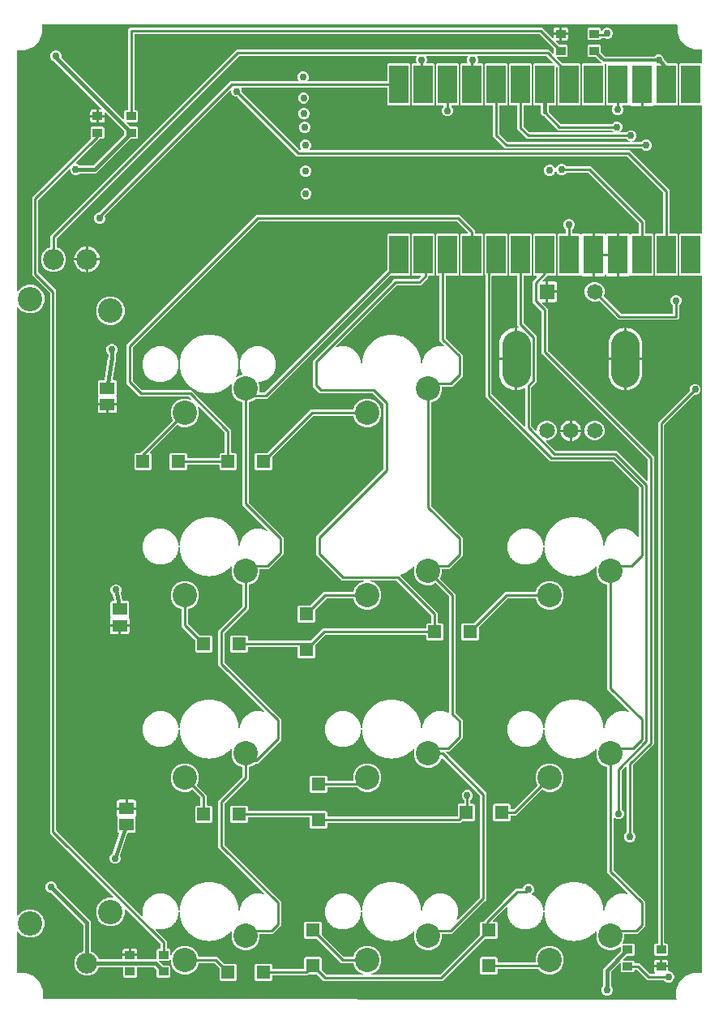
<source format=gbr>
G04 EAGLE Gerber RS-274X export*
G75*
%MOMM*%
%FSLAX34Y34*%
%LPD*%
%INBottom Copper*%
%IPPOS*%
%AMOC8*
5,1,8,0,0,1.08239X$1,22.5*%
G01*
%ADD10R,1.400000X1.400000*%
%ADD11C,2.540000*%
%ADD12R,2.000000X4.000000*%
%ADD13C,2.550000*%
%ADD14C,2.184400*%
%ADD15R,1.000000X0.850000*%
%ADD16R,1.500000X1.300000*%
%ADD17R,1.650000X1.650000*%
%ADD18C,1.650000*%
%ADD19C,3.000000*%
%ADD20C,0.254000*%
%ADD21C,0.756400*%
%ADD22C,0.406400*%
%ADD23C,0.304800*%
%ADD24C,0.606400*%
%ADD25C,0.203200*%

G36*
X767230Y-3139D02*
X767230Y-3139D01*
X767307Y-3134D01*
X767339Y-3120D01*
X767374Y-3114D01*
X767441Y-3074D01*
X767512Y-3042D01*
X767537Y-3018D01*
X767567Y-3000D01*
X767617Y-2939D01*
X767672Y-2885D01*
X767687Y-2853D01*
X767709Y-2826D01*
X767734Y-2752D01*
X767767Y-2681D01*
X767770Y-2646D01*
X767781Y-2613D01*
X767779Y-2535D01*
X767785Y-2458D01*
X767776Y-2419D01*
X767775Y-2389D01*
X767757Y-2346D01*
X767740Y-2276D01*
X767339Y-1309D01*
X767339Y7309D01*
X770637Y15270D01*
X776730Y21363D01*
X784691Y24661D01*
X793309Y24661D01*
X793327Y24653D01*
X793403Y24636D01*
X793476Y24612D01*
X793512Y24613D01*
X793546Y24605D01*
X793623Y24616D01*
X793701Y24618D01*
X793733Y24632D01*
X793769Y24637D01*
X793837Y24674D01*
X793908Y24703D01*
X793935Y24726D01*
X793966Y24743D01*
X794017Y24802D01*
X794074Y24854D01*
X794090Y24886D01*
X794114Y24912D01*
X794141Y24985D01*
X794177Y25054D01*
X794183Y25093D01*
X794193Y25122D01*
X794194Y25169D01*
X794204Y25239D01*
X794204Y752198D01*
X794189Y752286D01*
X794179Y752375D01*
X794169Y752396D01*
X794165Y752419D01*
X794119Y752496D01*
X794080Y752576D01*
X794063Y752592D01*
X794050Y752612D01*
X793981Y752668D01*
X793917Y752730D01*
X793895Y752739D01*
X793876Y752754D01*
X793792Y752782D01*
X793710Y752817D01*
X793686Y752818D01*
X793664Y752826D01*
X793575Y752823D01*
X793486Y752827D01*
X793463Y752820D01*
X793439Y752819D01*
X793357Y752786D01*
X793272Y752758D01*
X793251Y752743D01*
X793232Y752735D01*
X793194Y752701D01*
X793149Y752667D01*
X771458Y752667D01*
X770267Y753858D01*
X770267Y795542D01*
X771458Y796733D01*
X793151Y796733D01*
X793195Y796702D01*
X793264Y796646D01*
X793286Y796639D01*
X793306Y796625D01*
X793392Y796603D01*
X793476Y796574D01*
X793500Y796575D01*
X793523Y796569D01*
X793612Y796578D01*
X793701Y796581D01*
X793722Y796590D01*
X793746Y796592D01*
X793826Y796632D01*
X793908Y796665D01*
X793926Y796681D01*
X793947Y796692D01*
X794008Y796757D01*
X794074Y796817D01*
X794085Y796838D01*
X794101Y796855D01*
X794136Y796937D01*
X794177Y797016D01*
X794180Y797042D01*
X794189Y797062D01*
X794191Y797112D01*
X794204Y797202D01*
X794204Y929998D01*
X794189Y930086D01*
X794179Y930175D01*
X794169Y930196D01*
X794165Y930219D01*
X794119Y930296D01*
X794080Y930376D01*
X794063Y930392D01*
X794050Y930412D01*
X793981Y930468D01*
X793917Y930530D01*
X793895Y930539D01*
X793876Y930554D01*
X793792Y930582D01*
X793710Y930617D01*
X793686Y930618D01*
X793664Y930626D01*
X793575Y930623D01*
X793486Y930627D01*
X793463Y930620D01*
X793439Y930619D01*
X793357Y930586D01*
X793272Y930558D01*
X793251Y930543D01*
X793232Y930535D01*
X793194Y930501D01*
X793149Y930467D01*
X771458Y930467D01*
X770267Y931658D01*
X770267Y973342D01*
X771458Y974533D01*
X793151Y974533D01*
X793195Y974502D01*
X793264Y974446D01*
X793286Y974439D01*
X793306Y974425D01*
X793392Y974403D01*
X793476Y974374D01*
X793500Y974375D01*
X793523Y974369D01*
X793612Y974378D01*
X793701Y974381D01*
X793722Y974390D01*
X793746Y974392D01*
X793826Y974432D01*
X793908Y974465D01*
X793926Y974481D01*
X793947Y974492D01*
X794008Y974557D01*
X794074Y974617D01*
X794085Y974638D01*
X794101Y974655D01*
X794136Y974737D01*
X794177Y974816D01*
X794180Y974842D01*
X794189Y974862D01*
X794191Y974912D01*
X794204Y975002D01*
X794204Y988705D01*
X794193Y988770D01*
X794191Y988836D01*
X794173Y988879D01*
X794165Y988926D01*
X794131Y988983D01*
X794106Y989043D01*
X794075Y989078D01*
X794050Y989119D01*
X793999Y989161D01*
X793955Y989209D01*
X793913Y989231D01*
X793876Y989260D01*
X793814Y989281D01*
X793755Y989312D01*
X793701Y989320D01*
X793664Y989332D01*
X793624Y989331D01*
X793570Y989339D01*
X785691Y989339D01*
X777730Y992637D01*
X771637Y998730D01*
X768339Y1006691D01*
X768339Y1014570D01*
X768328Y1014635D01*
X768326Y1014701D01*
X768308Y1014744D01*
X768300Y1014791D01*
X768266Y1014848D01*
X768241Y1014908D01*
X768210Y1014943D01*
X768185Y1014984D01*
X768134Y1015026D01*
X768090Y1015074D01*
X768048Y1015096D01*
X768011Y1015125D01*
X767949Y1015146D01*
X767890Y1015177D01*
X767836Y1015185D01*
X767799Y1015197D01*
X767759Y1015196D01*
X767705Y1015204D01*
X105239Y1015204D01*
X105163Y1015191D01*
X105085Y1015185D01*
X105053Y1015171D01*
X105018Y1015165D01*
X104951Y1015125D01*
X104881Y1015093D01*
X104856Y1015069D01*
X104825Y1015050D01*
X104776Y1014990D01*
X104721Y1014936D01*
X104706Y1014904D01*
X104684Y1014876D01*
X104659Y1014803D01*
X104626Y1014733D01*
X104623Y1014697D01*
X104612Y1014664D01*
X104614Y1014586D01*
X104608Y1014509D01*
X104617Y1014470D01*
X104618Y1014439D01*
X104636Y1014396D01*
X104653Y1014327D01*
X104661Y1014309D01*
X104661Y1005691D01*
X101363Y997730D01*
X95270Y991637D01*
X87309Y988339D01*
X79430Y988339D01*
X79365Y988328D01*
X79299Y988326D01*
X79256Y988308D01*
X79209Y988300D01*
X79152Y988266D01*
X79092Y988241D01*
X79057Y988210D01*
X79016Y988185D01*
X78974Y988134D01*
X78926Y988090D01*
X78904Y988048D01*
X78875Y988011D01*
X78854Y987949D01*
X78823Y987890D01*
X78815Y987836D01*
X78803Y987799D01*
X78804Y987759D01*
X78796Y987705D01*
X78796Y737333D01*
X78812Y737245D01*
X78821Y737157D01*
X78831Y737135D01*
X78835Y737112D01*
X78881Y737035D01*
X78920Y736956D01*
X78937Y736939D01*
X78950Y736919D01*
X79019Y736863D01*
X79083Y736802D01*
X79105Y736792D01*
X79124Y736777D01*
X79208Y736749D01*
X79290Y736714D01*
X79314Y736713D01*
X79336Y736706D01*
X79425Y736708D01*
X79514Y736704D01*
X79537Y736712D01*
X79561Y736712D01*
X79643Y736746D01*
X79728Y736773D01*
X79749Y736789D01*
X79768Y736796D01*
X79806Y736830D01*
X79878Y736884D01*
X83926Y740932D01*
X89360Y743183D01*
X95240Y743183D01*
X100674Y740932D01*
X104832Y736774D01*
X107083Y731340D01*
X107083Y725460D01*
X104832Y720026D01*
X100674Y715868D01*
X95240Y713617D01*
X89360Y713617D01*
X83926Y715868D01*
X79878Y719916D01*
X79805Y719966D01*
X79736Y720023D01*
X79714Y720030D01*
X79694Y720044D01*
X79608Y720066D01*
X79524Y720094D01*
X79500Y720094D01*
X79477Y720100D01*
X79388Y720090D01*
X79299Y720088D01*
X79277Y720079D01*
X79254Y720076D01*
X79174Y720037D01*
X79092Y720004D01*
X79074Y719988D01*
X79053Y719977D01*
X78992Y719912D01*
X78926Y719852D01*
X78915Y719831D01*
X78899Y719814D01*
X78864Y719732D01*
X78823Y719653D01*
X78820Y719626D01*
X78811Y719607D01*
X78809Y719557D01*
X78796Y719467D01*
X78796Y85295D01*
X78812Y85208D01*
X78821Y85119D01*
X78831Y85098D01*
X78835Y85075D01*
X78881Y84998D01*
X78920Y84918D01*
X78937Y84902D01*
X78950Y84881D01*
X79019Y84825D01*
X79083Y84764D01*
X79105Y84755D01*
X79124Y84740D01*
X79208Y84711D01*
X79290Y84677D01*
X79314Y84676D01*
X79336Y84668D01*
X79425Y84671D01*
X79514Y84667D01*
X79537Y84674D01*
X79561Y84675D01*
X79643Y84708D01*
X79728Y84735D01*
X79749Y84751D01*
X79768Y84759D01*
X79806Y84793D01*
X79878Y84847D01*
X83926Y88895D01*
X89360Y91145D01*
X95240Y91145D01*
X100674Y88895D01*
X104832Y84736D01*
X107083Y79303D01*
X107083Y73422D01*
X104832Y67989D01*
X100674Y63830D01*
X95240Y61580D01*
X89360Y61580D01*
X83926Y63830D01*
X79878Y67878D01*
X79805Y67929D01*
X79736Y67985D01*
X79714Y67993D01*
X79694Y68006D01*
X79608Y68028D01*
X79524Y68057D01*
X79500Y68056D01*
X79477Y68062D01*
X79388Y68053D01*
X79299Y68050D01*
X79277Y68041D01*
X79254Y68039D01*
X79174Y67999D01*
X79092Y67966D01*
X79074Y67950D01*
X79053Y67939D01*
X78992Y67875D01*
X78926Y67815D01*
X78915Y67793D01*
X78899Y67776D01*
X78864Y67694D01*
X78823Y67615D01*
X78820Y67589D01*
X78811Y67570D01*
X78809Y67519D01*
X78796Y67430D01*
X78796Y24898D01*
X78809Y24821D01*
X78815Y24744D01*
X78829Y24712D01*
X78835Y24677D01*
X78875Y24610D01*
X78907Y24539D01*
X78931Y24514D01*
X78950Y24483D01*
X79010Y24435D01*
X79064Y24380D01*
X79096Y24364D01*
X79124Y24342D01*
X79197Y24317D01*
X79267Y24284D01*
X79303Y24282D01*
X79336Y24270D01*
X79414Y24273D01*
X79491Y24266D01*
X79530Y24276D01*
X79561Y24277D01*
X79604Y24294D01*
X79673Y24312D01*
X79791Y24361D01*
X88409Y24361D01*
X96370Y21063D01*
X102463Y14970D01*
X105761Y7009D01*
X105761Y-1622D01*
X105772Y-1686D01*
X105774Y-1752D01*
X105792Y-1796D01*
X105800Y-1843D01*
X105834Y-1899D01*
X105858Y-1960D01*
X105890Y-1995D01*
X105915Y-2036D01*
X105965Y-2077D01*
X106009Y-2126D01*
X106052Y-2148D01*
X106089Y-2178D01*
X106151Y-2198D01*
X106209Y-2228D01*
X106264Y-2237D01*
X106301Y-2249D01*
X106340Y-2248D01*
X106394Y-2256D01*
X767153Y-3153D01*
X767230Y-3139D01*
G37*
%LPC*%
G36*
X291158Y16367D02*
X291158Y16367D01*
X289967Y17558D01*
X289967Y29499D01*
X289960Y29541D01*
X289962Y29583D01*
X289940Y29651D01*
X289928Y29720D01*
X289906Y29757D01*
X289893Y29797D01*
X289839Y29870D01*
X289813Y29913D01*
X289797Y29927D01*
X289781Y29948D01*
X285118Y34611D01*
X285083Y34636D01*
X285054Y34667D01*
X284991Y34699D01*
X284934Y34740D01*
X284892Y34750D01*
X284855Y34770D01*
X284765Y34783D01*
X284716Y34796D01*
X284695Y34793D01*
X284669Y34797D01*
X269002Y34797D01*
X268949Y34788D01*
X268895Y34788D01*
X268839Y34768D01*
X268782Y34758D01*
X268735Y34730D01*
X268684Y34712D01*
X268639Y34673D01*
X268588Y34643D01*
X268554Y34601D01*
X268513Y34566D01*
X268476Y34505D01*
X268447Y34469D01*
X268437Y34440D01*
X268416Y34406D01*
X266490Y29755D01*
X262345Y25610D01*
X256931Y23367D01*
X251069Y23367D01*
X245655Y25610D01*
X241510Y29755D01*
X239267Y35169D01*
X239267Y37661D01*
X239252Y37749D01*
X239242Y37838D01*
X239232Y37859D01*
X239228Y37882D01*
X239182Y37959D01*
X239143Y38039D01*
X239126Y38055D01*
X239113Y38075D01*
X239044Y38132D01*
X238980Y38193D01*
X238958Y38202D01*
X238939Y38217D01*
X238855Y38245D01*
X238773Y38280D01*
X238749Y38281D01*
X238727Y38289D01*
X238638Y38286D01*
X238549Y38290D01*
X238526Y38283D01*
X238502Y38282D01*
X238420Y38249D01*
X238335Y38221D01*
X238314Y38206D01*
X238295Y38198D01*
X238257Y38164D01*
X238185Y38110D01*
X237542Y37467D01*
X227762Y37467D01*
X227675Y37451D01*
X227586Y37442D01*
X227565Y37432D01*
X227541Y37428D01*
X227465Y37382D01*
X227385Y37343D01*
X227369Y37325D01*
X227348Y37313D01*
X227292Y37244D01*
X227231Y37179D01*
X227222Y37158D01*
X227207Y37139D01*
X227178Y37055D01*
X227144Y36973D01*
X227143Y36949D01*
X227135Y36927D01*
X227138Y36838D01*
X227134Y36748D01*
X227141Y36726D01*
X227142Y36702D01*
X227175Y36620D01*
X227203Y36535D01*
X227218Y36514D01*
X227226Y36495D01*
X227260Y36457D01*
X227314Y36384D01*
X227338Y36360D01*
X230980Y32719D01*
X231015Y32694D01*
X231043Y32663D01*
X231106Y32631D01*
X231164Y32590D01*
X231205Y32580D01*
X231243Y32560D01*
X231333Y32547D01*
X231381Y32534D01*
X231402Y32537D01*
X231428Y32533D01*
X237542Y32533D01*
X238733Y31342D01*
X238733Y21158D01*
X237542Y19967D01*
X225858Y19967D01*
X224667Y21158D01*
X224667Y27272D01*
X224660Y27313D01*
X224662Y27356D01*
X224640Y27423D01*
X224628Y27492D01*
X224606Y27529D01*
X224593Y27569D01*
X224552Y27625D01*
X224550Y27630D01*
X224542Y27638D01*
X224539Y27642D01*
X224513Y27686D01*
X224497Y27699D01*
X224481Y27720D01*
X221590Y30612D01*
X221555Y30636D01*
X221526Y30668D01*
X221463Y30700D01*
X221405Y30740D01*
X221364Y30751D01*
X221326Y30770D01*
X221237Y30783D01*
X221188Y30796D01*
X221167Y30794D01*
X221141Y30798D01*
X204367Y30798D01*
X204302Y30786D01*
X204236Y30784D01*
X204193Y30766D01*
X204146Y30758D01*
X204089Y30725D01*
X204029Y30700D01*
X203994Y30668D01*
X203953Y30644D01*
X203911Y30593D01*
X203863Y30548D01*
X203841Y30506D01*
X203812Y30470D01*
X203791Y30408D01*
X203760Y30349D01*
X203752Y30294D01*
X203740Y30257D01*
X203741Y30218D01*
X203733Y30164D01*
X203733Y21158D01*
X202542Y19967D01*
X190858Y19967D01*
X189667Y21158D01*
X189667Y30164D01*
X189656Y30228D01*
X189654Y30294D01*
X189636Y30338D01*
X189628Y30384D01*
X189594Y30441D01*
X189569Y30502D01*
X189538Y30537D01*
X189513Y30578D01*
X189462Y30619D01*
X189418Y30668D01*
X189376Y30689D01*
X189339Y30719D01*
X189277Y30740D01*
X189218Y30770D01*
X189164Y30778D01*
X189127Y30791D01*
X189087Y30790D01*
X189033Y30798D01*
X164562Y30798D01*
X164509Y30788D01*
X164455Y30789D01*
X164399Y30768D01*
X164341Y30758D01*
X164295Y30731D01*
X164244Y30712D01*
X164199Y30674D01*
X164148Y30644D01*
X164114Y30602D01*
X164073Y30567D01*
X164036Y30506D01*
X164007Y30470D01*
X163997Y30441D01*
X163976Y30406D01*
X162782Y27524D01*
X159138Y23880D01*
X154377Y21908D01*
X149223Y21908D01*
X144462Y23880D01*
X140818Y27524D01*
X138845Y32286D01*
X138845Y37439D01*
X140818Y42201D01*
X144462Y45845D01*
X147344Y47039D01*
X147389Y47068D01*
X147439Y47088D01*
X147483Y47128D01*
X147533Y47160D01*
X147565Y47203D01*
X147605Y47240D01*
X147632Y47292D01*
X147667Y47339D01*
X147683Y47391D01*
X147708Y47439D01*
X147718Y47510D01*
X147731Y47554D01*
X147729Y47585D01*
X147735Y47625D01*
X147735Y74854D01*
X147728Y74895D01*
X147730Y74938D01*
X147716Y74981D01*
X147715Y74990D01*
X147707Y75011D01*
X147696Y75074D01*
X147674Y75111D01*
X147661Y75151D01*
X147637Y75184D01*
X147631Y75198D01*
X147607Y75225D01*
X147581Y75268D01*
X147565Y75281D01*
X147549Y75302D01*
X114552Y108299D01*
X114520Y108322D01*
X114499Y108345D01*
X114497Y108346D01*
X114489Y108355D01*
X114426Y108387D01*
X114368Y108428D01*
X114327Y108438D01*
X114289Y108458D01*
X114199Y108471D01*
X114151Y108484D01*
X114130Y108481D01*
X114104Y108485D01*
X113143Y108485D01*
X111006Y109371D01*
X109371Y111006D01*
X108485Y113143D01*
X108485Y115457D01*
X109371Y117594D01*
X111006Y119229D01*
X113143Y120115D01*
X115457Y120115D01*
X117594Y119229D01*
X119229Y117594D01*
X120115Y115457D01*
X120115Y114496D01*
X120122Y114455D01*
X120120Y114412D01*
X120142Y114345D01*
X120154Y114276D01*
X120176Y114239D01*
X120189Y114199D01*
X120243Y114126D01*
X120269Y114082D01*
X120285Y114069D01*
X120301Y114048D01*
X155865Y78484D01*
X155865Y47625D01*
X155874Y47571D01*
X155874Y47517D01*
X155894Y47462D01*
X155904Y47404D01*
X155932Y47357D01*
X155950Y47306D01*
X155989Y47261D01*
X156019Y47211D01*
X156061Y47177D01*
X156096Y47135D01*
X156157Y47099D01*
X156193Y47069D01*
X156222Y47060D01*
X156256Y47039D01*
X159138Y45845D01*
X162782Y42201D01*
X163976Y39319D01*
X164006Y39273D01*
X164026Y39223D01*
X164066Y39180D01*
X164097Y39130D01*
X164141Y39097D01*
X164177Y39057D01*
X164230Y39031D01*
X164277Y38995D01*
X164329Y38980D01*
X164377Y38955D01*
X164447Y38944D01*
X164492Y38931D01*
X164522Y38933D01*
X164562Y38927D01*
X188525Y38927D01*
X188590Y38939D01*
X188656Y38941D01*
X188699Y38959D01*
X188746Y38967D01*
X188803Y39000D01*
X188863Y39025D01*
X188898Y39057D01*
X188939Y39081D01*
X188981Y39132D01*
X189029Y39177D01*
X189051Y39219D01*
X189080Y39255D01*
X189101Y39317D01*
X189132Y39376D01*
X189140Y39431D01*
X189152Y39468D01*
X189151Y39507D01*
X189159Y39561D01*
X189159Y42481D01*
X196065Y42481D01*
X196130Y42492D01*
X196195Y42494D01*
X196239Y42512D01*
X196286Y42520D01*
X196342Y42554D01*
X196403Y42579D01*
X196438Y42611D01*
X196479Y42635D01*
X196520Y42686D01*
X196569Y42730D01*
X196591Y42772D01*
X196620Y42809D01*
X196641Y42871D01*
X196671Y42930D01*
X196680Y42984D01*
X196692Y43021D01*
X196691Y43051D01*
X196692Y43054D01*
X196692Y43066D01*
X196699Y43115D01*
X196699Y43751D01*
X196701Y43751D01*
X196701Y43115D01*
X196713Y43050D01*
X196714Y42985D01*
X196732Y42941D01*
X196741Y42894D01*
X196774Y42837D01*
X196799Y42777D01*
X196831Y42742D01*
X196855Y42701D01*
X196906Y42660D01*
X196950Y42611D01*
X196992Y42589D01*
X197029Y42560D01*
X197091Y42539D01*
X197150Y42508D01*
X197204Y42500D01*
X197241Y42488D01*
X197281Y42489D01*
X197335Y42481D01*
X204241Y42481D01*
X204241Y39561D01*
X204252Y39497D01*
X204254Y39431D01*
X204272Y39387D01*
X204280Y39341D01*
X204314Y39284D01*
X204339Y39223D01*
X204370Y39188D01*
X204394Y39147D01*
X204446Y39106D01*
X204490Y39057D01*
X204532Y39036D01*
X204569Y39006D01*
X204631Y38985D01*
X204690Y38955D01*
X204744Y38947D01*
X204781Y38934D01*
X204821Y38935D01*
X204875Y38927D01*
X224033Y38927D01*
X224098Y38939D01*
X224164Y38941D01*
X224207Y38959D01*
X224254Y38967D01*
X224311Y39000D01*
X224371Y39025D01*
X224406Y39057D01*
X224447Y39081D01*
X224489Y39132D01*
X224537Y39177D01*
X224559Y39219D01*
X224588Y39255D01*
X224609Y39317D01*
X224640Y39376D01*
X224648Y39431D01*
X224660Y39468D01*
X224659Y39507D01*
X224667Y39561D01*
X224667Y48842D01*
X225858Y50033D01*
X227763Y50033D01*
X227828Y50044D01*
X227894Y50046D01*
X227937Y50064D01*
X227984Y50072D01*
X228041Y50106D01*
X228101Y50131D01*
X228136Y50162D01*
X228177Y50187D01*
X228219Y50238D01*
X228267Y50282D01*
X228289Y50324D01*
X228318Y50361D01*
X228339Y50423D01*
X228370Y50482D01*
X228378Y50536D01*
X228390Y50573D01*
X228389Y50613D01*
X228397Y50667D01*
X228397Y55077D01*
X228390Y55118D01*
X228392Y55161D01*
X228370Y55228D01*
X228358Y55297D01*
X228336Y55334D01*
X228323Y55374D01*
X228269Y55447D01*
X228243Y55491D01*
X228227Y55504D01*
X228211Y55525D01*
X192165Y91571D01*
X192092Y91622D01*
X192023Y91678D01*
X192001Y91686D01*
X191981Y91699D01*
X191895Y91721D01*
X191811Y91750D01*
X191787Y91749D01*
X191764Y91755D01*
X191675Y91746D01*
X191586Y91743D01*
X191564Y91734D01*
X191541Y91732D01*
X191461Y91692D01*
X191379Y91659D01*
X191361Y91643D01*
X191340Y91632D01*
X191279Y91568D01*
X191213Y91508D01*
X191202Y91486D01*
X191186Y91469D01*
X191151Y91387D01*
X191110Y91308D01*
X191107Y91282D01*
X191098Y91263D01*
X191096Y91212D01*
X191083Y91123D01*
X191083Y85422D01*
X188832Y79989D01*
X184674Y75830D01*
X179240Y73580D01*
X173360Y73580D01*
X167926Y75830D01*
X163768Y79989D01*
X161517Y85422D01*
X161517Y91303D01*
X163768Y96736D01*
X167926Y100895D01*
X173360Y103145D01*
X179060Y103145D01*
X179148Y103161D01*
X179236Y103170D01*
X179258Y103181D01*
X179281Y103185D01*
X179358Y103230D01*
X179437Y103270D01*
X179454Y103287D01*
X179474Y103299D01*
X179530Y103368D01*
X179591Y103433D01*
X179601Y103455D01*
X179616Y103473D01*
X179644Y103557D01*
X179679Y103640D01*
X179680Y103663D01*
X179687Y103686D01*
X179685Y103775D01*
X179689Y103864D01*
X179681Y103886D01*
X179681Y103910D01*
X179647Y103992D01*
X179620Y104077D01*
X179604Y104099D01*
X179596Y104118D01*
X179562Y104155D01*
X179509Y104228D01*
X113049Y170687D01*
X113049Y734418D01*
X113042Y734460D01*
X113044Y734502D01*
X113022Y734570D01*
X113010Y734639D01*
X112988Y734676D01*
X112975Y734716D01*
X112921Y734789D01*
X112895Y734832D01*
X112879Y734845D01*
X112863Y734867D01*
X94380Y753350D01*
X94380Y834301D01*
X155954Y895875D01*
X155991Y895928D01*
X156037Y895976D01*
X156055Y896020D01*
X156082Y896059D01*
X156098Y896122D01*
X156124Y896183D01*
X156126Y896230D01*
X156138Y896276D01*
X156131Y896341D01*
X156134Y896407D01*
X156119Y896452D01*
X156115Y896499D01*
X156085Y896558D01*
X156065Y896621D01*
X156033Y896665D01*
X156015Y896700D01*
X155986Y896727D01*
X155954Y896772D01*
X155767Y896958D01*
X155767Y907142D01*
X156958Y908333D01*
X168642Y908333D01*
X169833Y907142D01*
X169833Y896958D01*
X168642Y895767D01*
X165451Y895767D01*
X165409Y895760D01*
X165367Y895762D01*
X165299Y895740D01*
X165230Y895728D01*
X165193Y895706D01*
X165153Y895693D01*
X165080Y895639D01*
X165037Y895613D01*
X165024Y895597D01*
X165002Y895581D01*
X140318Y870897D01*
X140267Y870824D01*
X140211Y870755D01*
X140204Y870733D01*
X140190Y870713D01*
X140168Y870627D01*
X140139Y870543D01*
X140140Y870519D01*
X140134Y870496D01*
X140143Y870407D01*
X140146Y870318D01*
X140155Y870296D01*
X140157Y870273D01*
X140197Y870193D01*
X140230Y870111D01*
X140246Y870093D01*
X140257Y870072D01*
X140322Y870011D01*
X140382Y869945D01*
X140403Y869934D01*
X140420Y869918D01*
X140502Y869883D01*
X140581Y869842D01*
X140607Y869839D01*
X140627Y869830D01*
X140677Y869828D01*
X140767Y869815D01*
X141157Y869815D01*
X143294Y868929D01*
X143973Y868251D01*
X144008Y868226D01*
X144036Y868195D01*
X144099Y868163D01*
X144157Y868122D01*
X144198Y868112D01*
X144236Y868092D01*
X144326Y868079D01*
X144374Y868066D01*
X144395Y868069D01*
X144421Y868065D01*
X157804Y868065D01*
X157845Y868072D01*
X157888Y868070D01*
X157955Y868092D01*
X158024Y868104D01*
X158061Y868126D01*
X158101Y868139D01*
X158174Y868193D01*
X158218Y868219D01*
X158231Y868235D01*
X158252Y868251D01*
X190581Y900580D01*
X190606Y900615D01*
X190637Y900643D01*
X190669Y900706D01*
X190710Y900764D01*
X190720Y900805D01*
X190740Y900843D01*
X190753Y900933D01*
X190766Y900981D01*
X190763Y901002D01*
X190767Y901028D01*
X190767Y903072D01*
X190760Y903113D01*
X190762Y903156D01*
X190740Y903223D01*
X190728Y903292D01*
X190706Y903329D01*
X190693Y903369D01*
X190639Y903442D01*
X190613Y903486D01*
X190597Y903499D01*
X190581Y903520D01*
X171423Y922678D01*
X171391Y922700D01*
X171372Y922722D01*
X171337Y922740D01*
X171281Y922785D01*
X171259Y922793D01*
X171239Y922806D01*
X171176Y922823D01*
X171172Y922824D01*
X171164Y922826D01*
X171153Y922828D01*
X171069Y922857D01*
X171045Y922856D01*
X171022Y922862D01*
X170933Y922853D01*
X170844Y922850D01*
X170822Y922841D01*
X170799Y922839D01*
X170719Y922799D01*
X170637Y922766D01*
X170619Y922750D01*
X170598Y922740D01*
X170537Y922675D01*
X170471Y922615D01*
X170460Y922593D01*
X170444Y922576D01*
X170424Y922530D01*
X170420Y922524D01*
X170411Y922499D01*
X170409Y922494D01*
X170368Y922415D01*
X170365Y922389D01*
X170356Y922370D01*
X170355Y922332D01*
X170348Y922312D01*
X170349Y922282D01*
X170341Y922230D01*
X170341Y920819D01*
X164069Y920819D01*
X164069Y926341D01*
X166230Y926341D01*
X166317Y926356D01*
X166406Y926366D01*
X166427Y926376D01*
X166451Y926380D01*
X166527Y926426D01*
X166607Y926465D01*
X166623Y926482D01*
X166644Y926494D01*
X166700Y926564D01*
X166761Y926628D01*
X166770Y926650D01*
X166785Y926669D01*
X166814Y926753D01*
X166848Y926835D01*
X166849Y926859D01*
X166857Y926881D01*
X166854Y926970D01*
X166858Y927059D01*
X166851Y927082D01*
X166850Y927105D01*
X166817Y927188D01*
X166790Y927273D01*
X166774Y927294D01*
X166766Y927313D01*
X166732Y927351D01*
X166678Y927423D01*
X117452Y976650D01*
X117427Y976667D01*
X117407Y976691D01*
X117305Y976752D01*
X117267Y976778D01*
X117257Y976781D01*
X117246Y976787D01*
X115954Y977322D01*
X114319Y978958D01*
X113433Y981095D01*
X113433Y983409D01*
X114319Y985546D01*
X115954Y987181D01*
X118091Y988067D01*
X120405Y988067D01*
X122542Y987181D01*
X124178Y985546D01*
X125063Y983409D01*
X125063Y981095D01*
X125061Y981091D01*
X125050Y981038D01*
X125028Y980988D01*
X125026Y980929D01*
X125013Y980872D01*
X125021Y980818D01*
X125018Y980764D01*
X125036Y980708D01*
X125045Y980650D01*
X125070Y980602D01*
X125087Y980551D01*
X125129Y980493D01*
X125152Y980452D01*
X125175Y980432D01*
X125199Y980400D01*
X189685Y915914D01*
X189758Y915863D01*
X189827Y915807D01*
X189849Y915799D01*
X189869Y915786D01*
X189955Y915764D01*
X190039Y915735D01*
X190063Y915736D01*
X190086Y915730D01*
X190175Y915739D01*
X190264Y915742D01*
X190286Y915751D01*
X190309Y915753D01*
X190389Y915793D01*
X190471Y915826D01*
X190489Y915842D01*
X190510Y915852D01*
X190571Y915917D01*
X190637Y915977D01*
X190648Y915999D01*
X190664Y916016D01*
X190699Y916098D01*
X190740Y916177D01*
X190743Y916203D01*
X190752Y916222D01*
X190754Y916273D01*
X190767Y916362D01*
X190767Y924642D01*
X191958Y925833D01*
X193863Y925833D01*
X193928Y925844D01*
X193994Y925846D01*
X194037Y925864D01*
X194084Y925872D01*
X194141Y925906D01*
X194201Y925931D01*
X194236Y925962D01*
X194277Y925987D01*
X194319Y926038D01*
X194367Y926082D01*
X194389Y926124D01*
X194418Y926161D01*
X194439Y926223D01*
X194470Y926282D01*
X194478Y926336D01*
X194490Y926373D01*
X194489Y926413D01*
X194497Y926467D01*
X194497Y1009704D01*
X196432Y1011639D01*
X627382Y1011639D01*
X637977Y1001044D01*
X638010Y1001021D01*
X638034Y1000995D01*
X638072Y1000976D01*
X638119Y1000937D01*
X638141Y1000930D01*
X638161Y1000916D01*
X638214Y1000902D01*
X638233Y1000893D01*
X638265Y1000888D01*
X638331Y1000865D01*
X638355Y1000866D01*
X638378Y1000860D01*
X638423Y1000865D01*
X638425Y1000865D01*
X638428Y1000865D01*
X638467Y1000869D01*
X638556Y1000872D01*
X638578Y1000881D01*
X638601Y1000883D01*
X638643Y1000904D01*
X638646Y1000905D01*
X638656Y1000910D01*
X638681Y1000923D01*
X638763Y1000956D01*
X638781Y1000972D01*
X638802Y1000983D01*
X638832Y1001015D01*
X638839Y1001019D01*
X638858Y1001042D01*
X638863Y1001048D01*
X638929Y1001108D01*
X638940Y1001129D01*
X638956Y1001146D01*
X638971Y1001181D01*
X638980Y1001193D01*
X638995Y1001236D01*
X639032Y1001307D01*
X639035Y1001333D01*
X639044Y1001353D01*
X639045Y1001384D01*
X639052Y1001405D01*
X639051Y1001439D01*
X639059Y1001493D01*
X639059Y1003981D01*
X645331Y1003981D01*
X645331Y998459D01*
X642093Y998459D01*
X642005Y998443D01*
X641917Y998434D01*
X641895Y998424D01*
X641872Y998420D01*
X641795Y998374D01*
X641715Y998335D01*
X641699Y998318D01*
X641679Y998305D01*
X641623Y998236D01*
X641562Y998172D01*
X641552Y998150D01*
X641537Y998131D01*
X641509Y998047D01*
X641474Y997965D01*
X641473Y997941D01*
X641465Y997919D01*
X641468Y997830D01*
X641464Y997741D01*
X641471Y997718D01*
X641472Y997694D01*
X641505Y997612D01*
X641533Y997527D01*
X641548Y997506D01*
X641556Y997487D01*
X641590Y997449D01*
X641644Y997377D01*
X644802Y994219D01*
X644837Y994194D01*
X644866Y994163D01*
X644929Y994131D01*
X644986Y994090D01*
X645028Y994080D01*
X645065Y994060D01*
X645155Y994047D01*
X645204Y994034D01*
X645225Y994037D01*
X645251Y994033D01*
X652442Y994033D01*
X653633Y992842D01*
X653633Y982658D01*
X652442Y981467D01*
X643086Y981467D01*
X642998Y981451D01*
X642910Y981442D01*
X642889Y981432D01*
X642865Y981428D01*
X642788Y981382D01*
X642709Y981343D01*
X642692Y981326D01*
X642672Y981313D01*
X642616Y981244D01*
X642555Y981180D01*
X642546Y981158D01*
X642531Y981139D01*
X642502Y981055D01*
X642467Y980973D01*
X642466Y980949D01*
X642459Y980927D01*
X642461Y980838D01*
X642457Y980749D01*
X642465Y980726D01*
X642465Y980702D01*
X642499Y980620D01*
X642526Y980535D01*
X642542Y980514D01*
X642550Y980495D01*
X642584Y980457D01*
X642638Y980385D01*
X648304Y974719D01*
X648338Y974694D01*
X648367Y974663D01*
X648430Y974631D01*
X648488Y974590D01*
X648529Y974580D01*
X648567Y974560D01*
X648656Y974547D01*
X648705Y974534D01*
X648726Y974537D01*
X648752Y974533D01*
X666142Y974533D01*
X667333Y973342D01*
X667333Y931658D01*
X666142Y930467D01*
X644458Y930467D01*
X643267Y931658D01*
X643267Y970151D01*
X643260Y970192D01*
X643262Y970235D01*
X643240Y970302D01*
X643228Y970371D01*
X643206Y970408D01*
X643193Y970448D01*
X643139Y970521D01*
X643113Y970565D01*
X643097Y970578D01*
X643081Y970599D01*
X643015Y970665D01*
X642942Y970716D01*
X642873Y970772D01*
X642851Y970780D01*
X642831Y970793D01*
X642745Y970815D01*
X642661Y970844D01*
X642637Y970843D01*
X642614Y970849D01*
X642525Y970840D01*
X642436Y970837D01*
X642414Y970828D01*
X642391Y970826D01*
X642311Y970786D01*
X642229Y970753D01*
X642211Y970737D01*
X642190Y970726D01*
X642129Y970662D01*
X642063Y970602D01*
X642052Y970580D01*
X642036Y970563D01*
X642001Y970481D01*
X641960Y970402D01*
X641957Y970376D01*
X641948Y970357D01*
X641946Y970306D01*
X641933Y970217D01*
X641933Y931658D01*
X640742Y930467D01*
X634599Y930467D01*
X634534Y930456D01*
X634468Y930454D01*
X634425Y930436D01*
X634378Y930428D01*
X634321Y930394D01*
X634261Y930369D01*
X634226Y930338D01*
X634185Y930313D01*
X634143Y930262D01*
X634095Y930218D01*
X634073Y930176D01*
X634044Y930139D01*
X634023Y930077D01*
X633992Y930018D01*
X633984Y929964D01*
X633972Y929927D01*
X633972Y929923D01*
X633973Y929887D01*
X633965Y929833D01*
X633965Y924333D01*
X633972Y924291D01*
X633970Y924249D01*
X633992Y924181D01*
X634004Y924112D01*
X634026Y924075D01*
X634039Y924035D01*
X634093Y923962D01*
X634119Y923919D01*
X634135Y923906D01*
X634151Y923884D01*
X646546Y911489D01*
X646581Y911464D01*
X646610Y911433D01*
X646673Y911401D01*
X646730Y911360D01*
X646772Y911350D01*
X646809Y911330D01*
X646899Y911317D01*
X646948Y911304D01*
X646969Y911307D01*
X646995Y911303D01*
X699817Y911303D01*
X699859Y911310D01*
X699901Y911308D01*
X699968Y911330D01*
X700038Y911342D01*
X700074Y911364D01*
X700115Y911377D01*
X700187Y911431D01*
X700231Y911457D01*
X700244Y911473D01*
X700265Y911489D01*
X701706Y912929D01*
X703843Y913815D01*
X706157Y913815D01*
X708294Y912929D01*
X709929Y911294D01*
X710815Y909157D01*
X710815Y906843D01*
X709929Y904706D01*
X708609Y903385D01*
X708558Y903312D01*
X708502Y903243D01*
X708494Y903221D01*
X708481Y903201D01*
X708458Y903115D01*
X708430Y903031D01*
X708431Y903007D01*
X708425Y902984D01*
X708434Y902895D01*
X708437Y902806D01*
X708445Y902784D01*
X708448Y902761D01*
X708487Y902681D01*
X708521Y902599D01*
X708537Y902581D01*
X708547Y902560D01*
X708612Y902499D01*
X708672Y902433D01*
X708693Y902422D01*
X708711Y902406D01*
X708793Y902371D01*
X708872Y902330D01*
X708898Y902327D01*
X708917Y902318D01*
X708968Y902316D01*
X709057Y902303D01*
X714817Y902303D01*
X714859Y902310D01*
X714901Y902308D01*
X714968Y902330D01*
X715038Y902342D01*
X715074Y902364D01*
X715115Y902377D01*
X715187Y902431D01*
X715231Y902457D01*
X715244Y902473D01*
X715265Y902489D01*
X716706Y903929D01*
X718843Y904815D01*
X721157Y904815D01*
X723294Y903929D01*
X724929Y902294D01*
X725815Y900157D01*
X725815Y897843D01*
X724929Y895706D01*
X723294Y894071D01*
X721972Y893523D01*
X721887Y893469D01*
X721801Y893417D01*
X721793Y893408D01*
X721783Y893402D01*
X721723Y893321D01*
X721659Y893243D01*
X721655Y893232D01*
X721648Y893222D01*
X721619Y893126D01*
X721587Y893031D01*
X721588Y893019D01*
X721584Y893007D01*
X721591Y892906D01*
X721594Y892806D01*
X721598Y892795D01*
X721599Y892784D01*
X721641Y892691D01*
X721678Y892599D01*
X721686Y892590D01*
X721691Y892579D01*
X721762Y892507D01*
X721830Y892433D01*
X721840Y892427D01*
X721849Y892419D01*
X721939Y892377D01*
X722029Y892330D01*
X722042Y892328D01*
X722052Y892324D01*
X722097Y892320D01*
X722215Y892303D01*
X730817Y892303D01*
X730859Y892310D01*
X730901Y892308D01*
X730968Y892330D01*
X731038Y892342D01*
X731074Y892364D01*
X731115Y892377D01*
X731187Y892431D01*
X731231Y892457D01*
X731244Y892473D01*
X731265Y892489D01*
X732706Y893929D01*
X734843Y894815D01*
X737157Y894815D01*
X739294Y893929D01*
X740929Y892294D01*
X741815Y890157D01*
X741815Y887843D01*
X740929Y885706D01*
X739294Y884071D01*
X737157Y883185D01*
X734843Y883185D01*
X732706Y884071D01*
X731265Y885511D01*
X731230Y885536D01*
X731202Y885567D01*
X731139Y885599D01*
X731081Y885640D01*
X731040Y885650D01*
X731002Y885670D01*
X730912Y885683D01*
X730864Y885696D01*
X730843Y885693D01*
X730817Y885697D01*
X588432Y885697D01*
X575797Y898332D01*
X575797Y929833D01*
X575786Y929898D01*
X575784Y929964D01*
X575766Y930007D01*
X575758Y930054D01*
X575724Y930111D01*
X575699Y930171D01*
X575668Y930206D01*
X575643Y930247D01*
X575592Y930289D01*
X575548Y930337D01*
X575506Y930359D01*
X575469Y930388D01*
X575407Y930409D01*
X575348Y930440D01*
X575294Y930448D01*
X575257Y930460D01*
X575217Y930459D01*
X575163Y930467D01*
X568258Y930467D01*
X567067Y931658D01*
X567067Y973342D01*
X568258Y974533D01*
X589942Y974533D01*
X591133Y973342D01*
X591133Y931658D01*
X589942Y930467D01*
X583037Y930467D01*
X582972Y930456D01*
X582906Y930454D01*
X582863Y930436D01*
X582816Y930428D01*
X582759Y930394D01*
X582699Y930369D01*
X582664Y930338D01*
X582623Y930313D01*
X582581Y930262D01*
X582533Y930218D01*
X582511Y930176D01*
X582482Y930139D01*
X582461Y930077D01*
X582430Y930018D01*
X582422Y929964D01*
X582410Y929927D01*
X582410Y929923D01*
X582411Y929887D01*
X582403Y929833D01*
X582403Y901331D01*
X582410Y901289D01*
X582408Y901247D01*
X582430Y901179D01*
X582442Y901110D01*
X582464Y901073D01*
X582477Y901033D01*
X582531Y900960D01*
X582557Y900917D01*
X582573Y900904D01*
X582589Y900882D01*
X590982Y892489D01*
X591017Y892464D01*
X591046Y892433D01*
X591109Y892401D01*
X591166Y892360D01*
X591208Y892350D01*
X591245Y892330D01*
X591335Y892317D01*
X591384Y892304D01*
X591405Y892307D01*
X591431Y892303D01*
X717785Y892303D01*
X717884Y892321D01*
X717984Y892335D01*
X717995Y892340D01*
X718006Y892342D01*
X718093Y892393D01*
X718181Y892441D01*
X718189Y892450D01*
X718199Y892457D01*
X718263Y892534D01*
X718329Y892610D01*
X718333Y892622D01*
X718341Y892631D01*
X718373Y892726D01*
X718409Y892820D01*
X718409Y892832D01*
X718413Y892843D01*
X718410Y892943D01*
X718411Y893044D01*
X718406Y893056D01*
X718406Y893068D01*
X718369Y893160D01*
X718334Y893255D01*
X718326Y893264D01*
X718322Y893275D01*
X718254Y893350D01*
X718189Y893426D01*
X718178Y893433D01*
X718170Y893441D01*
X718130Y893462D01*
X718028Y893523D01*
X716706Y894071D01*
X715265Y895511D01*
X715230Y895536D01*
X715202Y895567D01*
X715139Y895599D01*
X715081Y895640D01*
X715040Y895650D01*
X715002Y895670D01*
X714912Y895683D01*
X714864Y895696D01*
X714843Y895693D01*
X714817Y895697D01*
X611396Y895697D01*
X601197Y905896D01*
X601197Y929833D01*
X601186Y929898D01*
X601184Y929964D01*
X601166Y930007D01*
X601158Y930054D01*
X601124Y930111D01*
X601099Y930171D01*
X601068Y930206D01*
X601043Y930247D01*
X600992Y930289D01*
X600948Y930337D01*
X600906Y930359D01*
X600869Y930388D01*
X600807Y930409D01*
X600748Y930440D01*
X600694Y930448D01*
X600657Y930460D01*
X600617Y930459D01*
X600563Y930467D01*
X593658Y930467D01*
X592467Y931658D01*
X592467Y973342D01*
X593658Y974533D01*
X615342Y974533D01*
X616533Y973342D01*
X616533Y931658D01*
X615342Y930467D01*
X608437Y930467D01*
X608372Y930456D01*
X608306Y930454D01*
X608263Y930436D01*
X608216Y930428D01*
X608159Y930394D01*
X608099Y930369D01*
X608064Y930338D01*
X608023Y930313D01*
X607981Y930262D01*
X607933Y930218D01*
X607911Y930176D01*
X607882Y930139D01*
X607861Y930077D01*
X607830Y930018D01*
X607822Y929964D01*
X607810Y929927D01*
X607810Y929923D01*
X607811Y929887D01*
X607803Y929833D01*
X607803Y908895D01*
X607810Y908853D01*
X607808Y908811D01*
X607816Y908788D01*
X607816Y908768D01*
X607833Y908727D01*
X607842Y908674D01*
X607864Y908637D01*
X607877Y908597D01*
X607896Y908571D01*
X607901Y908560D01*
X607920Y908539D01*
X607931Y908524D01*
X607957Y908481D01*
X607973Y908468D01*
X607989Y908446D01*
X613946Y902489D01*
X613981Y902464D01*
X614010Y902433D01*
X614073Y902401D01*
X614130Y902360D01*
X614172Y902350D01*
X614209Y902330D01*
X614299Y902317D01*
X614348Y902304D01*
X614369Y902307D01*
X614395Y902303D01*
X700943Y902303D01*
X701031Y902318D01*
X701119Y902328D01*
X701140Y902338D01*
X701164Y902342D01*
X701240Y902388D01*
X701320Y902427D01*
X701336Y902444D01*
X701357Y902457D01*
X701413Y902526D01*
X701474Y902590D01*
X701483Y902612D01*
X701498Y902631D01*
X701527Y902715D01*
X701561Y902797D01*
X701562Y902821D01*
X701570Y902843D01*
X701567Y902932D01*
X701571Y903021D01*
X701564Y903044D01*
X701563Y903068D01*
X701530Y903150D01*
X701503Y903235D01*
X701487Y903256D01*
X701479Y903275D01*
X701445Y903313D01*
X701391Y903385D01*
X700265Y904512D01*
X700230Y904536D01*
X700202Y904567D01*
X700139Y904599D01*
X700081Y904640D01*
X700040Y904650D01*
X700002Y904670D01*
X699912Y904683D01*
X699864Y904696D01*
X699843Y904693D01*
X699817Y904697D01*
X643996Y904697D01*
X629480Y919213D01*
X629445Y919238D01*
X629416Y919269D01*
X629353Y919301D01*
X629296Y919342D01*
X629254Y919352D01*
X629217Y919372D01*
X629127Y919385D01*
X629078Y919398D01*
X629057Y919395D01*
X629031Y919399D01*
X628216Y919399D01*
X625835Y921780D01*
X625835Y929833D01*
X625824Y929898D01*
X625822Y929964D01*
X625804Y930007D01*
X625796Y930054D01*
X625762Y930111D01*
X625737Y930171D01*
X625706Y930206D01*
X625681Y930247D01*
X625630Y930289D01*
X625586Y930337D01*
X625544Y930359D01*
X625507Y930388D01*
X625445Y930409D01*
X625386Y930440D01*
X625332Y930448D01*
X625295Y930460D01*
X625255Y930459D01*
X625201Y930467D01*
X619058Y930467D01*
X617867Y931658D01*
X617867Y973342D01*
X619058Y974533D01*
X637617Y974533D01*
X637704Y974549D01*
X637793Y974558D01*
X637814Y974568D01*
X637837Y974572D01*
X637914Y974618D01*
X637994Y974657D01*
X638010Y974674D01*
X638031Y974687D01*
X638087Y974756D01*
X638148Y974820D01*
X638157Y974842D01*
X638172Y974861D01*
X638201Y974945D01*
X638235Y975027D01*
X638236Y975051D01*
X638244Y975073D01*
X638241Y975162D01*
X638245Y975251D01*
X638238Y975274D01*
X638237Y975298D01*
X638204Y975380D01*
X638177Y975465D01*
X638161Y975486D01*
X638153Y975505D01*
X638119Y975543D01*
X638065Y975615D01*
X631693Y981987D01*
X631658Y982012D01*
X631630Y982043D01*
X631567Y982075D01*
X631509Y982116D01*
X631468Y982126D01*
X631430Y982146D01*
X631340Y982159D01*
X631292Y982172D01*
X631271Y982169D01*
X631245Y982173D01*
X560173Y982173D01*
X560097Y982160D01*
X560020Y982154D01*
X559987Y982140D01*
X559952Y982134D01*
X559885Y982094D01*
X559815Y982062D01*
X559790Y982038D01*
X559759Y982019D01*
X559710Y981959D01*
X559655Y981905D01*
X559640Y981873D01*
X559618Y981845D01*
X559593Y981772D01*
X559560Y981702D01*
X559557Y981666D01*
X559546Y981633D01*
X559548Y981555D01*
X559542Y981478D01*
X559551Y981439D01*
X559552Y981408D01*
X559570Y981365D01*
X559587Y981296D01*
X560515Y979057D01*
X560515Y976743D01*
X559962Y975410D01*
X559946Y975334D01*
X559921Y975261D01*
X559922Y975225D01*
X559914Y975191D01*
X559925Y975114D01*
X559928Y975036D01*
X559941Y975004D01*
X559946Y974968D01*
X559983Y974900D01*
X560012Y974829D01*
X560036Y974802D01*
X560053Y974771D01*
X560111Y974720D01*
X560163Y974663D01*
X560195Y974647D01*
X560222Y974623D01*
X560294Y974596D01*
X560363Y974560D01*
X560403Y974554D01*
X560431Y974544D01*
X560478Y974543D01*
X560548Y974533D01*
X564542Y974533D01*
X565733Y973342D01*
X565733Y931658D01*
X564542Y930467D01*
X542858Y930467D01*
X541667Y931658D01*
X541667Y973342D01*
X542858Y974533D01*
X548852Y974533D01*
X548928Y974546D01*
X549005Y974552D01*
X549038Y974566D01*
X549073Y974572D01*
X549139Y974612D01*
X549210Y974644D01*
X549235Y974668D01*
X549266Y974687D01*
X549315Y974747D01*
X549370Y974801D01*
X549385Y974833D01*
X549407Y974861D01*
X549432Y974934D01*
X549465Y975004D01*
X549468Y975040D01*
X549479Y975073D01*
X549477Y975151D01*
X549483Y975228D01*
X549473Y975267D01*
X549472Y975298D01*
X549455Y975341D01*
X549438Y975410D01*
X548885Y976743D01*
X548885Y979057D01*
X549813Y981296D01*
X549830Y981372D01*
X549854Y981445D01*
X549853Y981481D01*
X549861Y981515D01*
X549850Y981592D01*
X549848Y981670D01*
X549834Y981702D01*
X549829Y981738D01*
X549792Y981806D01*
X549763Y981877D01*
X549739Y981904D01*
X549723Y981935D01*
X549664Y981986D01*
X549612Y982043D01*
X549580Y982059D01*
X549554Y982083D01*
X549481Y982110D01*
X549412Y982146D01*
X549372Y982152D01*
X549344Y982162D01*
X549297Y982163D01*
X549227Y982173D01*
X506514Y982173D01*
X506438Y982160D01*
X506361Y982154D01*
X506329Y982140D01*
X506294Y982134D01*
X506227Y982094D01*
X506156Y982062D01*
X506131Y982038D01*
X506100Y982019D01*
X506052Y981959D01*
X505996Y981905D01*
X505981Y981873D01*
X505959Y981845D01*
X505934Y981772D01*
X505901Y981702D01*
X505898Y981666D01*
X505887Y981633D01*
X505889Y981555D01*
X505883Y981478D01*
X505893Y981439D01*
X505894Y981408D01*
X505911Y981365D01*
X505928Y981296D01*
X506815Y979157D01*
X506815Y976843D01*
X506221Y975410D01*
X506204Y975334D01*
X506180Y975261D01*
X506181Y975225D01*
X506173Y975191D01*
X506184Y975114D01*
X506186Y975036D01*
X506199Y975004D01*
X506204Y974968D01*
X506241Y974900D01*
X506270Y974829D01*
X506294Y974802D01*
X506311Y974771D01*
X506370Y974720D01*
X506422Y974663D01*
X506453Y974647D01*
X506480Y974623D01*
X506552Y974596D01*
X506621Y974560D01*
X506661Y974554D01*
X506690Y974544D01*
X506736Y974543D01*
X506807Y974533D01*
X513742Y974533D01*
X514933Y973342D01*
X514933Y931658D01*
X513742Y930467D01*
X492058Y930467D01*
X490867Y931658D01*
X490867Y973342D01*
X492058Y974533D01*
X495193Y974533D01*
X495269Y974546D01*
X495347Y974552D01*
X495379Y974566D01*
X495414Y974572D01*
X495481Y974612D01*
X495551Y974644D01*
X495577Y974668D01*
X495607Y974687D01*
X495656Y974747D01*
X495711Y974801D01*
X495726Y974833D01*
X495749Y974861D01*
X495773Y974934D01*
X495806Y975004D01*
X495809Y975040D01*
X495820Y975073D01*
X495818Y975151D01*
X495824Y975228D01*
X495815Y975267D01*
X495814Y975298D01*
X495796Y975341D01*
X495779Y975410D01*
X495185Y976843D01*
X495185Y979157D01*
X496072Y981296D01*
X496088Y981372D01*
X496113Y981445D01*
X496112Y981481D01*
X496119Y981515D01*
X496109Y981592D01*
X496106Y981670D01*
X496093Y981702D01*
X496088Y981738D01*
X496051Y981806D01*
X496022Y981877D01*
X495998Y981904D01*
X495981Y981935D01*
X495923Y981986D01*
X495871Y982043D01*
X495839Y982059D01*
X495812Y982083D01*
X495740Y982110D01*
X495671Y982146D01*
X495631Y982152D01*
X495603Y982162D01*
X495556Y982163D01*
X495486Y982173D01*
X310807Y982173D01*
X310765Y982166D01*
X310723Y982168D01*
X310655Y982146D01*
X310586Y982134D01*
X310549Y982112D01*
X310509Y982099D01*
X310436Y982045D01*
X310393Y982019D01*
X310380Y982003D01*
X310358Y981987D01*
X120289Y791918D01*
X120264Y791883D01*
X120233Y791854D01*
X120201Y791791D01*
X120160Y791734D01*
X120150Y791692D01*
X120130Y791655D01*
X120117Y791565D01*
X120104Y791516D01*
X120107Y791495D01*
X120103Y791469D01*
X120103Y782978D01*
X120112Y782925D01*
X120112Y782870D01*
X120132Y782815D01*
X120142Y782757D01*
X120170Y782710D01*
X120188Y782660D01*
X120227Y782615D01*
X120257Y782564D01*
X120299Y782530D01*
X120334Y782488D01*
X120395Y782452D01*
X120431Y782422D01*
X120460Y782413D01*
X120494Y782392D01*
X124138Y780882D01*
X127782Y777238D01*
X129755Y772477D01*
X129755Y767323D01*
X127782Y762562D01*
X124138Y758918D01*
X119377Y756945D01*
X114223Y756945D01*
X109462Y758918D01*
X105818Y762562D01*
X103845Y767323D01*
X103845Y772477D01*
X105818Y777238D01*
X109462Y780882D01*
X113106Y782392D01*
X113151Y782421D01*
X113201Y782441D01*
X113245Y782481D01*
X113295Y782513D01*
X113327Y782556D01*
X113367Y782593D01*
X113394Y782645D01*
X113429Y782692D01*
X113445Y782744D01*
X113470Y782792D01*
X113480Y782863D01*
X113493Y782907D01*
X113491Y782938D01*
X113497Y782978D01*
X113497Y794468D01*
X307808Y988779D01*
X634243Y988779D01*
X636364Y986658D01*
X638485Y984538D01*
X638514Y984517D01*
X638525Y984505D01*
X638550Y984492D01*
X638558Y984487D01*
X638627Y984431D01*
X638649Y984423D01*
X638669Y984409D01*
X638755Y984387D01*
X638839Y984359D01*
X638863Y984359D01*
X638886Y984354D01*
X638975Y984363D01*
X639064Y984365D01*
X639086Y984374D01*
X639109Y984377D01*
X639189Y984416D01*
X639271Y984450D01*
X639289Y984466D01*
X639310Y984476D01*
X639371Y984541D01*
X639437Y984601D01*
X639448Y984622D01*
X639464Y984639D01*
X639499Y984721D01*
X639540Y984801D01*
X639543Y984827D01*
X639552Y984846D01*
X639554Y984896D01*
X639560Y984915D01*
X639560Y984935D01*
X639567Y984986D01*
X639567Y989849D01*
X639560Y989891D01*
X639562Y989933D01*
X639540Y990001D01*
X639528Y990070D01*
X639506Y990107D01*
X639493Y990147D01*
X639439Y990220D01*
X639413Y990263D01*
X639397Y990277D01*
X639381Y990298D01*
X624832Y1004847D01*
X624797Y1004872D01*
X624768Y1004903D01*
X624705Y1004935D01*
X624648Y1004976D01*
X624606Y1004986D01*
X624569Y1005006D01*
X624479Y1005019D01*
X624430Y1005031D01*
X624410Y1005029D01*
X624383Y1005033D01*
X201737Y1005033D01*
X201672Y1005022D01*
X201606Y1005020D01*
X201563Y1005002D01*
X201516Y1004994D01*
X201459Y1004960D01*
X201399Y1004935D01*
X201364Y1004903D01*
X201323Y1004879D01*
X201281Y1004828D01*
X201233Y1004784D01*
X201211Y1004742D01*
X201182Y1004705D01*
X201161Y1004643D01*
X201130Y1004584D01*
X201122Y1004530D01*
X201110Y1004493D01*
X201111Y1004453D01*
X201103Y1004399D01*
X201103Y926467D01*
X201114Y926402D01*
X201116Y926336D01*
X201134Y926293D01*
X201142Y926246D01*
X201176Y926189D01*
X201201Y926129D01*
X201232Y926094D01*
X201257Y926053D01*
X201308Y926011D01*
X201352Y925963D01*
X201394Y925941D01*
X201431Y925912D01*
X201493Y925891D01*
X201552Y925860D01*
X201606Y925852D01*
X201643Y925840D01*
X201683Y925841D01*
X201737Y925833D01*
X203642Y925833D01*
X204833Y924642D01*
X204833Y914458D01*
X203642Y913267D01*
X193862Y913267D01*
X193775Y913251D01*
X193686Y913242D01*
X193665Y913232D01*
X193641Y913228D01*
X193565Y913182D01*
X193485Y913143D01*
X193469Y913126D01*
X193448Y913113D01*
X193392Y913044D01*
X193331Y912980D01*
X193322Y912958D01*
X193307Y912939D01*
X193278Y912855D01*
X193244Y912773D01*
X193243Y912749D01*
X193235Y912727D01*
X193238Y912638D01*
X193234Y912549D01*
X193241Y912526D01*
X193242Y912502D01*
X193275Y912420D01*
X193302Y912335D01*
X193318Y912314D01*
X193326Y912295D01*
X193360Y912257D01*
X193414Y912185D01*
X197080Y908518D01*
X197115Y908494D01*
X197143Y908463D01*
X197206Y908431D01*
X197264Y908390D01*
X197305Y908380D01*
X197343Y908360D01*
X197433Y908347D01*
X197481Y908334D01*
X197502Y908337D01*
X197528Y908333D01*
X203642Y908333D01*
X204833Y907142D01*
X204833Y896958D01*
X203642Y895767D01*
X197528Y895767D01*
X197487Y895760D01*
X197444Y895762D01*
X197377Y895740D01*
X197308Y895728D01*
X197271Y895706D01*
X197231Y895693D01*
X197158Y895639D01*
X197114Y895613D01*
X197101Y895597D01*
X197080Y895581D01*
X164001Y862502D01*
X164000Y862502D01*
X161434Y859935D01*
X144421Y859935D01*
X144379Y859928D01*
X144337Y859930D01*
X144270Y859908D01*
X144200Y859896D01*
X144164Y859874D01*
X144123Y859861D01*
X144051Y859807D01*
X144007Y859781D01*
X143994Y859765D01*
X143973Y859749D01*
X143294Y859071D01*
X141157Y858185D01*
X138843Y858185D01*
X136706Y859071D01*
X135071Y860706D01*
X134185Y862843D01*
X134185Y863233D01*
X134174Y863298D01*
X134172Y863363D01*
X134163Y863385D01*
X134160Y863409D01*
X134150Y863431D01*
X134146Y863454D01*
X134111Y863512D01*
X134087Y863571D01*
X134072Y863588D01*
X134061Y863611D01*
X134044Y863627D01*
X134031Y863647D01*
X133978Y863691D01*
X133936Y863737D01*
X133916Y863747D01*
X133898Y863764D01*
X133876Y863774D01*
X133857Y863789D01*
X133791Y863811D01*
X133736Y863839D01*
X133713Y863843D01*
X133691Y863852D01*
X133667Y863853D01*
X133645Y863861D01*
X133602Y863859D01*
X133551Y863867D01*
X133550Y863867D01*
X133512Y863860D01*
X133467Y863862D01*
X133444Y863855D01*
X133420Y863854D01*
X133374Y863835D01*
X133329Y863827D01*
X133295Y863807D01*
X133253Y863793D01*
X133232Y863778D01*
X133213Y863770D01*
X133177Y863737D01*
X133136Y863713D01*
X133123Y863697D01*
X133103Y863682D01*
X101172Y831751D01*
X101147Y831716D01*
X101116Y831687D01*
X101084Y831624D01*
X101043Y831567D01*
X101033Y831525D01*
X101013Y831488D01*
X101000Y831398D01*
X100987Y831349D01*
X100990Y831328D01*
X100986Y831302D01*
X100986Y756349D01*
X100993Y756307D01*
X100991Y756265D01*
X101013Y756197D01*
X101025Y756128D01*
X101047Y756091D01*
X101060Y756051D01*
X101114Y755978D01*
X101140Y755935D01*
X101156Y755922D01*
X101172Y755900D01*
X119655Y737417D01*
X119655Y173686D01*
X119662Y173644D01*
X119660Y173602D01*
X119682Y173535D01*
X119694Y173465D01*
X119716Y173429D01*
X119729Y173388D01*
X119783Y173316D01*
X119809Y173272D01*
X119825Y173259D01*
X119841Y173238D01*
X209134Y83944D01*
X209216Y83887D01*
X209297Y83826D01*
X209308Y83823D01*
X209318Y83816D01*
X209415Y83791D01*
X209512Y83762D01*
X209524Y83763D01*
X209535Y83760D01*
X209635Y83771D01*
X209736Y83777D01*
X209747Y83782D01*
X209758Y83784D01*
X209848Y83828D01*
X209940Y83869D01*
X209949Y83878D01*
X209959Y83883D01*
X210029Y83956D01*
X210100Y84027D01*
X210105Y84038D01*
X210113Y84046D01*
X210153Y84139D01*
X210195Y84230D01*
X210196Y84242D01*
X210201Y84253D01*
X210205Y84354D01*
X210214Y84454D01*
X210210Y84466D01*
X210211Y84477D01*
X210197Y84521D01*
X210168Y84636D01*
X209939Y85188D01*
X209939Y87215D01*
X209931Y87259D01*
X209930Y87325D01*
X209800Y88059D01*
X209796Y88087D01*
X209863Y88844D01*
X209858Y88889D01*
X209863Y88956D01*
X209798Y89694D01*
X209799Y89698D01*
X209797Y89724D01*
X209930Y90477D01*
X209929Y90521D01*
X209939Y90587D01*
X209939Y92612D01*
X210552Y94092D01*
X210563Y94141D01*
X210591Y94225D01*
X210649Y94553D01*
X210972Y95249D01*
X210984Y95292D01*
X211010Y95352D01*
X211205Y96079D01*
X211206Y96081D01*
X211214Y96111D01*
X211598Y96775D01*
X211613Y96817D01*
X211645Y96875D01*
X211897Y97570D01*
X211907Y97596D01*
X212103Y97875D01*
X212124Y97920D01*
X212169Y97996D01*
X212780Y99471D01*
X213624Y100314D01*
X213624Y100315D01*
X214214Y100904D01*
X214239Y100941D01*
X214285Y100989D01*
X214721Y101611D01*
X214729Y101622D01*
X215311Y102110D01*
X215340Y102145D01*
X215390Y102189D01*
X215866Y102757D01*
X215869Y102758D01*
X215883Y102775D01*
X216511Y103215D01*
X216543Y103247D01*
X216596Y103286D01*
X217185Y103876D01*
X217186Y103876D01*
X218029Y104720D01*
X219504Y105331D01*
X219546Y105358D01*
X219625Y105397D01*
X219888Y105581D01*
X219894Y105583D01*
X219929Y105606D01*
X220637Y105862D01*
X220676Y105885D01*
X220738Y105910D01*
X221373Y106277D01*
X221379Y106278D01*
X221401Y106290D01*
X222134Y106486D01*
X222174Y106505D01*
X222238Y106524D01*
X222918Y106841D01*
X222921Y106842D01*
X222937Y106849D01*
X223274Y106908D01*
X223321Y106926D01*
X223406Y106947D01*
X224888Y107561D01*
X226910Y107561D01*
X226954Y107569D01*
X227021Y107570D01*
X227752Y107700D01*
X227756Y107699D01*
X227787Y107704D01*
X228545Y107637D01*
X228589Y107641D01*
X228656Y107637D01*
X229395Y107702D01*
X229399Y107701D01*
X229425Y107703D01*
X230178Y107570D01*
X230222Y107571D01*
X230288Y107561D01*
X232312Y107561D01*
X233791Y106948D01*
X233840Y106937D01*
X233924Y106909D01*
X234266Y106849D01*
X234964Y106523D01*
X235008Y106512D01*
X235068Y106485D01*
X235806Y106287D01*
X235810Y106286D01*
X236462Y105910D01*
X236504Y105894D01*
X236563Y105862D01*
X237257Y105611D01*
X237266Y105603D01*
X237298Y105591D01*
X237575Y105397D01*
X237620Y105376D01*
X237696Y105331D01*
X239170Y104720D01*
X240014Y103876D01*
X240015Y103876D01*
X240604Y103286D01*
X240641Y103261D01*
X240689Y103215D01*
X241311Y102779D01*
X241322Y102771D01*
X241810Y102189D01*
X241845Y102160D01*
X241889Y102110D01*
X242457Y101634D01*
X242458Y101631D01*
X242475Y101617D01*
X242915Y100989D01*
X242947Y100957D01*
X242986Y100904D01*
X243576Y100315D01*
X243576Y100314D01*
X244420Y99470D01*
X245031Y97996D01*
X245058Y97954D01*
X245097Y97875D01*
X245281Y97612D01*
X245282Y97609D01*
X245296Y97589D01*
X245555Y96875D01*
X245578Y96837D01*
X245602Y96775D01*
X245977Y96127D01*
X245978Y96121D01*
X245990Y96099D01*
X246190Y95352D01*
X246209Y95312D01*
X246228Y95249D01*
X246551Y94553D01*
X246609Y94225D01*
X246626Y94177D01*
X246648Y94092D01*
X247261Y92612D01*
X247261Y90587D01*
X247269Y90543D01*
X247270Y90477D01*
X247380Y89853D01*
X247387Y89835D01*
X247388Y89815D01*
X247426Y89730D01*
X247458Y89642D01*
X247471Y89628D01*
X247478Y89610D01*
X247543Y89543D01*
X247604Y89472D01*
X247621Y89462D01*
X247634Y89449D01*
X247718Y89408D01*
X247800Y89363D01*
X247819Y89360D01*
X247837Y89352D01*
X247930Y89343D01*
X248022Y89329D01*
X248041Y89333D01*
X248060Y89331D01*
X248150Y89356D01*
X248241Y89375D01*
X248258Y89385D01*
X248277Y89390D01*
X248353Y89444D01*
X248432Y89494D01*
X248443Y89509D01*
X248459Y89520D01*
X248511Y89598D01*
X248568Y89672D01*
X248574Y89690D01*
X248585Y89706D01*
X248633Y89882D01*
X248635Y89886D01*
X248635Y89887D01*
X248735Y90712D01*
X248733Y90745D01*
X248739Y90788D01*
X248739Y92937D01*
X249211Y94697D01*
X249214Y94735D01*
X249228Y94785D01*
X249284Y95249D01*
X249291Y95269D01*
X249328Y95359D01*
X249329Y95376D01*
X249333Y95389D01*
X249332Y95438D01*
X249335Y95478D01*
X249563Y96211D01*
X249567Y96244D01*
X249582Y96286D01*
X249723Y97058D01*
X249730Y97074D01*
X249772Y97162D01*
X249774Y97179D01*
X249779Y97192D01*
X249781Y97240D01*
X249784Y97271D01*
X250060Y97999D01*
X250066Y98031D01*
X250083Y98072D01*
X250274Y98844D01*
X250278Y98853D01*
X250325Y98938D01*
X250328Y98954D01*
X250334Y98966D01*
X250339Y99015D01*
X250345Y99049D01*
X250403Y99179D01*
X250414Y99219D01*
X250438Y99275D01*
X250829Y100735D01*
X251581Y102038D01*
X251596Y102078D01*
X251625Y102131D01*
X251679Y102272D01*
X251689Y102288D01*
X251746Y102367D01*
X251751Y102383D01*
X251758Y102394D01*
X251769Y102442D01*
X251779Y102475D01*
X252179Y103137D01*
X252191Y103167D01*
X252215Y103204D01*
X252538Y103923D01*
X252550Y103939D01*
X252611Y104014D01*
X252617Y104030D01*
X252625Y104041D01*
X252639Y104088D01*
X252654Y104128D01*
X253096Y104767D01*
X253110Y104797D01*
X253136Y104833D01*
X253497Y105522D01*
X253506Y105533D01*
X253572Y105604D01*
X253579Y105620D01*
X253588Y105630D01*
X253605Y105676D01*
X253619Y105709D01*
X253901Y106069D01*
X253919Y106102D01*
X253951Y106143D01*
X254865Y107726D01*
X255763Y108623D01*
X255764Y108625D01*
X256386Y109248D01*
X256405Y109275D01*
X256437Y109305D01*
X256917Y109917D01*
X256929Y109928D01*
X257007Y109986D01*
X257016Y110000D01*
X257027Y110009D01*
X257052Y110051D01*
X257078Y110089D01*
X257650Y110595D01*
X257671Y110621D01*
X257705Y110650D01*
X258217Y111229D01*
X258238Y111244D01*
X258319Y111298D01*
X258330Y111311D01*
X258341Y111320D01*
X258368Y111360D01*
X258390Y111389D01*
X258995Y111863D01*
X259017Y111888D01*
X259052Y111914D01*
X259674Y112536D01*
X259677Y112537D01*
X260574Y113435D01*
X262157Y114349D01*
X262186Y114373D01*
X262231Y114399D01*
X262599Y114687D01*
X262613Y114693D01*
X262702Y114731D01*
X262714Y114743D01*
X262727Y114749D01*
X262761Y114784D01*
X262787Y114807D01*
X263467Y115164D01*
X263493Y115185D01*
X263533Y115204D01*
X264180Y115651D01*
X264200Y115660D01*
X264292Y115692D01*
X264306Y115703D01*
X264318Y115708D01*
X264354Y115741D01*
X264386Y115766D01*
X265096Y116085D01*
X265123Y116104D01*
X265163Y116121D01*
X265836Y116527D01*
X265844Y116530D01*
X265937Y116557D01*
X265951Y116566D01*
X265964Y116571D01*
X266002Y116601D01*
X266027Y116619D01*
X266162Y116670D01*
X266198Y116692D01*
X266254Y116714D01*
X267565Y117471D01*
X269025Y117862D01*
X269063Y117880D01*
X269121Y117897D01*
X269261Y117960D01*
X269273Y117962D01*
X269369Y117978D01*
X269383Y117985D01*
X269396Y117988D01*
X269437Y118014D01*
X269464Y118028D01*
X270211Y118213D01*
X270241Y118226D01*
X270284Y118235D01*
X271026Y118517D01*
X271047Y118520D01*
X271143Y118530D01*
X271159Y118537D01*
X271173Y118539D01*
X271216Y118562D01*
X271253Y118580D01*
X272025Y118721D01*
X272056Y118732D01*
X272099Y118739D01*
X272844Y118971D01*
X272853Y118971D01*
X272950Y118975D01*
X272966Y118981D01*
X272979Y118982D01*
X273023Y119003D01*
X273058Y119017D01*
X273515Y119072D01*
X273551Y119083D01*
X273603Y119089D01*
X275363Y119561D01*
X277512Y119561D01*
X277544Y119567D01*
X277588Y119565D01*
X278368Y119660D01*
X278379Y119659D01*
X278475Y119645D01*
X278492Y119648D01*
X278505Y119647D01*
X278553Y119659D01*
X278589Y119666D01*
X279362Y119619D01*
X279394Y119623D01*
X279438Y119619D01*
X280221Y119667D01*
X280237Y119664D01*
X280332Y119645D01*
X280348Y119647D01*
X280362Y119645D01*
X280410Y119654D01*
X280442Y119659D01*
X281212Y119565D01*
X281245Y119567D01*
X281288Y119561D01*
X283437Y119561D01*
X285197Y119089D01*
X285235Y119086D01*
X285285Y119072D01*
X285751Y119015D01*
X285767Y119010D01*
X285857Y118974D01*
X285874Y118973D01*
X285887Y118968D01*
X285936Y118969D01*
X285966Y118967D01*
X286701Y118739D01*
X286733Y118735D01*
X286775Y118721D01*
X287556Y118578D01*
X287576Y118570D01*
X287663Y118528D01*
X287680Y118526D01*
X287693Y118521D01*
X287742Y118519D01*
X287782Y118514D01*
X288516Y118235D01*
X288548Y118229D01*
X288589Y118213D01*
X289347Y118025D01*
X289353Y118022D01*
X289439Y117975D01*
X289455Y117972D01*
X289467Y117966D01*
X289515Y117961D01*
X289549Y117955D01*
X289679Y117897D01*
X289719Y117886D01*
X289775Y117862D01*
X291235Y117471D01*
X292546Y116714D01*
X292586Y116700D01*
X292638Y116670D01*
X292783Y116615D01*
X292790Y116611D01*
X292869Y116554D01*
X292885Y116549D01*
X292897Y116541D01*
X292944Y116531D01*
X292973Y116522D01*
X293637Y116121D01*
X293667Y116109D01*
X293704Y116085D01*
X294423Y115762D01*
X294439Y115750D01*
X294514Y115689D01*
X294530Y115683D01*
X294541Y115675D01*
X294588Y115661D01*
X294628Y115646D01*
X295267Y115204D01*
X295297Y115190D01*
X295333Y115164D01*
X296022Y114803D01*
X296033Y114794D01*
X296104Y114728D01*
X296120Y114721D01*
X296130Y114712D01*
X296176Y114695D01*
X296209Y114681D01*
X296569Y114399D01*
X296602Y114381D01*
X296643Y114349D01*
X298226Y113435D01*
X299123Y112537D01*
X299125Y112536D01*
X299748Y111914D01*
X299775Y111895D01*
X299805Y111863D01*
X300417Y111383D01*
X300427Y111371D01*
X300486Y111293D01*
X300500Y111283D01*
X300509Y111273D01*
X300551Y111248D01*
X300589Y111222D01*
X301095Y110650D01*
X301121Y110629D01*
X301150Y110595D01*
X301729Y110083D01*
X301744Y110062D01*
X301798Y109981D01*
X301811Y109970D01*
X301820Y109959D01*
X301860Y109932D01*
X301889Y109910D01*
X302363Y109305D01*
X302388Y109283D01*
X302414Y109248D01*
X303036Y108626D01*
X303037Y108623D01*
X303935Y107726D01*
X304849Y106143D01*
X304873Y106114D01*
X304899Y106069D01*
X305187Y105701D01*
X305194Y105687D01*
X305231Y105598D01*
X305243Y105586D01*
X305249Y105573D01*
X305284Y105539D01*
X305307Y105513D01*
X305664Y104833D01*
X305685Y104807D01*
X305704Y104767D01*
X306151Y104120D01*
X306160Y104099D01*
X306192Y104008D01*
X306203Y103994D01*
X306208Y103982D01*
X306241Y103946D01*
X306266Y103914D01*
X306585Y103204D01*
X306604Y103177D01*
X306621Y103137D01*
X307027Y102464D01*
X307030Y102456D01*
X307057Y102363D01*
X307066Y102349D01*
X307071Y102336D01*
X307101Y102298D01*
X307119Y102273D01*
X307170Y102138D01*
X307192Y102102D01*
X307214Y102046D01*
X307971Y100735D01*
X308362Y99275D01*
X308380Y99237D01*
X308397Y99179D01*
X308459Y99040D01*
X308462Y99027D01*
X308478Y98931D01*
X308485Y98916D01*
X308488Y98903D01*
X308514Y98862D01*
X308529Y98834D01*
X308713Y98087D01*
X308727Y98057D01*
X308736Y98014D01*
X309017Y97274D01*
X309020Y97253D01*
X309030Y97156D01*
X309037Y97141D01*
X309039Y97127D01*
X309062Y97084D01*
X309079Y97048D01*
X309220Y96278D01*
X309231Y96247D01*
X309238Y96204D01*
X309471Y95456D01*
X309471Y95447D01*
X309475Y95350D01*
X309481Y95334D01*
X309482Y95321D01*
X309503Y95277D01*
X309517Y95242D01*
X309572Y94785D01*
X309583Y94749D01*
X309589Y94697D01*
X310061Y92937D01*
X310061Y90788D01*
X310067Y90756D01*
X310065Y90712D01*
X310165Y89887D01*
X310171Y89868D01*
X310171Y89849D01*
X310204Y89761D01*
X310231Y89672D01*
X310243Y89657D01*
X310250Y89639D01*
X310311Y89568D01*
X310368Y89494D01*
X310384Y89484D01*
X310397Y89469D01*
X310479Y89424D01*
X310558Y89375D01*
X310577Y89371D01*
X310594Y89362D01*
X310686Y89348D01*
X310777Y89329D01*
X310797Y89332D01*
X310816Y89329D01*
X310907Y89349D01*
X310999Y89363D01*
X311016Y89372D01*
X311035Y89376D01*
X311114Y89426D01*
X311195Y89471D01*
X311208Y89486D01*
X311224Y89496D01*
X311281Y89571D01*
X311342Y89641D01*
X311348Y89660D01*
X311360Y89675D01*
X311418Y89848D01*
X311419Y89852D01*
X311420Y89853D01*
X311530Y90477D01*
X311529Y90521D01*
X311539Y90587D01*
X311539Y92612D01*
X312152Y94092D01*
X312163Y94141D01*
X312191Y94225D01*
X312249Y94553D01*
X312572Y95249D01*
X312584Y95292D01*
X312610Y95352D01*
X312805Y96079D01*
X312806Y96081D01*
X312814Y96111D01*
X313198Y96775D01*
X313213Y96817D01*
X313245Y96875D01*
X313497Y97570D01*
X313507Y97596D01*
X313703Y97875D01*
X313724Y97920D01*
X313769Y97996D01*
X314380Y99471D01*
X315224Y100314D01*
X315224Y100315D01*
X315814Y100904D01*
X315839Y100941D01*
X315885Y100989D01*
X316321Y101611D01*
X316329Y101622D01*
X316911Y102110D01*
X316940Y102145D01*
X316990Y102189D01*
X317466Y102757D01*
X317469Y102758D01*
X317483Y102775D01*
X318111Y103215D01*
X318143Y103247D01*
X318196Y103286D01*
X318785Y103876D01*
X318786Y103876D01*
X319629Y104720D01*
X321104Y105331D01*
X321146Y105358D01*
X321225Y105397D01*
X321488Y105581D01*
X321494Y105583D01*
X321529Y105606D01*
X322237Y105862D01*
X322276Y105885D01*
X322338Y105910D01*
X322973Y106277D01*
X322979Y106278D01*
X323001Y106290D01*
X323734Y106486D01*
X323774Y106505D01*
X323838Y106524D01*
X324518Y106841D01*
X324521Y106842D01*
X324537Y106849D01*
X324874Y106908D01*
X324921Y106926D01*
X325006Y106947D01*
X326488Y107561D01*
X328510Y107561D01*
X328554Y107569D01*
X328621Y107570D01*
X329352Y107700D01*
X329356Y107699D01*
X329387Y107704D01*
X330145Y107637D01*
X330189Y107641D01*
X330256Y107637D01*
X330995Y107702D01*
X331000Y107701D01*
X331029Y107703D01*
X331779Y107570D01*
X331824Y107571D01*
X331890Y107561D01*
X333912Y107561D01*
X335394Y106947D01*
X335443Y106936D01*
X335526Y106908D01*
X335868Y106848D01*
X336166Y106709D01*
X336168Y106708D01*
X336170Y106707D01*
X336275Y106680D01*
X336383Y106652D01*
X336385Y106652D01*
X336387Y106651D01*
X336494Y106662D01*
X336606Y106673D01*
X336608Y106674D01*
X336610Y106674D01*
X336709Y106723D01*
X336808Y106771D01*
X336809Y106773D01*
X336811Y106774D01*
X336887Y106854D01*
X336963Y106934D01*
X336964Y106936D01*
X336965Y106937D01*
X337008Y107038D01*
X337051Y107140D01*
X337052Y107142D01*
X337052Y107144D01*
X337057Y107254D01*
X337063Y107364D01*
X337062Y107366D01*
X337062Y107368D01*
X337029Y107473D01*
X336996Y107578D01*
X336995Y107579D01*
X336994Y107582D01*
X336882Y107732D01*
X290918Y153697D01*
X288797Y155817D01*
X288797Y204568D01*
X314011Y229782D01*
X314036Y229817D01*
X314067Y229846D01*
X314099Y229909D01*
X314140Y229966D01*
X314150Y230008D01*
X314170Y230045D01*
X314183Y230135D01*
X314184Y230138D01*
X314190Y230157D01*
X314190Y230163D01*
X314196Y230184D01*
X314193Y230205D01*
X314197Y230231D01*
X314197Y238998D01*
X314188Y239051D01*
X314188Y239105D01*
X314168Y239161D01*
X314158Y239218D01*
X314130Y239265D01*
X314112Y239316D01*
X314073Y239361D01*
X314043Y239412D01*
X314001Y239446D01*
X313966Y239487D01*
X313905Y239524D01*
X313869Y239553D01*
X313840Y239563D01*
X313806Y239584D01*
X309155Y241510D01*
X305010Y245655D01*
X302767Y251069D01*
X302767Y256931D01*
X303261Y258122D01*
X303266Y258148D01*
X303279Y258172D01*
X303290Y258257D01*
X303309Y258341D01*
X303305Y258368D01*
X303308Y258394D01*
X303289Y258478D01*
X303277Y258563D01*
X303264Y258587D01*
X303258Y258613D01*
X303211Y258685D01*
X303170Y258761D01*
X303150Y258778D01*
X303135Y258801D01*
X303066Y258852D01*
X303001Y258908D01*
X302976Y258918D01*
X302955Y258934D01*
X302872Y258957D01*
X302792Y258988D01*
X302765Y258988D01*
X302739Y258996D01*
X302653Y258989D01*
X302567Y258990D01*
X302542Y258981D01*
X302515Y258979D01*
X302437Y258943D01*
X302356Y258913D01*
X302336Y258896D01*
X302312Y258885D01*
X302215Y258793D01*
X302185Y258768D01*
X302181Y258761D01*
X302176Y258756D01*
X301883Y258383D01*
X301871Y258372D01*
X301793Y258314D01*
X301784Y258300D01*
X301773Y258291D01*
X301748Y258249D01*
X301722Y258211D01*
X301150Y257705D01*
X301129Y257679D01*
X301095Y257650D01*
X300583Y257071D01*
X300562Y257056D01*
X300481Y257002D01*
X300470Y256989D01*
X300459Y256980D01*
X300432Y256940D01*
X300410Y256911D01*
X299805Y256437D01*
X299783Y256412D01*
X299748Y256386D01*
X299126Y255764D01*
X299123Y255763D01*
X298226Y254865D01*
X296643Y253951D01*
X296614Y253927D01*
X296569Y253901D01*
X296201Y253613D01*
X296187Y253607D01*
X296098Y253569D01*
X296086Y253557D01*
X296073Y253551D01*
X296039Y253516D01*
X296013Y253493D01*
X295333Y253136D01*
X295307Y253115D01*
X295267Y253096D01*
X294620Y252649D01*
X294599Y252640D01*
X294508Y252608D01*
X294494Y252597D01*
X294482Y252592D01*
X294446Y252559D01*
X294414Y252534D01*
X293704Y252215D01*
X293677Y252196D01*
X293637Y252179D01*
X292970Y251776D01*
X292968Y251776D01*
X292963Y251773D01*
X292954Y251770D01*
X292860Y251743D01*
X292846Y251733D01*
X292833Y251729D01*
X292796Y251698D01*
X292763Y251675D01*
X292631Y251625D01*
X292595Y251604D01*
X292538Y251581D01*
X291235Y250829D01*
X289775Y250438D01*
X289737Y250420D01*
X289679Y250403D01*
X289539Y250340D01*
X289527Y250338D01*
X289431Y250322D01*
X289417Y250315D01*
X289404Y250312D01*
X289363Y250286D01*
X289336Y250272D01*
X288574Y250084D01*
X288544Y250070D01*
X288501Y250061D01*
X287760Y249780D01*
X287753Y249779D01*
X287656Y249770D01*
X287641Y249763D01*
X287627Y249761D01*
X287584Y249737D01*
X287547Y249721D01*
X286783Y249581D01*
X286752Y249569D01*
X286708Y249562D01*
X285969Y249332D01*
X285949Y249330D01*
X285852Y249326D01*
X285837Y249320D01*
X285823Y249319D01*
X285779Y249298D01*
X285740Y249283D01*
X285285Y249228D01*
X285249Y249217D01*
X285197Y249211D01*
X283437Y248739D01*
X281288Y248739D01*
X281256Y248733D01*
X281212Y248735D01*
X280432Y248640D01*
X280421Y248641D01*
X280325Y248655D01*
X280308Y248652D01*
X280295Y248653D01*
X280247Y248641D01*
X280211Y248634D01*
X279438Y248681D01*
X279406Y248677D01*
X279362Y248681D01*
X278579Y248633D01*
X278563Y248636D01*
X278468Y248655D01*
X278452Y248653D01*
X278438Y248655D01*
X278390Y248646D01*
X278358Y248641D01*
X277588Y248735D01*
X277555Y248733D01*
X277512Y248739D01*
X275363Y248739D01*
X273603Y249211D01*
X273565Y249214D01*
X273515Y249228D01*
X273051Y249284D01*
X273031Y249291D01*
X272941Y249328D01*
X272924Y249329D01*
X272911Y249333D01*
X272862Y249332D01*
X272822Y249335D01*
X272092Y249562D01*
X272059Y249566D01*
X272017Y249581D01*
X271243Y249722D01*
X271225Y249730D01*
X271137Y249772D01*
X271120Y249774D01*
X271108Y249779D01*
X271059Y249781D01*
X271029Y249784D01*
X270299Y250061D01*
X270267Y250067D01*
X270226Y250084D01*
X269453Y250275D01*
X269447Y250278D01*
X269361Y250325D01*
X269345Y250328D01*
X269333Y250334D01*
X269285Y250339D01*
X269251Y250345D01*
X269121Y250403D01*
X269080Y250414D01*
X269025Y250438D01*
X267565Y250829D01*
X266262Y251581D01*
X266222Y251596D01*
X266169Y251625D01*
X266028Y251679D01*
X266012Y251689D01*
X265933Y251746D01*
X265917Y251751D01*
X265906Y251758D01*
X265858Y251769D01*
X265825Y251779D01*
X265163Y252179D01*
X265133Y252191D01*
X265096Y252215D01*
X264377Y252538D01*
X264361Y252550D01*
X264286Y252611D01*
X264270Y252617D01*
X264259Y252625D01*
X264212Y252639D01*
X264172Y252654D01*
X263533Y253096D01*
X263503Y253110D01*
X263467Y253136D01*
X262778Y253497D01*
X262767Y253506D01*
X262696Y253572D01*
X262680Y253579D01*
X262670Y253588D01*
X262624Y253605D01*
X262591Y253619D01*
X262231Y253901D01*
X262198Y253919D01*
X262157Y253951D01*
X260574Y254865D01*
X259677Y255763D01*
X259675Y255764D01*
X259052Y256386D01*
X259025Y256405D01*
X258995Y256437D01*
X258383Y256917D01*
X258372Y256929D01*
X258314Y257007D01*
X258300Y257016D01*
X258291Y257027D01*
X258249Y257052D01*
X258211Y257078D01*
X257705Y257650D01*
X257679Y257671D01*
X257650Y257705D01*
X257071Y258217D01*
X257056Y258238D01*
X257002Y258319D01*
X256989Y258330D01*
X256980Y258341D01*
X256940Y258368D01*
X256911Y258390D01*
X256437Y258995D01*
X256412Y259017D01*
X256386Y259052D01*
X255764Y259674D01*
X255763Y259677D01*
X254865Y260574D01*
X253951Y262157D01*
X253927Y262186D01*
X253901Y262231D01*
X253613Y262599D01*
X253607Y262613D01*
X253569Y262702D01*
X253557Y262714D01*
X253551Y262727D01*
X253516Y262761D01*
X253493Y262787D01*
X253136Y263467D01*
X253115Y263493D01*
X253096Y263533D01*
X252649Y264180D01*
X252640Y264200D01*
X252608Y264292D01*
X252597Y264306D01*
X252592Y264318D01*
X252559Y264354D01*
X252534Y264386D01*
X252215Y265096D01*
X252196Y265123D01*
X252179Y265163D01*
X251774Y265834D01*
X251770Y265846D01*
X251743Y265940D01*
X251733Y265954D01*
X251729Y265967D01*
X251698Y266004D01*
X251675Y266037D01*
X251625Y266169D01*
X251604Y266205D01*
X251581Y266262D01*
X250829Y267565D01*
X250438Y269025D01*
X250420Y269063D01*
X250403Y269121D01*
X250340Y269261D01*
X250338Y269273D01*
X250322Y269369D01*
X250315Y269383D01*
X250312Y269396D01*
X250286Y269437D01*
X250272Y269464D01*
X250084Y270226D01*
X250070Y270256D01*
X250061Y270299D01*
X249781Y271040D01*
X249779Y271047D01*
X249770Y271144D01*
X249763Y271160D01*
X249761Y271173D01*
X249737Y271216D01*
X249721Y271253D01*
X249581Y272017D01*
X249569Y272048D01*
X249562Y272092D01*
X249332Y272831D01*
X249330Y272851D01*
X249326Y272948D01*
X249320Y272963D01*
X249319Y272977D01*
X249298Y273021D01*
X249283Y273060D01*
X249228Y273515D01*
X249217Y273551D01*
X249211Y273603D01*
X248739Y275363D01*
X248739Y277512D01*
X248733Y277544D01*
X248735Y277588D01*
X248635Y278411D01*
X248629Y278430D01*
X248629Y278449D01*
X248596Y278536D01*
X248569Y278625D01*
X248557Y278641D01*
X248551Y278659D01*
X248489Y278729D01*
X248433Y278804D01*
X248416Y278814D01*
X248404Y278828D01*
X248321Y278873D01*
X248243Y278923D01*
X248224Y278927D01*
X248207Y278936D01*
X248114Y278950D01*
X248023Y278969D01*
X248004Y278966D01*
X247985Y278969D01*
X247893Y278949D01*
X247801Y278935D01*
X247784Y278926D01*
X247765Y278922D01*
X247687Y278872D01*
X247605Y278827D01*
X247592Y278812D01*
X247576Y278802D01*
X247520Y278727D01*
X247459Y278656D01*
X247452Y278638D01*
X247440Y278623D01*
X247382Y278450D01*
X247381Y278446D01*
X247381Y278445D01*
X247270Y277821D01*
X247271Y277776D01*
X247261Y277710D01*
X247261Y275688D01*
X246647Y274206D01*
X246636Y274157D01*
X246608Y274074D01*
X246550Y273745D01*
X246228Y273051D01*
X246216Y273008D01*
X246190Y272948D01*
X245995Y272221D01*
X245994Y272219D01*
X245986Y272189D01*
X245602Y271525D01*
X245587Y271483D01*
X245555Y271425D01*
X245303Y270730D01*
X245293Y270704D01*
X245097Y270425D01*
X245076Y270380D01*
X245031Y270304D01*
X244420Y268830D01*
X243576Y267986D01*
X243576Y267985D01*
X242986Y267396D01*
X242961Y267359D01*
X242915Y267311D01*
X242479Y266689D01*
X242471Y266678D01*
X241889Y266190D01*
X241860Y266155D01*
X241810Y266111D01*
X241334Y265543D01*
X241331Y265542D01*
X241317Y265525D01*
X240689Y265085D01*
X240657Y265053D01*
X240604Y265014D01*
X240015Y264424D01*
X240014Y264424D01*
X239170Y263580D01*
X237696Y262969D01*
X237654Y262942D01*
X237575Y262903D01*
X237312Y262719D01*
X237309Y262718D01*
X237289Y262704D01*
X236887Y262558D01*
X236575Y262445D01*
X236537Y262422D01*
X236475Y262398D01*
X235827Y262023D01*
X235822Y262023D01*
X235803Y262012D01*
X235054Y261811D01*
X235014Y261792D01*
X234951Y261774D01*
X234253Y261449D01*
X233924Y261391D01*
X233877Y261373D01*
X233791Y261352D01*
X232312Y260739D01*
X230288Y260739D01*
X230244Y260731D01*
X230178Y260730D01*
X229445Y260600D01*
X229443Y260601D01*
X229414Y260596D01*
X228655Y260663D01*
X228611Y260659D01*
X228544Y260663D01*
X227805Y260598D01*
X227800Y260599D01*
X227771Y260597D01*
X227021Y260730D01*
X226976Y260729D01*
X226910Y260739D01*
X224888Y260739D01*
X223406Y261353D01*
X223357Y261364D01*
X223274Y261392D01*
X222945Y261450D01*
X222251Y261772D01*
X222208Y261784D01*
X222148Y261810D01*
X221421Y262005D01*
X221419Y262006D01*
X221389Y262014D01*
X220725Y262398D01*
X220683Y262413D01*
X220625Y262445D01*
X219930Y262697D01*
X219904Y262708D01*
X219625Y262903D01*
X219580Y262924D01*
X219504Y262969D01*
X218030Y263580D01*
X217186Y264424D01*
X217185Y264424D01*
X216596Y265014D01*
X216559Y265039D01*
X216511Y265085D01*
X215889Y265521D01*
X215878Y265529D01*
X215390Y266111D01*
X215355Y266140D01*
X215311Y266190D01*
X214743Y266666D01*
X214741Y266669D01*
X214725Y266683D01*
X214285Y267311D01*
X214253Y267343D01*
X214214Y267396D01*
X213624Y267985D01*
X213624Y267986D01*
X212780Y268830D01*
X212169Y270304D01*
X212142Y270346D01*
X212103Y270425D01*
X211919Y270688D01*
X211918Y270691D01*
X211904Y270711D01*
X211645Y271425D01*
X211622Y271463D01*
X211598Y271525D01*
X211223Y272173D01*
X211222Y272179D01*
X211210Y272201D01*
X211010Y272948D01*
X210991Y272988D01*
X210972Y273051D01*
X210650Y273745D01*
X210592Y274074D01*
X210574Y274121D01*
X210553Y274206D01*
X209939Y275688D01*
X209939Y277710D01*
X209931Y277754D01*
X209930Y277821D01*
X209800Y278552D01*
X209801Y278556D01*
X209796Y278587D01*
X209863Y279345D01*
X209859Y279389D01*
X209863Y279456D01*
X209798Y280195D01*
X209799Y280199D01*
X209797Y280225D01*
X209930Y280978D01*
X209929Y281022D01*
X209939Y281088D01*
X209939Y283112D01*
X210552Y284591D01*
X210563Y284640D01*
X210591Y284724D01*
X210649Y285053D01*
X210974Y285751D01*
X210985Y285794D01*
X211011Y285854D01*
X211213Y286607D01*
X211214Y286610D01*
X211598Y287275D01*
X211613Y287317D01*
X211645Y287375D01*
X211897Y288070D01*
X211907Y288096D01*
X212103Y288375D01*
X212124Y288420D01*
X212169Y288496D01*
X212780Y289970D01*
X213624Y290814D01*
X213624Y290815D01*
X214214Y291404D01*
X214239Y291441D01*
X214285Y291489D01*
X214721Y292111D01*
X214729Y292122D01*
X215311Y292610D01*
X215340Y292645D01*
X215390Y292689D01*
X215866Y293257D01*
X215869Y293258D01*
X215883Y293275D01*
X216511Y293715D01*
X216543Y293747D01*
X216596Y293786D01*
X217185Y294376D01*
X217186Y294376D01*
X218030Y295220D01*
X219504Y295831D01*
X219546Y295858D01*
X219625Y295897D01*
X219888Y296081D01*
X219891Y296082D01*
X219911Y296096D01*
X220343Y296253D01*
X220625Y296355D01*
X220663Y296378D01*
X220725Y296402D01*
X221373Y296777D01*
X221379Y296778D01*
X221401Y296790D01*
X222148Y296990D01*
X222188Y297009D01*
X222251Y297028D01*
X222945Y297350D01*
X223274Y297408D01*
X223321Y297426D01*
X223406Y297447D01*
X224888Y298061D01*
X226910Y298061D01*
X226954Y298069D01*
X227021Y298070D01*
X227752Y298200D01*
X227756Y298199D01*
X227787Y298204D01*
X228545Y298137D01*
X228589Y298141D01*
X228656Y298137D01*
X229395Y298202D01*
X229399Y298201D01*
X229425Y298203D01*
X230178Y298070D01*
X230222Y298071D01*
X230288Y298061D01*
X232312Y298061D01*
X233791Y297448D01*
X233840Y297437D01*
X233924Y297409D01*
X234253Y297351D01*
X234951Y297026D01*
X234994Y297015D01*
X235054Y296989D01*
X235807Y296787D01*
X235810Y296786D01*
X236475Y296402D01*
X236517Y296387D01*
X236575Y296355D01*
X237270Y296103D01*
X237296Y296092D01*
X237575Y295897D01*
X237620Y295876D01*
X237696Y295831D01*
X239170Y295220D01*
X240014Y294376D01*
X240015Y294376D01*
X240604Y293786D01*
X240641Y293761D01*
X240689Y293715D01*
X241311Y293279D01*
X241322Y293271D01*
X241810Y292689D01*
X241845Y292660D01*
X241889Y292610D01*
X242457Y292134D01*
X242459Y292131D01*
X242475Y292117D01*
X242915Y291489D01*
X242947Y291457D01*
X242986Y291404D01*
X243576Y290815D01*
X243576Y290814D01*
X244420Y289970D01*
X245031Y288496D01*
X245058Y288454D01*
X245097Y288375D01*
X245281Y288112D01*
X245282Y288109D01*
X245296Y288089D01*
X245555Y287375D01*
X245578Y287337D01*
X245602Y287275D01*
X245977Y286627D01*
X245977Y286622D01*
X245988Y286603D01*
X246189Y285854D01*
X246208Y285814D01*
X246226Y285751D01*
X246551Y285053D01*
X246609Y284724D01*
X246627Y284677D01*
X246629Y284668D01*
X246629Y284666D01*
X246630Y284663D01*
X246648Y284591D01*
X247261Y283112D01*
X247261Y281088D01*
X247269Y281044D01*
X247270Y280978D01*
X247381Y280353D01*
X247387Y280335D01*
X247388Y280316D01*
X247426Y280230D01*
X247458Y280143D01*
X247471Y280128D01*
X247478Y280110D01*
X247543Y280043D01*
X247604Y279972D01*
X247621Y279963D01*
X247634Y279949D01*
X247718Y279909D01*
X247800Y279863D01*
X247819Y279861D01*
X247837Y279852D01*
X247930Y279844D01*
X248022Y279830D01*
X248041Y279834D01*
X248060Y279832D01*
X248150Y279856D01*
X248242Y279875D01*
X248258Y279885D01*
X248277Y279890D01*
X248353Y279945D01*
X248432Y279994D01*
X248444Y280010D01*
X248459Y280021D01*
X248511Y280098D01*
X248568Y280172D01*
X248574Y280191D01*
X248585Y280207D01*
X248633Y280383D01*
X248635Y280386D01*
X248635Y280387D01*
X248735Y281212D01*
X248733Y281245D01*
X248739Y281288D01*
X248739Y283437D01*
X249211Y285197D01*
X249214Y285235D01*
X249228Y285285D01*
X249284Y285749D01*
X249291Y285769D01*
X249328Y285859D01*
X249329Y285876D01*
X249333Y285889D01*
X249332Y285938D01*
X249335Y285978D01*
X249562Y286708D01*
X249566Y286741D01*
X249581Y286783D01*
X249722Y287557D01*
X249730Y287575D01*
X249772Y287663D01*
X249774Y287680D01*
X249779Y287692D01*
X249781Y287741D01*
X249784Y287771D01*
X250061Y288501D01*
X250067Y288533D01*
X250084Y288574D01*
X250275Y289347D01*
X250278Y289353D01*
X250325Y289439D01*
X250328Y289455D01*
X250334Y289467D01*
X250339Y289515D01*
X250345Y289549D01*
X250403Y289679D01*
X250414Y289719D01*
X250438Y289775D01*
X250829Y291235D01*
X251581Y292538D01*
X251596Y292578D01*
X251625Y292631D01*
X251679Y292772D01*
X251689Y292788D01*
X251746Y292867D01*
X251751Y292883D01*
X251758Y292894D01*
X251769Y292942D01*
X251779Y292975D01*
X252179Y293637D01*
X252191Y293667D01*
X252215Y293704D01*
X252538Y294423D01*
X252550Y294439D01*
X252611Y294514D01*
X252617Y294530D01*
X252625Y294541D01*
X252639Y294588D01*
X252654Y294628D01*
X253096Y295267D01*
X253110Y295297D01*
X253136Y295333D01*
X253497Y296022D01*
X253506Y296033D01*
X253572Y296104D01*
X253579Y296120D01*
X253588Y296130D01*
X253605Y296176D01*
X253619Y296209D01*
X253901Y296569D01*
X253919Y296602D01*
X253951Y296643D01*
X254865Y298226D01*
X255763Y299123D01*
X255764Y299125D01*
X256386Y299748D01*
X256405Y299775D01*
X256437Y299805D01*
X256917Y300417D01*
X256929Y300428D01*
X257007Y300486D01*
X257016Y300500D01*
X257027Y300509D01*
X257052Y300551D01*
X257078Y300589D01*
X257650Y301095D01*
X257671Y301121D01*
X257705Y301150D01*
X258217Y301729D01*
X258238Y301744D01*
X258319Y301798D01*
X258330Y301811D01*
X258341Y301820D01*
X258368Y301860D01*
X258390Y301889D01*
X258995Y302363D01*
X259017Y302388D01*
X259052Y302414D01*
X259674Y303036D01*
X259677Y303037D01*
X260574Y303935D01*
X262157Y304849D01*
X262186Y304873D01*
X262231Y304899D01*
X262599Y305187D01*
X262613Y305193D01*
X262702Y305231D01*
X262714Y305243D01*
X262727Y305249D01*
X262761Y305284D01*
X262787Y305307D01*
X263467Y305664D01*
X263493Y305685D01*
X263533Y305704D01*
X264180Y306151D01*
X264200Y306160D01*
X264292Y306192D01*
X264306Y306203D01*
X264318Y306208D01*
X264354Y306241D01*
X264386Y306266D01*
X265096Y306585D01*
X265123Y306604D01*
X265163Y306621D01*
X265835Y307027D01*
X265882Y307035D01*
X265901Y307046D01*
X265937Y307057D01*
X265951Y307066D01*
X265964Y307071D01*
X266002Y307101D01*
X266027Y307119D01*
X266162Y307170D01*
X266198Y307192D01*
X266254Y307214D01*
X267565Y307971D01*
X269025Y308362D01*
X269063Y308380D01*
X269121Y308397D01*
X269261Y308460D01*
X269273Y308462D01*
X269369Y308478D01*
X269383Y308485D01*
X269396Y308488D01*
X269437Y308514D01*
X269464Y308528D01*
X270211Y308713D01*
X270241Y308726D01*
X270284Y308735D01*
X271026Y309017D01*
X271047Y309020D01*
X271143Y309030D01*
X271159Y309037D01*
X271173Y309039D01*
X271216Y309062D01*
X271253Y309080D01*
X272025Y309221D01*
X272056Y309232D01*
X272099Y309239D01*
X272844Y309471D01*
X272853Y309471D01*
X272950Y309475D01*
X272966Y309481D01*
X272979Y309482D01*
X273023Y309503D01*
X273058Y309517D01*
X273515Y309572D01*
X273551Y309583D01*
X273603Y309589D01*
X275363Y310061D01*
X277512Y310061D01*
X277544Y310067D01*
X277588Y310065D01*
X278368Y310160D01*
X278379Y310159D01*
X278476Y310145D01*
X278492Y310148D01*
X278506Y310147D01*
X278553Y310159D01*
X278589Y310166D01*
X279361Y310119D01*
X279394Y310123D01*
X279438Y310119D01*
X280221Y310167D01*
X280237Y310164D01*
X280332Y310145D01*
X280349Y310147D01*
X280362Y310145D01*
X280410Y310154D01*
X280442Y310159D01*
X281212Y310065D01*
X281245Y310067D01*
X281288Y310061D01*
X283437Y310061D01*
X285197Y309589D01*
X285235Y309586D01*
X285285Y309572D01*
X285751Y309515D01*
X285767Y309510D01*
X285857Y309474D01*
X285874Y309473D01*
X285887Y309468D01*
X285936Y309469D01*
X285966Y309467D01*
X286701Y309239D01*
X286733Y309235D01*
X286775Y309221D01*
X287556Y309078D01*
X287576Y309070D01*
X287663Y309028D01*
X287680Y309026D01*
X287693Y309021D01*
X287742Y309019D01*
X287782Y309014D01*
X288516Y308735D01*
X288548Y308729D01*
X288589Y308713D01*
X289347Y308525D01*
X289353Y308522D01*
X289439Y308475D01*
X289455Y308472D01*
X289467Y308466D01*
X289515Y308461D01*
X289549Y308455D01*
X289679Y308397D01*
X289719Y308386D01*
X289775Y308362D01*
X291235Y307971D01*
X292546Y307214D01*
X292586Y307200D01*
X292638Y307170D01*
X292753Y307127D01*
X292754Y307126D01*
X292808Y307098D01*
X292869Y307054D01*
X292885Y307049D01*
X292897Y307041D01*
X292935Y307033D01*
X292954Y307023D01*
X292976Y307020D01*
X293637Y306621D01*
X293667Y306609D01*
X293704Y306585D01*
X294423Y306262D01*
X294439Y306250D01*
X294514Y306189D01*
X294530Y306183D01*
X294541Y306175D01*
X294588Y306161D01*
X294628Y306146D01*
X295267Y305704D01*
X295297Y305690D01*
X295333Y305664D01*
X296022Y305303D01*
X296033Y305294D01*
X296104Y305228D01*
X296120Y305221D01*
X296130Y305212D01*
X296176Y305195D01*
X296209Y305181D01*
X296569Y304899D01*
X296602Y304881D01*
X296643Y304849D01*
X298226Y303935D01*
X299123Y303037D01*
X299125Y303036D01*
X299748Y302414D01*
X299775Y302395D01*
X299805Y302363D01*
X300417Y301883D01*
X300428Y301871D01*
X300486Y301793D01*
X300500Y301784D01*
X300509Y301773D01*
X300551Y301748D01*
X300589Y301722D01*
X301095Y301150D01*
X301121Y301129D01*
X301150Y301095D01*
X301729Y300583D01*
X301744Y300562D01*
X301798Y300481D01*
X301811Y300470D01*
X301820Y300459D01*
X301860Y300432D01*
X301889Y300410D01*
X302363Y299805D01*
X302388Y299783D01*
X302414Y299748D01*
X303036Y299126D01*
X303037Y299123D01*
X303935Y298226D01*
X304849Y296643D01*
X304873Y296614D01*
X304899Y296569D01*
X305187Y296201D01*
X305193Y296187D01*
X305231Y296098D01*
X305243Y296086D01*
X305249Y296073D01*
X305284Y296039D01*
X305307Y296013D01*
X305664Y295333D01*
X305685Y295307D01*
X305704Y295267D01*
X306151Y294620D01*
X306160Y294600D01*
X306192Y294508D01*
X306203Y294494D01*
X306208Y294482D01*
X306241Y294446D01*
X306266Y294414D01*
X306585Y293704D01*
X306604Y293677D01*
X306621Y293637D01*
X307027Y292964D01*
X307030Y292956D01*
X307057Y292863D01*
X307066Y292849D01*
X307071Y292836D01*
X307101Y292798D01*
X307119Y292773D01*
X307170Y292638D01*
X307192Y292602D01*
X307214Y292546D01*
X307971Y291235D01*
X308362Y289775D01*
X308380Y289737D01*
X308397Y289679D01*
X308460Y289539D01*
X308462Y289527D01*
X308478Y289431D01*
X308485Y289417D01*
X308488Y289404D01*
X308514Y289363D01*
X308528Y289336D01*
X308713Y288589D01*
X308726Y288559D01*
X308735Y288516D01*
X309017Y287774D01*
X309020Y287753D01*
X309030Y287657D01*
X309037Y287641D01*
X309039Y287627D01*
X309062Y287584D01*
X309080Y287547D01*
X309221Y286775D01*
X309232Y286744D01*
X309239Y286701D01*
X309471Y285956D01*
X309471Y285947D01*
X309475Y285850D01*
X309481Y285834D01*
X309482Y285821D01*
X309503Y285777D01*
X309517Y285742D01*
X309572Y285285D01*
X309583Y285249D01*
X309589Y285197D01*
X310061Y283437D01*
X310061Y281288D01*
X310067Y281256D01*
X310065Y281212D01*
X310165Y280387D01*
X310171Y280369D01*
X310171Y280350D01*
X310204Y280262D01*
X310231Y280173D01*
X310243Y280158D01*
X310250Y280139D01*
X310311Y280069D01*
X310368Y279995D01*
X310384Y279985D01*
X310397Y279970D01*
X310479Y279925D01*
X310558Y279875D01*
X310576Y279872D01*
X310594Y279862D01*
X310686Y279849D01*
X310777Y279830D01*
X310796Y279833D01*
X310816Y279830D01*
X310907Y279849D01*
X310999Y279863D01*
X311016Y279873D01*
X311035Y279877D01*
X311114Y279927D01*
X311195Y279972D01*
X311208Y279987D01*
X311224Y279997D01*
X311281Y280071D01*
X311342Y280142D01*
X311348Y280160D01*
X311360Y280176D01*
X311418Y280348D01*
X311419Y280353D01*
X311530Y280978D01*
X311529Y281022D01*
X311539Y281088D01*
X311539Y283112D01*
X312152Y284591D01*
X312163Y284640D01*
X312191Y284724D01*
X312249Y285053D01*
X312574Y285751D01*
X312585Y285794D01*
X312611Y285854D01*
X312813Y286607D01*
X312814Y286610D01*
X313198Y287275D01*
X313213Y287317D01*
X313245Y287375D01*
X313497Y288070D01*
X313508Y288096D01*
X313703Y288375D01*
X313724Y288420D01*
X313769Y288496D01*
X314380Y289970D01*
X315224Y290814D01*
X315224Y290815D01*
X315814Y291404D01*
X315839Y291441D01*
X315885Y291489D01*
X316321Y292111D01*
X316329Y292122D01*
X316911Y292610D01*
X316940Y292645D01*
X316990Y292689D01*
X317466Y293257D01*
X317469Y293258D01*
X317483Y293275D01*
X318111Y293715D01*
X318143Y293747D01*
X318196Y293786D01*
X318785Y294376D01*
X318786Y294376D01*
X319630Y295220D01*
X321104Y295831D01*
X321146Y295858D01*
X321225Y295897D01*
X321488Y296081D01*
X321491Y296082D01*
X321511Y296096D01*
X321943Y296253D01*
X322225Y296355D01*
X322263Y296378D01*
X322325Y296402D01*
X322973Y296777D01*
X322979Y296778D01*
X323001Y296790D01*
X323748Y296990D01*
X323788Y297009D01*
X323851Y297028D01*
X324545Y297350D01*
X324874Y297408D01*
X324921Y297426D01*
X325006Y297447D01*
X326488Y298061D01*
X328510Y298061D01*
X328554Y298069D01*
X328621Y298070D01*
X329353Y298200D01*
X329357Y298199D01*
X329387Y298204D01*
X330144Y298137D01*
X330189Y298141D01*
X330255Y298137D01*
X330995Y298202D01*
X331000Y298201D01*
X331029Y298203D01*
X331779Y298070D01*
X331824Y298071D01*
X331890Y298061D01*
X333912Y298061D01*
X335394Y297447D01*
X335443Y297436D01*
X335526Y297408D01*
X335855Y297350D01*
X336173Y297202D01*
X336174Y297202D01*
X336176Y297201D01*
X336281Y297174D01*
X336390Y297145D01*
X336391Y297145D01*
X336393Y297145D01*
X336501Y297156D01*
X336613Y297167D01*
X336614Y297168D01*
X336616Y297168D01*
X336717Y297218D01*
X336815Y297266D01*
X336816Y297267D01*
X336817Y297268D01*
X336894Y297349D01*
X336969Y297428D01*
X336970Y297430D01*
X336971Y297431D01*
X337013Y297529D01*
X337058Y297634D01*
X337058Y297636D01*
X337059Y297638D01*
X337064Y297745D01*
X337069Y297858D01*
X337069Y297860D01*
X337069Y297862D01*
X337035Y297967D01*
X337002Y298072D01*
X337001Y298074D01*
X337000Y298075D01*
X336889Y298226D01*
X288797Y346317D01*
X288797Y382368D01*
X314011Y407582D01*
X314036Y407617D01*
X314067Y407646D01*
X314099Y407709D01*
X314140Y407766D01*
X314150Y407808D01*
X314170Y407845D01*
X314183Y407935D01*
X314196Y407984D01*
X314193Y408005D01*
X314197Y408031D01*
X314197Y429498D01*
X314188Y429551D01*
X314188Y429605D01*
X314168Y429661D01*
X314158Y429718D01*
X314130Y429765D01*
X314112Y429816D01*
X314073Y429861D01*
X314043Y429912D01*
X314001Y429946D01*
X313966Y429987D01*
X313905Y430024D01*
X313869Y430053D01*
X313840Y430063D01*
X313806Y430084D01*
X309155Y432010D01*
X305010Y436155D01*
X302767Y441569D01*
X302767Y447431D01*
X303261Y448622D01*
X303266Y448648D01*
X303279Y448672D01*
X303290Y448757D01*
X303309Y448841D01*
X303305Y448868D01*
X303308Y448894D01*
X303289Y448978D01*
X303277Y449063D01*
X303264Y449087D01*
X303258Y449113D01*
X303211Y449185D01*
X303170Y449261D01*
X303150Y449278D01*
X303135Y449301D01*
X303066Y449352D01*
X303001Y449408D01*
X302976Y449418D01*
X302955Y449434D01*
X302872Y449457D01*
X302792Y449488D01*
X302765Y449488D01*
X302739Y449496D01*
X302653Y449489D01*
X302567Y449490D01*
X302542Y449481D01*
X302515Y449479D01*
X302437Y449443D01*
X302356Y449413D01*
X302336Y449396D01*
X302312Y449385D01*
X302215Y449294D01*
X302185Y449268D01*
X302181Y449261D01*
X302176Y449256D01*
X301883Y448883D01*
X301871Y448872D01*
X301793Y448814D01*
X301784Y448800D01*
X301773Y448791D01*
X301748Y448749D01*
X301722Y448711D01*
X301150Y448205D01*
X301129Y448179D01*
X301095Y448150D01*
X300583Y447571D01*
X300562Y447556D01*
X300481Y447502D01*
X300470Y447489D01*
X300459Y447480D01*
X300432Y447440D01*
X300410Y447411D01*
X299805Y446937D01*
X299783Y446912D01*
X299748Y446886D01*
X299126Y446264D01*
X299123Y446263D01*
X298226Y445365D01*
X296643Y444451D01*
X296614Y444427D01*
X296569Y444401D01*
X296201Y444113D01*
X296187Y444107D01*
X296098Y444069D01*
X296086Y444057D01*
X296073Y444051D01*
X296039Y444016D01*
X296013Y443993D01*
X295333Y443636D01*
X295307Y443615D01*
X295267Y443596D01*
X294620Y443149D01*
X294600Y443140D01*
X294508Y443108D01*
X294494Y443097D01*
X294482Y443092D01*
X294446Y443059D01*
X294414Y443034D01*
X293704Y442715D01*
X293677Y442696D01*
X293637Y442679D01*
X292966Y442274D01*
X292954Y442270D01*
X292860Y442243D01*
X292846Y442233D01*
X292833Y442229D01*
X292796Y442198D01*
X292763Y442175D01*
X292631Y442125D01*
X292595Y442104D01*
X292538Y442081D01*
X291235Y441329D01*
X289775Y440938D01*
X289737Y440920D01*
X289679Y440903D01*
X289539Y440840D01*
X289527Y440838D01*
X289431Y440822D01*
X289417Y440815D01*
X289404Y440812D01*
X289363Y440786D01*
X289336Y440772D01*
X288574Y440584D01*
X288544Y440570D01*
X288501Y440561D01*
X287760Y440280D01*
X287753Y440279D01*
X287656Y440270D01*
X287641Y440263D01*
X287627Y440261D01*
X287584Y440237D01*
X287547Y440221D01*
X286783Y440081D01*
X286752Y440069D01*
X286708Y440062D01*
X285969Y439832D01*
X285949Y439830D01*
X285852Y439826D01*
X285837Y439820D01*
X285823Y439819D01*
X285779Y439798D01*
X285740Y439783D01*
X285285Y439728D01*
X285249Y439717D01*
X285197Y439711D01*
X283437Y439239D01*
X281288Y439239D01*
X281256Y439233D01*
X281212Y439235D01*
X280432Y439140D01*
X280421Y439141D01*
X280325Y439155D01*
X280308Y439152D01*
X280295Y439153D01*
X280247Y439141D01*
X280211Y439134D01*
X279438Y439181D01*
X279406Y439177D01*
X279362Y439181D01*
X278579Y439133D01*
X278563Y439136D01*
X278468Y439155D01*
X278452Y439153D01*
X278438Y439155D01*
X278390Y439146D01*
X278358Y439141D01*
X277588Y439235D01*
X277555Y439233D01*
X277512Y439239D01*
X275363Y439239D01*
X273603Y439711D01*
X273565Y439714D01*
X273515Y439728D01*
X273051Y439784D01*
X273031Y439791D01*
X272941Y439828D01*
X272924Y439829D01*
X272911Y439833D01*
X272862Y439832D01*
X272822Y439834D01*
X272092Y440062D01*
X272059Y440066D01*
X272017Y440081D01*
X271243Y440222D01*
X271225Y440230D01*
X271137Y440272D01*
X271120Y440274D01*
X271108Y440279D01*
X271059Y440281D01*
X271029Y440284D01*
X270299Y440561D01*
X270267Y440567D01*
X270226Y440584D01*
X269453Y440775D01*
X269447Y440778D01*
X269361Y440825D01*
X269345Y440828D01*
X269333Y440834D01*
X269285Y440839D01*
X269251Y440845D01*
X269121Y440903D01*
X269081Y440914D01*
X269025Y440938D01*
X267565Y441329D01*
X266262Y442081D01*
X266222Y442096D01*
X266169Y442125D01*
X266028Y442179D01*
X266012Y442189D01*
X265933Y442246D01*
X265917Y442251D01*
X265906Y442258D01*
X265858Y442269D01*
X265825Y442279D01*
X265164Y442679D01*
X265133Y442691D01*
X265096Y442715D01*
X264377Y443038D01*
X264361Y443050D01*
X264286Y443111D01*
X264270Y443117D01*
X264259Y443125D01*
X264212Y443139D01*
X264172Y443154D01*
X263533Y443596D01*
X263503Y443609D01*
X263467Y443636D01*
X262778Y443997D01*
X262767Y444006D01*
X262696Y444072D01*
X262680Y444079D01*
X262670Y444088D01*
X262624Y444105D01*
X262591Y444119D01*
X262231Y444401D01*
X262198Y444419D01*
X262157Y444451D01*
X260574Y445365D01*
X259677Y446263D01*
X259675Y446264D01*
X259052Y446886D01*
X259025Y446905D01*
X258995Y446937D01*
X258383Y447417D01*
X258372Y447429D01*
X258314Y447507D01*
X258300Y447516D01*
X258291Y447527D01*
X258249Y447552D01*
X258211Y447578D01*
X257705Y448150D01*
X257679Y448171D01*
X257650Y448205D01*
X257071Y448717D01*
X257056Y448738D01*
X257002Y448819D01*
X256989Y448830D01*
X256980Y448841D01*
X256940Y448868D01*
X256911Y448890D01*
X256437Y449495D01*
X256412Y449517D01*
X256386Y449552D01*
X255764Y450174D01*
X255763Y450177D01*
X254865Y451074D01*
X253951Y452657D01*
X253927Y452686D01*
X253901Y452731D01*
X253613Y453099D01*
X253607Y453113D01*
X253569Y453202D01*
X253557Y453214D01*
X253551Y453227D01*
X253516Y453261D01*
X253493Y453287D01*
X253136Y453967D01*
X253115Y453993D01*
X253096Y454033D01*
X252649Y454680D01*
X252640Y454700D01*
X252608Y454792D01*
X252597Y454806D01*
X252592Y454818D01*
X252559Y454854D01*
X252534Y454886D01*
X252215Y455596D01*
X252196Y455623D01*
X252179Y455663D01*
X251774Y456334D01*
X251770Y456346D01*
X251743Y456440D01*
X251733Y456454D01*
X251729Y456467D01*
X251698Y456504D01*
X251675Y456537D01*
X251625Y456669D01*
X251604Y456705D01*
X251581Y456762D01*
X250829Y458065D01*
X250438Y459525D01*
X250420Y459563D01*
X250403Y459621D01*
X250340Y459761D01*
X250338Y459773D01*
X250322Y459869D01*
X250315Y459883D01*
X250312Y459896D01*
X250286Y459937D01*
X250272Y459964D01*
X250084Y460726D01*
X250070Y460756D01*
X250061Y460799D01*
X249780Y461540D01*
X249779Y461547D01*
X249770Y461644D01*
X249763Y461659D01*
X249761Y461673D01*
X249737Y461716D01*
X249721Y461753D01*
X249581Y462517D01*
X249569Y462548D01*
X249562Y462592D01*
X249332Y463331D01*
X249330Y463351D01*
X249326Y463448D01*
X249320Y463463D01*
X249319Y463477D01*
X249298Y463521D01*
X249283Y463560D01*
X249228Y464015D01*
X249217Y464051D01*
X249211Y464103D01*
X248739Y465863D01*
X248739Y468012D01*
X248733Y468044D01*
X248735Y468088D01*
X248635Y468913D01*
X248629Y468931D01*
X248629Y468950D01*
X248596Y469038D01*
X248569Y469127D01*
X248557Y469142D01*
X248550Y469161D01*
X248489Y469231D01*
X248432Y469305D01*
X248416Y469315D01*
X248403Y469330D01*
X248321Y469375D01*
X248242Y469424D01*
X248223Y469428D01*
X248206Y469438D01*
X248114Y469451D01*
X248023Y469470D01*
X248004Y469467D01*
X247984Y469470D01*
X247893Y469451D01*
X247801Y469437D01*
X247784Y469427D01*
X247765Y469423D01*
X247686Y469373D01*
X247605Y469328D01*
X247592Y469313D01*
X247576Y469303D01*
X247519Y469229D01*
X247458Y469158D01*
X247452Y469140D01*
X247440Y469124D01*
X247382Y468952D01*
X247381Y468947D01*
X247270Y468322D01*
X247271Y468278D01*
X247261Y468212D01*
X247261Y466188D01*
X246648Y464709D01*
X246637Y464660D01*
X246609Y464576D01*
X246551Y464247D01*
X246226Y463549D01*
X246215Y463506D01*
X246189Y463446D01*
X245987Y462693D01*
X245986Y462690D01*
X245602Y462025D01*
X245587Y461983D01*
X245555Y461925D01*
X245302Y461230D01*
X245293Y461204D01*
X245097Y460925D01*
X245076Y460880D01*
X245031Y460804D01*
X244420Y459329D01*
X243576Y458486D01*
X243576Y458485D01*
X242986Y457896D01*
X242961Y457859D01*
X242915Y457811D01*
X242479Y457189D01*
X242471Y457178D01*
X241889Y456690D01*
X241860Y456655D01*
X241810Y456611D01*
X241334Y456043D01*
X241331Y456042D01*
X241317Y456025D01*
X240689Y455585D01*
X240657Y455553D01*
X240604Y455514D01*
X240015Y454924D01*
X240014Y454924D01*
X239171Y454080D01*
X237696Y453469D01*
X237654Y453442D01*
X237575Y453403D01*
X237312Y453219D01*
X237309Y453218D01*
X237289Y453204D01*
X236575Y452945D01*
X236537Y452922D01*
X236475Y452898D01*
X235827Y452523D01*
X235822Y452523D01*
X235803Y452512D01*
X235054Y452311D01*
X235014Y452292D01*
X234951Y452274D01*
X234253Y451949D01*
X233924Y451891D01*
X233877Y451873D01*
X233791Y451852D01*
X232312Y451239D01*
X230288Y451239D01*
X230244Y451231D01*
X230178Y451230D01*
X229445Y451100D01*
X229443Y451101D01*
X229414Y451096D01*
X228655Y451163D01*
X228611Y451159D01*
X228544Y451163D01*
X227805Y451098D01*
X227800Y451099D01*
X227771Y451097D01*
X227021Y451230D01*
X226976Y451229D01*
X226910Y451239D01*
X224888Y451239D01*
X223406Y451853D01*
X223357Y451864D01*
X223274Y451892D01*
X222945Y451950D01*
X222251Y452272D01*
X222208Y452284D01*
X222148Y452310D01*
X221421Y452505D01*
X221419Y452506D01*
X221389Y452514D01*
X220725Y452898D01*
X220683Y452913D01*
X220625Y452945D01*
X219930Y453197D01*
X219904Y453207D01*
X219625Y453403D01*
X219580Y453424D01*
X219504Y453469D01*
X218030Y454080D01*
X217186Y454924D01*
X217185Y454924D01*
X216596Y455514D01*
X216559Y455539D01*
X216511Y455585D01*
X215889Y456021D01*
X215878Y456029D01*
X215390Y456611D01*
X215355Y456640D01*
X215311Y456690D01*
X214743Y457166D01*
X214742Y457169D01*
X214725Y457183D01*
X214285Y457811D01*
X214253Y457843D01*
X214214Y457896D01*
X213624Y458485D01*
X213624Y458486D01*
X212780Y459330D01*
X212169Y460804D01*
X212142Y460846D01*
X212103Y460925D01*
X211919Y461188D01*
X211918Y461191D01*
X211904Y461211D01*
X211645Y461925D01*
X211622Y461963D01*
X211598Y462025D01*
X211223Y462673D01*
X211223Y462678D01*
X211212Y462697D01*
X211011Y463446D01*
X210992Y463486D01*
X210974Y463549D01*
X210649Y464247D01*
X210591Y464576D01*
X210573Y464623D01*
X210552Y464709D01*
X209939Y466188D01*
X209939Y468212D01*
X209931Y468256D01*
X209930Y468322D01*
X209800Y469055D01*
X209801Y469057D01*
X209796Y469086D01*
X209863Y469845D01*
X209859Y469889D01*
X209863Y469956D01*
X209798Y470695D01*
X209799Y470699D01*
X209797Y470725D01*
X209930Y471478D01*
X209929Y471522D01*
X209939Y471588D01*
X209939Y473612D01*
X210552Y475091D01*
X210563Y475140D01*
X210591Y475224D01*
X210649Y475553D01*
X210974Y476251D01*
X210985Y476294D01*
X211011Y476354D01*
X211213Y477107D01*
X211214Y477110D01*
X211598Y477775D01*
X211613Y477817D01*
X211645Y477875D01*
X211897Y478570D01*
X211907Y478596D01*
X212103Y478875D01*
X212124Y478920D01*
X212169Y478996D01*
X212780Y480471D01*
X213624Y481314D01*
X213624Y481315D01*
X214214Y481904D01*
X214239Y481941D01*
X214285Y481989D01*
X214721Y482611D01*
X214729Y482622D01*
X215311Y483110D01*
X215340Y483145D01*
X215390Y483189D01*
X215866Y483757D01*
X215869Y483758D01*
X215883Y483775D01*
X216511Y484215D01*
X216543Y484247D01*
X216596Y484286D01*
X217185Y484876D01*
X217186Y484876D01*
X218029Y485720D01*
X219504Y486331D01*
X219546Y486358D01*
X219625Y486397D01*
X219888Y486581D01*
X219891Y486582D01*
X219911Y486596D01*
X220625Y486855D01*
X220663Y486878D01*
X220725Y486902D01*
X221373Y487277D01*
X221379Y487278D01*
X221401Y487290D01*
X222148Y487490D01*
X222188Y487509D01*
X222251Y487528D01*
X222945Y487850D01*
X223274Y487908D01*
X223321Y487926D01*
X223406Y487947D01*
X224888Y488561D01*
X226910Y488561D01*
X226954Y488569D01*
X227021Y488570D01*
X227752Y488700D01*
X227756Y488699D01*
X227787Y488704D01*
X228545Y488637D01*
X228589Y488641D01*
X228656Y488637D01*
X229395Y488702D01*
X229399Y488701D01*
X229425Y488703D01*
X230178Y488570D01*
X230222Y488571D01*
X230288Y488561D01*
X232312Y488561D01*
X233791Y487948D01*
X233840Y487937D01*
X233924Y487909D01*
X234253Y487851D01*
X234951Y487526D01*
X234994Y487515D01*
X235054Y487489D01*
X235807Y487287D01*
X235810Y487286D01*
X236475Y486902D01*
X236517Y486887D01*
X236575Y486855D01*
X237270Y486603D01*
X237296Y486593D01*
X237575Y486397D01*
X237620Y486376D01*
X237696Y486331D01*
X239170Y485720D01*
X240014Y484876D01*
X240015Y484876D01*
X240604Y484286D01*
X240641Y484261D01*
X240689Y484215D01*
X241311Y483779D01*
X241322Y483771D01*
X241810Y483189D01*
X241845Y483160D01*
X241889Y483110D01*
X242457Y482634D01*
X242458Y482631D01*
X242475Y482617D01*
X242915Y481989D01*
X242947Y481957D01*
X242986Y481904D01*
X243576Y481315D01*
X243576Y481314D01*
X244420Y480470D01*
X245031Y478996D01*
X245058Y478954D01*
X245097Y478875D01*
X245281Y478612D01*
X245282Y478609D01*
X245296Y478589D01*
X245555Y477875D01*
X245578Y477837D01*
X245602Y477775D01*
X245977Y477127D01*
X245977Y477122D01*
X245988Y477103D01*
X246189Y476354D01*
X246208Y476314D01*
X246226Y476251D01*
X246551Y475553D01*
X246609Y475224D01*
X246627Y475177D01*
X246648Y475091D01*
X247261Y473612D01*
X247261Y471588D01*
X247269Y471544D01*
X247270Y471478D01*
X247381Y470853D01*
X247387Y470835D01*
X247388Y470816D01*
X247426Y470730D01*
X247458Y470643D01*
X247471Y470628D01*
X247478Y470610D01*
X247543Y470543D01*
X247604Y470472D01*
X247621Y470463D01*
X247634Y470449D01*
X247719Y470409D01*
X247800Y470364D01*
X247819Y470361D01*
X247837Y470352D01*
X247930Y470344D01*
X248022Y470330D01*
X248041Y470334D01*
X248060Y470332D01*
X248150Y470356D01*
X248242Y470375D01*
X248258Y470385D01*
X248277Y470391D01*
X248353Y470445D01*
X248432Y470494D01*
X248443Y470510D01*
X248459Y470521D01*
X248511Y470598D01*
X248568Y470672D01*
X248574Y470691D01*
X248585Y470707D01*
X248634Y470883D01*
X248635Y470887D01*
X248735Y471712D01*
X248733Y471745D01*
X248739Y471788D01*
X248739Y473937D01*
X249211Y475697D01*
X249214Y475735D01*
X249228Y475785D01*
X249284Y476249D01*
X249291Y476269D01*
X249328Y476359D01*
X249329Y476376D01*
X249333Y476389D01*
X249332Y476438D01*
X249334Y476478D01*
X249562Y477208D01*
X249566Y477241D01*
X249581Y477283D01*
X249722Y478057D01*
X249730Y478075D01*
X249772Y478163D01*
X249774Y478180D01*
X249779Y478192D01*
X249781Y478241D01*
X249784Y478271D01*
X250061Y479001D01*
X250067Y479033D01*
X250084Y479074D01*
X250270Y479827D01*
X250280Y479839D01*
X250295Y479884D01*
X250325Y479939D01*
X250328Y479955D01*
X250334Y479967D01*
X250339Y480013D01*
X250352Y480052D01*
X250351Y480063D01*
X250403Y480179D01*
X250414Y480219D01*
X250438Y480275D01*
X250829Y481735D01*
X251581Y483038D01*
X251596Y483078D01*
X251625Y483131D01*
X251679Y483272D01*
X251689Y483288D01*
X251746Y483367D01*
X251751Y483383D01*
X251758Y483394D01*
X251769Y483442D01*
X251779Y483475D01*
X252179Y484137D01*
X252191Y484167D01*
X252215Y484204D01*
X252538Y484923D01*
X252550Y484939D01*
X252611Y485014D01*
X252617Y485030D01*
X252625Y485041D01*
X252639Y485088D01*
X252654Y485128D01*
X253096Y485767D01*
X253110Y485797D01*
X253136Y485833D01*
X253497Y486522D01*
X253506Y486533D01*
X253572Y486604D01*
X253579Y486620D01*
X253588Y486630D01*
X253605Y486676D01*
X253619Y486709D01*
X253901Y487069D01*
X253919Y487102D01*
X253951Y487143D01*
X254865Y488726D01*
X255762Y489623D01*
X255764Y489625D01*
X256386Y490248D01*
X256405Y490275D01*
X256437Y490305D01*
X256917Y490917D01*
X256929Y490928D01*
X257007Y490986D01*
X257016Y491000D01*
X257027Y491009D01*
X257052Y491051D01*
X257078Y491089D01*
X257650Y491595D01*
X257671Y491621D01*
X257705Y491650D01*
X258217Y492229D01*
X258238Y492244D01*
X258319Y492298D01*
X258330Y492311D01*
X258341Y492320D01*
X258368Y492360D01*
X258390Y492389D01*
X258995Y492863D01*
X259017Y492888D01*
X259052Y492914D01*
X259674Y493536D01*
X259677Y493538D01*
X260574Y494435D01*
X262157Y495349D01*
X262186Y495373D01*
X262231Y495399D01*
X262599Y495687D01*
X262613Y495693D01*
X262702Y495731D01*
X262714Y495743D01*
X262727Y495749D01*
X262761Y495784D01*
X262787Y495807D01*
X263467Y496164D01*
X263493Y496185D01*
X263533Y496204D01*
X264180Y496651D01*
X264201Y496660D01*
X264292Y496692D01*
X264306Y496703D01*
X264318Y496708D01*
X264354Y496741D01*
X264386Y496766D01*
X265096Y497085D01*
X265123Y497104D01*
X265163Y497121D01*
X265836Y497527D01*
X265844Y497530D01*
X265937Y497557D01*
X265951Y497566D01*
X265964Y497571D01*
X266002Y497601D01*
X266027Y497619D01*
X266162Y497670D01*
X266198Y497692D01*
X266254Y497714D01*
X267565Y498471D01*
X269025Y498862D01*
X269063Y498880D01*
X269121Y498897D01*
X269261Y498960D01*
X269273Y498962D01*
X269369Y498978D01*
X269383Y498985D01*
X269396Y498988D01*
X269437Y499014D01*
X269464Y499028D01*
X270211Y499213D01*
X270241Y499226D01*
X270284Y499235D01*
X271026Y499517D01*
X271047Y499520D01*
X271143Y499530D01*
X271159Y499537D01*
X271173Y499539D01*
X271216Y499562D01*
X271253Y499580D01*
X272025Y499721D01*
X272056Y499732D01*
X272099Y499739D01*
X272844Y499971D01*
X272853Y499971D01*
X272950Y499975D01*
X272966Y499981D01*
X272979Y499982D01*
X273023Y500003D01*
X273058Y500017D01*
X273515Y500072D01*
X273551Y500083D01*
X273603Y500089D01*
X275363Y500561D01*
X277512Y500561D01*
X277544Y500567D01*
X277588Y500565D01*
X278368Y500660D01*
X278379Y500659D01*
X278475Y500645D01*
X278492Y500648D01*
X278505Y500647D01*
X278553Y500659D01*
X278589Y500666D01*
X279362Y500619D01*
X279394Y500623D01*
X279438Y500619D01*
X280221Y500667D01*
X280237Y500664D01*
X280332Y500645D01*
X280348Y500647D01*
X280362Y500645D01*
X280410Y500654D01*
X280442Y500659D01*
X281212Y500565D01*
X281245Y500567D01*
X281288Y500561D01*
X283437Y500561D01*
X285197Y500089D01*
X285235Y500086D01*
X285285Y500072D01*
X285751Y500015D01*
X285767Y500010D01*
X285857Y499974D01*
X285874Y499973D01*
X285887Y499968D01*
X285936Y499969D01*
X285966Y499967D01*
X286701Y499739D01*
X286733Y499735D01*
X286775Y499721D01*
X287556Y499578D01*
X287576Y499570D01*
X287663Y499528D01*
X287680Y499526D01*
X287693Y499521D01*
X287742Y499519D01*
X287782Y499514D01*
X288516Y499235D01*
X288548Y499229D01*
X288589Y499213D01*
X289347Y499025D01*
X289353Y499022D01*
X289439Y498975D01*
X289455Y498972D01*
X289467Y498966D01*
X289515Y498961D01*
X289549Y498955D01*
X289679Y498897D01*
X289720Y498886D01*
X289775Y498862D01*
X291235Y498471D01*
X292546Y497714D01*
X292586Y497700D01*
X292638Y497670D01*
X292783Y497615D01*
X292790Y497611D01*
X292869Y497554D01*
X292885Y497549D01*
X292897Y497541D01*
X292944Y497531D01*
X292973Y497522D01*
X293637Y497121D01*
X293667Y497109D01*
X293704Y497085D01*
X294411Y496768D01*
X294412Y496766D01*
X294429Y496757D01*
X294439Y496750D01*
X294514Y496689D01*
X294530Y496683D01*
X294541Y496675D01*
X294588Y496661D01*
X294628Y496646D01*
X295267Y496204D01*
X295297Y496190D01*
X295333Y496164D01*
X296022Y495803D01*
X296033Y495794D01*
X296104Y495728D01*
X296120Y495721D01*
X296130Y495712D01*
X296176Y495695D01*
X296209Y495681D01*
X296569Y495399D01*
X296602Y495381D01*
X296643Y495349D01*
X298226Y494435D01*
X299123Y493537D01*
X299125Y493536D01*
X299748Y492914D01*
X299775Y492895D01*
X299805Y492863D01*
X300417Y492383D01*
X300428Y492371D01*
X300486Y492293D01*
X300500Y492284D01*
X300509Y492273D01*
X300551Y492248D01*
X300589Y492222D01*
X301095Y491650D01*
X301121Y491629D01*
X301150Y491595D01*
X301729Y491083D01*
X301744Y491062D01*
X301798Y490981D01*
X301811Y490970D01*
X301820Y490959D01*
X301860Y490932D01*
X301889Y490910D01*
X302363Y490305D01*
X302388Y490283D01*
X302414Y490248D01*
X303036Y489626D01*
X303037Y489623D01*
X303935Y488726D01*
X304849Y487143D01*
X304873Y487114D01*
X304899Y487069D01*
X305187Y486701D01*
X305193Y486687D01*
X305231Y486598D01*
X305243Y486586D01*
X305249Y486573D01*
X305284Y486539D01*
X305307Y486513D01*
X305664Y485833D01*
X305685Y485807D01*
X305704Y485767D01*
X306151Y485120D01*
X306160Y485100D01*
X306192Y485008D01*
X306203Y484994D01*
X306208Y484982D01*
X306241Y484946D01*
X306266Y484914D01*
X306585Y484204D01*
X306604Y484177D01*
X306621Y484137D01*
X307027Y483464D01*
X307030Y483456D01*
X307057Y483363D01*
X307066Y483349D01*
X307071Y483336D01*
X307101Y483298D01*
X307119Y483273D01*
X307170Y483138D01*
X307192Y483102D01*
X307214Y483046D01*
X307971Y481735D01*
X308362Y480275D01*
X308380Y480237D01*
X308397Y480179D01*
X308454Y480051D01*
X308455Y480015D01*
X308470Y479978D01*
X308478Y479931D01*
X308485Y479917D01*
X308488Y479904D01*
X308514Y479863D01*
X308526Y479839D01*
X308529Y479834D01*
X308713Y479089D01*
X308726Y479059D01*
X308735Y479016D01*
X309017Y478274D01*
X309020Y478253D01*
X309030Y478157D01*
X309037Y478141D01*
X309039Y478127D01*
X309062Y478084D01*
X309080Y478047D01*
X309221Y477275D01*
X309232Y477244D01*
X309239Y477201D01*
X309471Y476456D01*
X309471Y476447D01*
X309475Y476350D01*
X309481Y476334D01*
X309482Y476321D01*
X309503Y476277D01*
X309517Y476242D01*
X309572Y475785D01*
X309583Y475749D01*
X309589Y475697D01*
X310061Y473937D01*
X310061Y471788D01*
X310067Y471756D01*
X310065Y471712D01*
X310165Y470887D01*
X310171Y470869D01*
X310171Y470850D01*
X310204Y470762D01*
X310231Y470673D01*
X310243Y470658D01*
X310250Y470639D01*
X310311Y470569D01*
X310368Y470495D01*
X310384Y470485D01*
X310397Y470470D01*
X310478Y470425D01*
X310558Y470376D01*
X310577Y470372D01*
X310594Y470362D01*
X310686Y470349D01*
X310777Y470330D01*
X310796Y470333D01*
X310816Y470330D01*
X310907Y470349D01*
X310999Y470363D01*
X311016Y470373D01*
X311035Y470377D01*
X311114Y470427D01*
X311195Y470472D01*
X311208Y470487D01*
X311224Y470497D01*
X311281Y470571D01*
X311342Y470642D01*
X311348Y470660D01*
X311360Y470676D01*
X311418Y470848D01*
X311419Y470853D01*
X311530Y471478D01*
X311529Y471522D01*
X311539Y471588D01*
X311539Y473612D01*
X312152Y475091D01*
X312163Y475140D01*
X312191Y475224D01*
X312249Y475553D01*
X312574Y476251D01*
X312585Y476294D01*
X312611Y476354D01*
X312813Y477107D01*
X312814Y477110D01*
X313198Y477775D01*
X313213Y477817D01*
X313245Y477875D01*
X313497Y478570D01*
X313507Y478596D01*
X313703Y478875D01*
X313724Y478920D01*
X313769Y478996D01*
X314380Y480470D01*
X315224Y481314D01*
X315224Y481315D01*
X315814Y481904D01*
X315839Y481941D01*
X315885Y481989D01*
X316321Y482611D01*
X316329Y482622D01*
X316911Y483110D01*
X316940Y483145D01*
X316990Y483189D01*
X317466Y483757D01*
X317469Y483758D01*
X317483Y483775D01*
X318111Y484215D01*
X318143Y484247D01*
X318196Y484286D01*
X318785Y484876D01*
X318786Y484876D01*
X319630Y485720D01*
X321104Y486331D01*
X321146Y486358D01*
X321225Y486397D01*
X321488Y486581D01*
X321491Y486582D01*
X321511Y486596D01*
X322225Y486855D01*
X322263Y486878D01*
X322325Y486902D01*
X322973Y487277D01*
X322979Y487278D01*
X323002Y487290D01*
X323748Y487490D01*
X323788Y487509D01*
X323851Y487528D01*
X324545Y487850D01*
X324874Y487908D01*
X324921Y487926D01*
X325006Y487947D01*
X326488Y488561D01*
X328510Y488561D01*
X328554Y488569D01*
X328621Y488570D01*
X329352Y488700D01*
X329356Y488699D01*
X329387Y488704D01*
X330145Y488637D01*
X330189Y488641D01*
X330256Y488637D01*
X330995Y488702D01*
X331000Y488701D01*
X331029Y488703D01*
X331779Y488570D01*
X331824Y488571D01*
X331890Y488561D01*
X333912Y488561D01*
X335394Y487947D01*
X335443Y487936D01*
X335526Y487908D01*
X335855Y487850D01*
X336549Y487528D01*
X336592Y487516D01*
X336652Y487490D01*
X337379Y487295D01*
X337381Y487294D01*
X337411Y487286D01*
X338075Y486902D01*
X338117Y486887D01*
X338175Y486855D01*
X338870Y486602D01*
X338896Y486593D01*
X339175Y486397D01*
X339220Y486376D01*
X339296Y486331D01*
X339744Y486145D01*
X339842Y486124D01*
X339940Y486099D01*
X339951Y486100D01*
X339963Y486097D01*
X340063Y486111D01*
X340163Y486122D01*
X340173Y486127D01*
X340185Y486129D01*
X340274Y486177D01*
X340364Y486221D01*
X340372Y486230D01*
X340383Y486236D01*
X340449Y486311D01*
X340518Y486384D01*
X340522Y486395D01*
X340530Y486404D01*
X340566Y486498D01*
X340605Y486591D01*
X340606Y486603D01*
X340610Y486614D01*
X340611Y486715D01*
X340615Y486815D01*
X340612Y486826D01*
X340612Y486838D01*
X340577Y486933D01*
X340547Y487029D01*
X340539Y487039D01*
X340535Y487049D01*
X340506Y487084D01*
X340435Y487179D01*
X314197Y513417D01*
X314197Y619956D01*
X314188Y620009D01*
X314188Y620064D01*
X314168Y620119D01*
X314158Y620177D01*
X314130Y620224D01*
X314112Y620275D01*
X314073Y620320D01*
X314043Y620370D01*
X314001Y620404D01*
X313966Y620446D01*
X313905Y620482D01*
X313869Y620512D01*
X313840Y620521D01*
X313806Y620542D01*
X309055Y622510D01*
X304910Y626655D01*
X302667Y632069D01*
X302667Y637931D01*
X303198Y639211D01*
X303219Y639310D01*
X303244Y639407D01*
X303243Y639419D01*
X303246Y639430D01*
X303231Y639530D01*
X303221Y639630D01*
X303216Y639641D01*
X303214Y639653D01*
X303166Y639741D01*
X303122Y639831D01*
X303113Y639839D01*
X303107Y639850D01*
X303032Y639916D01*
X302958Y639985D01*
X302947Y639990D01*
X302938Y639998D01*
X302845Y640033D01*
X302752Y640073D01*
X302740Y640073D01*
X302729Y640077D01*
X302628Y640078D01*
X302528Y640083D01*
X302516Y640079D01*
X302504Y640079D01*
X302410Y640045D01*
X302314Y640014D01*
X302303Y640006D01*
X302293Y640003D01*
X302259Y639973D01*
X302163Y639902D01*
X298126Y635865D01*
X291135Y631829D01*
X283337Y629739D01*
X275263Y629739D01*
X267465Y631829D01*
X260474Y635865D01*
X254765Y641574D01*
X250729Y648565D01*
X248639Y656363D01*
X248639Y664437D01*
X250729Y672235D01*
X254765Y679226D01*
X260474Y684935D01*
X267465Y688971D01*
X275263Y691061D01*
X283337Y691061D01*
X291135Y688971D01*
X298126Y684935D01*
X303835Y679226D01*
X307871Y672235D01*
X309961Y664437D01*
X309961Y656363D01*
X307871Y648565D01*
X307194Y647393D01*
X307184Y647365D01*
X307167Y647340D01*
X307146Y647260D01*
X307118Y647182D01*
X307119Y647152D01*
X307111Y647123D01*
X307120Y647040D01*
X307120Y646957D01*
X307131Y646929D01*
X307134Y646900D01*
X307171Y646825D01*
X307201Y646748D01*
X307221Y646725D01*
X307234Y646699D01*
X307294Y646642D01*
X307349Y646579D01*
X307375Y646565D01*
X307397Y646545D01*
X307473Y646512D01*
X307546Y646473D01*
X307576Y646469D01*
X307604Y646457D01*
X307687Y646453D01*
X307769Y646442D01*
X307798Y646449D01*
X307828Y646447D01*
X307907Y646472D01*
X307988Y646490D01*
X308013Y646507D01*
X308041Y646516D01*
X308138Y646588D01*
X308176Y646612D01*
X308183Y646621D01*
X308192Y646627D01*
X309055Y647490D01*
X313756Y649437D01*
X313812Y649473D01*
X313872Y649500D01*
X313905Y649533D01*
X313945Y649558D01*
X313985Y649611D01*
X314031Y649657D01*
X314051Y649700D01*
X314080Y649738D01*
X314099Y649801D01*
X314126Y649860D01*
X314130Y649907D01*
X314144Y649953D01*
X314139Y650019D01*
X314145Y650084D01*
X314131Y650137D01*
X314129Y650177D01*
X314113Y650213D01*
X314099Y650266D01*
X311439Y656688D01*
X311439Y664112D01*
X314280Y670971D01*
X319529Y676220D01*
X326388Y679061D01*
X333812Y679061D01*
X340671Y676220D01*
X345920Y670971D01*
X348761Y664112D01*
X348761Y656688D01*
X345920Y649829D01*
X340671Y644580D01*
X333812Y641739D01*
X331504Y641739D01*
X331428Y641726D01*
X331351Y641720D01*
X331318Y641706D01*
X331283Y641700D01*
X331217Y641660D01*
X331146Y641628D01*
X331121Y641604D01*
X331090Y641585D01*
X331042Y641525D01*
X330986Y641471D01*
X330971Y641439D01*
X330949Y641411D01*
X330924Y641338D01*
X330891Y641268D01*
X330888Y641232D01*
X330877Y641199D01*
X330879Y641121D01*
X330873Y641044D01*
X330883Y641005D01*
X330884Y640974D01*
X330901Y640931D01*
X330918Y640862D01*
X332133Y637931D01*
X332133Y632069D01*
X332083Y631950D01*
X332067Y631874D01*
X332042Y631801D01*
X332043Y631765D01*
X332035Y631731D01*
X332046Y631654D01*
X332048Y631576D01*
X332062Y631544D01*
X332067Y631508D01*
X332104Y631440D01*
X332133Y631369D01*
X332157Y631342D01*
X332174Y631311D01*
X332232Y631260D01*
X332284Y631203D01*
X332316Y631187D01*
X332342Y631163D01*
X332415Y631136D01*
X332484Y631100D01*
X332524Y631094D01*
X332552Y631084D01*
X332599Y631083D01*
X332669Y631073D01*
X336825Y631073D01*
X336866Y631080D01*
X336909Y631078D01*
X336976Y631100D01*
X337045Y631112D01*
X337082Y631134D01*
X337122Y631147D01*
X337195Y631201D01*
X337239Y631227D01*
X337252Y631243D01*
X337262Y631250D01*
X337263Y631251D01*
X337273Y631259D01*
X465281Y759267D01*
X465306Y759302D01*
X465337Y759330D01*
X465369Y759393D01*
X465410Y759451D01*
X465420Y759492D01*
X465440Y759530D01*
X465453Y759620D01*
X465466Y759668D01*
X465463Y759689D01*
X465467Y759715D01*
X465467Y795542D01*
X466658Y796733D01*
X488342Y796733D01*
X489533Y795542D01*
X489533Y753858D01*
X488342Y752667D01*
X468286Y752667D01*
X468244Y752660D01*
X468202Y752662D01*
X468135Y752640D01*
X468065Y752628D01*
X468029Y752606D01*
X467988Y752593D01*
X467915Y752539D01*
X467872Y752513D01*
X467859Y752497D01*
X467838Y752481D01*
X339823Y624467D01*
X327965Y624467D01*
X327923Y624460D01*
X327881Y624462D01*
X327814Y624440D01*
X327744Y624428D01*
X327708Y624406D01*
X327667Y624393D01*
X327595Y624339D01*
X327551Y624313D01*
X327538Y624297D01*
X327517Y624281D01*
X325745Y622510D01*
X321194Y620625D01*
X321149Y620596D01*
X321099Y620575D01*
X321055Y620536D01*
X321005Y620504D01*
X320973Y620461D01*
X320933Y620424D01*
X320906Y620372D01*
X320871Y620325D01*
X320855Y620273D01*
X320830Y620224D01*
X320820Y620154D01*
X320807Y620109D01*
X320809Y620079D01*
X320803Y620039D01*
X320803Y516416D01*
X320810Y516374D01*
X320808Y516332D01*
X320830Y516265D01*
X320842Y516195D01*
X320864Y516159D01*
X320877Y516118D01*
X320931Y516046D01*
X320957Y516002D01*
X320973Y515989D01*
X320989Y515968D01*
X357433Y479523D01*
X357433Y462277D01*
X341823Y446667D01*
X332867Y446667D01*
X332802Y446656D01*
X332736Y446654D01*
X332693Y446636D01*
X332646Y446628D01*
X332589Y446594D01*
X332529Y446569D01*
X332494Y446538D01*
X332453Y446513D01*
X332411Y446462D01*
X332363Y446418D01*
X332341Y446376D01*
X332312Y446339D01*
X332291Y446277D01*
X332260Y446218D01*
X332252Y446164D01*
X332240Y446127D01*
X332241Y446087D01*
X332233Y446033D01*
X332233Y441569D01*
X329990Y436155D01*
X325845Y432010D01*
X321194Y430084D01*
X321149Y430054D01*
X321099Y430034D01*
X321055Y429994D01*
X321005Y429962D01*
X320973Y429919D01*
X320933Y429883D01*
X320906Y429830D01*
X320871Y429783D01*
X320855Y429731D01*
X320830Y429683D01*
X320820Y429613D01*
X320807Y429568D01*
X320809Y429537D01*
X320803Y429498D01*
X320803Y405032D01*
X295589Y379818D01*
X295564Y379783D01*
X295533Y379754D01*
X295501Y379691D01*
X295460Y379634D01*
X295450Y379592D01*
X295430Y379555D01*
X295417Y379465D01*
X295404Y379416D01*
X295407Y379395D01*
X295403Y379369D01*
X295403Y349316D01*
X295410Y349274D01*
X295408Y349232D01*
X295430Y349165D01*
X295442Y349095D01*
X295464Y349059D01*
X295477Y349018D01*
X295531Y348946D01*
X295557Y348902D01*
X295573Y348889D01*
X295589Y348868D01*
X354433Y290023D01*
X354433Y267777D01*
X330123Y243467D01*
X328065Y243467D01*
X328023Y243460D01*
X327981Y243462D01*
X327914Y243440D01*
X327844Y243428D01*
X327808Y243406D01*
X327767Y243393D01*
X327695Y243339D01*
X327651Y243313D01*
X327638Y243297D01*
X327617Y243281D01*
X325845Y241510D01*
X321194Y239584D01*
X321149Y239554D01*
X321099Y239534D01*
X321055Y239494D01*
X321005Y239462D01*
X320973Y239419D01*
X320933Y239383D01*
X320906Y239330D01*
X320871Y239283D01*
X320855Y239231D01*
X320830Y239183D01*
X320820Y239113D01*
X320807Y239068D01*
X320809Y239037D01*
X320803Y238998D01*
X320803Y227232D01*
X295589Y202018D01*
X295564Y201983D01*
X295533Y201954D01*
X295501Y201891D01*
X295460Y201834D01*
X295450Y201792D01*
X295430Y201755D01*
X295417Y201665D01*
X295404Y201616D01*
X295407Y201595D01*
X295403Y201569D01*
X295403Y158816D01*
X295410Y158774D01*
X295408Y158732D01*
X295430Y158665D01*
X295442Y158595D01*
X295464Y158559D01*
X295477Y158518D01*
X295531Y158445D01*
X295557Y158402D01*
X295573Y158389D01*
X295589Y158368D01*
X352312Y101644D01*
X354433Y99523D01*
X354433Y74277D01*
X345823Y65667D01*
X332867Y65667D01*
X332802Y65656D01*
X332736Y65654D01*
X332693Y65636D01*
X332646Y65628D01*
X332589Y65594D01*
X332529Y65569D01*
X332494Y65538D01*
X332453Y65513D01*
X332411Y65462D01*
X332363Y65418D01*
X332341Y65376D01*
X332312Y65339D01*
X332291Y65277D01*
X332260Y65218D01*
X332252Y65164D01*
X332240Y65127D01*
X332241Y65087D01*
X332233Y65033D01*
X332233Y60569D01*
X329990Y55155D01*
X325845Y51010D01*
X320431Y48767D01*
X314569Y48767D01*
X309155Y51010D01*
X305010Y55155D01*
X302767Y60569D01*
X302767Y66431D01*
X303261Y67622D01*
X303266Y67648D01*
X303279Y67672D01*
X303290Y67757D01*
X303309Y67841D01*
X303305Y67868D01*
X303308Y67894D01*
X303289Y67978D01*
X303277Y68063D01*
X303264Y68087D01*
X303258Y68113D01*
X303211Y68185D01*
X303170Y68261D01*
X303150Y68278D01*
X303135Y68301D01*
X303066Y68352D01*
X303001Y68408D01*
X302976Y68418D01*
X302955Y68434D01*
X302872Y68457D01*
X302792Y68488D01*
X302765Y68488D01*
X302739Y68496D01*
X302653Y68489D01*
X302567Y68490D01*
X302542Y68481D01*
X302515Y68479D01*
X302437Y68443D01*
X302356Y68413D01*
X302336Y68396D01*
X302312Y68385D01*
X302215Y68294D01*
X302185Y68268D01*
X302181Y68261D01*
X302176Y68256D01*
X301883Y67883D01*
X301871Y67872D01*
X301793Y67814D01*
X301784Y67800D01*
X301773Y67791D01*
X301748Y67749D01*
X301722Y67711D01*
X301150Y67205D01*
X301129Y67179D01*
X301095Y67150D01*
X300583Y66571D01*
X300562Y66556D01*
X300481Y66502D01*
X300470Y66489D01*
X300459Y66480D01*
X300432Y66440D01*
X300410Y66411D01*
X299805Y65937D01*
X299783Y65912D01*
X299748Y65886D01*
X299126Y65264D01*
X299123Y65263D01*
X298226Y64365D01*
X296643Y63451D01*
X296614Y63427D01*
X296569Y63401D01*
X296201Y63113D01*
X296187Y63107D01*
X296098Y63069D01*
X296086Y63057D01*
X296073Y63051D01*
X296039Y63016D01*
X296013Y62993D01*
X295333Y62636D01*
X295307Y62615D01*
X295267Y62596D01*
X294620Y62149D01*
X294600Y62140D01*
X294508Y62108D01*
X294494Y62097D01*
X294482Y62092D01*
X294446Y62059D01*
X294414Y62034D01*
X293704Y61715D01*
X293677Y61696D01*
X293637Y61679D01*
X292964Y61273D01*
X292956Y61270D01*
X292863Y61243D01*
X292849Y61234D01*
X292836Y61229D01*
X292798Y61199D01*
X292773Y61181D01*
X292638Y61130D01*
X292602Y61108D01*
X292546Y61086D01*
X291235Y60329D01*
X289775Y59938D01*
X289737Y59920D01*
X289679Y59903D01*
X289539Y59840D01*
X289527Y59838D01*
X289431Y59822D01*
X289417Y59815D01*
X289404Y59812D01*
X289363Y59786D01*
X289336Y59772D01*
X288589Y59587D01*
X288559Y59574D01*
X288516Y59565D01*
X287774Y59283D01*
X287753Y59280D01*
X287657Y59270D01*
X287641Y59263D01*
X287627Y59261D01*
X287584Y59238D01*
X287547Y59220D01*
X286775Y59079D01*
X286744Y59068D01*
X286701Y59061D01*
X285956Y58829D01*
X285947Y58829D01*
X285850Y58825D01*
X285834Y58819D01*
X285821Y58818D01*
X285777Y58797D01*
X285742Y58783D01*
X285285Y58728D01*
X285249Y58717D01*
X285197Y58711D01*
X283437Y58239D01*
X281288Y58239D01*
X281256Y58233D01*
X281212Y58235D01*
X280432Y58140D01*
X280421Y58141D01*
X280325Y58155D01*
X280308Y58152D01*
X280295Y58153D01*
X280247Y58141D01*
X280211Y58134D01*
X279438Y58181D01*
X279406Y58177D01*
X279362Y58181D01*
X278579Y58133D01*
X278563Y58136D01*
X278468Y58155D01*
X278452Y58153D01*
X278438Y58155D01*
X278390Y58146D01*
X278358Y58141D01*
X277588Y58235D01*
X277555Y58233D01*
X277512Y58239D01*
X275363Y58239D01*
X273603Y58711D01*
X273565Y58714D01*
X273515Y58728D01*
X273049Y58785D01*
X273033Y58790D01*
X272943Y58826D01*
X272926Y58827D01*
X272913Y58832D01*
X272864Y58831D01*
X272834Y58833D01*
X272099Y59061D01*
X272067Y59065D01*
X272025Y59079D01*
X271244Y59222D01*
X271224Y59230D01*
X271137Y59272D01*
X271120Y59274D01*
X271107Y59279D01*
X271058Y59281D01*
X271018Y59286D01*
X270284Y59565D01*
X270252Y59571D01*
X270211Y59587D01*
X269453Y59775D01*
X269447Y59778D01*
X269361Y59825D01*
X269345Y59828D01*
X269333Y59834D01*
X269285Y59839D01*
X269251Y59845D01*
X269121Y59903D01*
X269080Y59914D01*
X269025Y59938D01*
X267565Y60329D01*
X266254Y61086D01*
X266214Y61100D01*
X266162Y61130D01*
X266017Y61185D01*
X266010Y61189D01*
X265931Y61246D01*
X265915Y61251D01*
X265903Y61259D01*
X265856Y61269D01*
X265827Y61278D01*
X265163Y61679D01*
X265133Y61691D01*
X265096Y61715D01*
X264389Y62033D01*
X264378Y62045D01*
X264350Y62059D01*
X264286Y62111D01*
X264270Y62117D01*
X264259Y62125D01*
X264212Y62139D01*
X264172Y62154D01*
X263533Y62596D01*
X263503Y62610D01*
X263467Y62636D01*
X262778Y62997D01*
X262767Y63006D01*
X262696Y63072D01*
X262680Y63079D01*
X262670Y63088D01*
X262624Y63105D01*
X262591Y63119D01*
X262231Y63401D01*
X262198Y63419D01*
X262157Y63451D01*
X260574Y64365D01*
X259677Y65263D01*
X259675Y65264D01*
X259052Y65886D01*
X259025Y65905D01*
X258995Y65937D01*
X258383Y66417D01*
X258372Y66429D01*
X258314Y66507D01*
X258300Y66516D01*
X258291Y66527D01*
X258249Y66552D01*
X258211Y66578D01*
X257705Y67150D01*
X257679Y67171D01*
X257650Y67205D01*
X257071Y67717D01*
X257056Y67738D01*
X257002Y67819D01*
X256989Y67830D01*
X256980Y67841D01*
X256940Y67868D01*
X256911Y67890D01*
X256437Y68495D01*
X256412Y68517D01*
X256386Y68552D01*
X255764Y69174D01*
X255763Y69177D01*
X254865Y70074D01*
X253951Y71657D01*
X253927Y71686D01*
X253901Y71731D01*
X253613Y72099D01*
X253607Y72113D01*
X253569Y72202D01*
X253557Y72214D01*
X253551Y72227D01*
X253516Y72261D01*
X253493Y72287D01*
X253136Y72967D01*
X253115Y72993D01*
X253096Y73033D01*
X252649Y73680D01*
X252640Y73700D01*
X252608Y73792D01*
X252597Y73806D01*
X252592Y73818D01*
X252559Y73854D01*
X252534Y73886D01*
X252215Y74596D01*
X252196Y74623D01*
X252179Y74663D01*
X251774Y75334D01*
X251770Y75346D01*
X251743Y75440D01*
X251733Y75454D01*
X251729Y75467D01*
X251698Y75504D01*
X251675Y75537D01*
X251625Y75669D01*
X251604Y75705D01*
X251581Y75762D01*
X250829Y77065D01*
X250438Y78525D01*
X250420Y78563D01*
X250403Y78621D01*
X250341Y78760D01*
X250340Y78796D01*
X250331Y78819D01*
X250323Y78869D01*
X250315Y78884D01*
X250312Y78897D01*
X250286Y78938D01*
X250271Y78967D01*
X250083Y79728D01*
X250070Y79758D01*
X250060Y79801D01*
X249781Y80539D01*
X249779Y80548D01*
X249770Y80645D01*
X249763Y80660D01*
X249761Y80674D01*
X249737Y80716D01*
X249721Y80751D01*
X249582Y81514D01*
X249570Y81545D01*
X249563Y81589D01*
X249332Y82331D01*
X249330Y82350D01*
X249326Y82447D01*
X249320Y82464D01*
X249319Y82477D01*
X249298Y82521D01*
X249283Y82560D01*
X249228Y83015D01*
X249217Y83051D01*
X249211Y83103D01*
X248739Y84863D01*
X248739Y87012D01*
X248733Y87044D01*
X248735Y87088D01*
X248635Y87915D01*
X248629Y87933D01*
X248629Y87953D01*
X248596Y88040D01*
X248569Y88129D01*
X248557Y88145D01*
X248550Y88163D01*
X248489Y88233D01*
X248432Y88307D01*
X248416Y88318D01*
X248403Y88332D01*
X248321Y88377D01*
X248242Y88427D01*
X248223Y88431D01*
X248206Y88440D01*
X248114Y88453D01*
X248022Y88472D01*
X248003Y88470D01*
X247984Y88472D01*
X247893Y88453D01*
X247801Y88439D01*
X247784Y88430D01*
X247765Y88425D01*
X247686Y88376D01*
X247604Y88330D01*
X247592Y88315D01*
X247575Y88305D01*
X247519Y88231D01*
X247458Y88160D01*
X247451Y88142D01*
X247440Y88126D01*
X247382Y87954D01*
X247380Y87950D01*
X247380Y87949D01*
X247270Y87325D01*
X247271Y87280D01*
X247261Y87215D01*
X247261Y85188D01*
X246649Y83710D01*
X246638Y83661D01*
X246610Y83578D01*
X246552Y83249D01*
X246226Y82549D01*
X246215Y82506D01*
X246189Y82446D01*
X245987Y81693D01*
X245986Y81690D01*
X245602Y81025D01*
X245587Y80983D01*
X245555Y80925D01*
X245302Y80230D01*
X245293Y80204D01*
X245097Y79925D01*
X245076Y79880D01*
X245031Y79804D01*
X244420Y78329D01*
X243576Y77486D01*
X243576Y77485D01*
X242986Y76896D01*
X242961Y76859D01*
X242915Y76811D01*
X242479Y76189D01*
X242471Y76178D01*
X241889Y75690D01*
X241860Y75655D01*
X241810Y75611D01*
X241334Y75043D01*
X241331Y75042D01*
X241317Y75025D01*
X240689Y74585D01*
X240657Y74553D01*
X240604Y74514D01*
X240015Y73924D01*
X240014Y73924D01*
X239171Y73080D01*
X237696Y72469D01*
X237654Y72442D01*
X237575Y72403D01*
X237312Y72219D01*
X237306Y72217D01*
X237271Y72194D01*
X236563Y71938D01*
X236524Y71915D01*
X236462Y71890D01*
X235827Y71523D01*
X235822Y71523D01*
X235803Y71512D01*
X235068Y71315D01*
X235028Y71296D01*
X234964Y71277D01*
X234282Y70959D01*
X234280Y70958D01*
X234261Y70950D01*
X233924Y70891D01*
X233877Y70873D01*
X233791Y70852D01*
X232312Y70239D01*
X230288Y70239D01*
X230244Y70231D01*
X230178Y70230D01*
X229445Y70100D01*
X229443Y70101D01*
X229414Y70096D01*
X228655Y70163D01*
X228611Y70159D01*
X228544Y70163D01*
X227805Y70098D01*
X227800Y70099D01*
X227771Y70097D01*
X227021Y70230D01*
X226976Y70229D01*
X226910Y70239D01*
X224888Y70239D01*
X224336Y70468D01*
X224237Y70490D01*
X224140Y70515D01*
X224128Y70513D01*
X224116Y70516D01*
X224017Y70502D01*
X223917Y70491D01*
X223906Y70486D01*
X223894Y70485D01*
X223806Y70437D01*
X223716Y70392D01*
X223707Y70383D01*
X223697Y70378D01*
X223631Y70302D01*
X223562Y70229D01*
X223557Y70218D01*
X223549Y70209D01*
X223513Y70115D01*
X223474Y70022D01*
X223474Y70010D01*
X223469Y69999D01*
X223469Y69898D01*
X223464Y69798D01*
X223468Y69787D01*
X223468Y69775D01*
X223502Y69680D01*
X223533Y69584D01*
X223541Y69574D01*
X223544Y69564D01*
X223574Y69529D01*
X223644Y69434D01*
X235003Y58075D01*
X235003Y50667D01*
X235014Y50602D01*
X235016Y50536D01*
X235034Y50493D01*
X235042Y50446D01*
X235076Y50389D01*
X235101Y50329D01*
X235132Y50294D01*
X235157Y50253D01*
X235208Y50211D01*
X235252Y50163D01*
X235294Y50141D01*
X235331Y50112D01*
X235393Y50091D01*
X235452Y50060D01*
X235506Y50052D01*
X235543Y50040D01*
X235583Y50041D01*
X235637Y50033D01*
X237542Y50033D01*
X238733Y48842D01*
X238733Y42929D01*
X238751Y42830D01*
X238765Y42730D01*
X238770Y42720D01*
X238772Y42708D01*
X238824Y42621D01*
X238871Y42533D01*
X238880Y42525D01*
X238887Y42515D01*
X238964Y42451D01*
X239040Y42385D01*
X239052Y42381D01*
X239061Y42373D01*
X239156Y42341D01*
X239250Y42305D01*
X239262Y42305D01*
X239273Y42301D01*
X239373Y42304D01*
X239474Y42304D01*
X239486Y42308D01*
X239498Y42308D01*
X239590Y42346D01*
X239685Y42380D01*
X239694Y42388D01*
X239705Y42392D01*
X239779Y42460D01*
X239856Y42525D01*
X239863Y42536D01*
X239871Y42544D01*
X239892Y42584D01*
X239953Y42686D01*
X241510Y46445D01*
X245655Y50590D01*
X251069Y52833D01*
X256931Y52833D01*
X262345Y50590D01*
X266490Y46445D01*
X268416Y41794D01*
X268446Y41749D01*
X268466Y41699D01*
X268506Y41655D01*
X268538Y41605D01*
X268581Y41573D01*
X268617Y41533D01*
X268670Y41506D01*
X268717Y41471D01*
X268769Y41455D01*
X268817Y41430D01*
X268887Y41420D01*
X268932Y41407D01*
X268963Y41409D01*
X269002Y41403D01*
X287668Y41403D01*
X294452Y34619D01*
X294487Y34594D01*
X294516Y34563D01*
X294579Y34531D01*
X294636Y34490D01*
X294678Y34480D01*
X294715Y34460D01*
X294805Y34447D01*
X294854Y34434D01*
X294875Y34437D01*
X294901Y34433D01*
X306842Y34433D01*
X308033Y33242D01*
X308033Y17558D01*
X306842Y16367D01*
X291158Y16367D01*
G37*
%LPD*%
%LPC*%
G36*
X505069Y48767D02*
X505069Y48767D01*
X499655Y51010D01*
X495510Y55155D01*
X493267Y60569D01*
X493267Y66431D01*
X493761Y67622D01*
X493766Y67648D01*
X493779Y67672D01*
X493790Y67757D01*
X493809Y67841D01*
X493805Y67868D01*
X493808Y67894D01*
X493789Y67978D01*
X493777Y68063D01*
X493764Y68087D01*
X493758Y68113D01*
X493711Y68185D01*
X493670Y68261D01*
X493650Y68278D01*
X493635Y68301D01*
X493566Y68352D01*
X493501Y68408D01*
X493476Y68418D01*
X493455Y68434D01*
X493372Y68457D01*
X493292Y68488D01*
X493265Y68488D01*
X493239Y68496D01*
X493153Y68489D01*
X493067Y68490D01*
X493042Y68481D01*
X493015Y68479D01*
X492937Y68443D01*
X492856Y68413D01*
X492836Y68396D01*
X492812Y68385D01*
X492715Y68294D01*
X492685Y68268D01*
X492681Y68261D01*
X492676Y68256D01*
X492383Y67883D01*
X492371Y67872D01*
X492293Y67814D01*
X492284Y67800D01*
X492273Y67791D01*
X492248Y67749D01*
X492222Y67711D01*
X491650Y67205D01*
X491629Y67179D01*
X491595Y67150D01*
X491083Y66571D01*
X491062Y66556D01*
X490981Y66502D01*
X490970Y66489D01*
X490959Y66480D01*
X490932Y66440D01*
X490910Y66411D01*
X490305Y65937D01*
X490283Y65912D01*
X490248Y65886D01*
X489626Y65264D01*
X489623Y65263D01*
X488726Y64365D01*
X487143Y63451D01*
X487114Y63427D01*
X487069Y63401D01*
X486701Y63113D01*
X486687Y63107D01*
X486598Y63069D01*
X486586Y63057D01*
X486573Y63051D01*
X486539Y63016D01*
X486513Y62993D01*
X485833Y62636D01*
X485807Y62615D01*
X485767Y62596D01*
X485120Y62149D01*
X485100Y62140D01*
X485008Y62108D01*
X484994Y62097D01*
X484982Y62092D01*
X484946Y62059D01*
X484914Y62034D01*
X484204Y61715D01*
X484177Y61696D01*
X484137Y61679D01*
X483464Y61273D01*
X483456Y61270D01*
X483363Y61243D01*
X483349Y61234D01*
X483336Y61229D01*
X483298Y61199D01*
X483273Y61181D01*
X483138Y61130D01*
X483102Y61108D01*
X483046Y61086D01*
X481735Y60329D01*
X480275Y59938D01*
X480237Y59920D01*
X480179Y59903D01*
X480039Y59840D01*
X480027Y59838D01*
X479931Y59822D01*
X479917Y59815D01*
X479904Y59812D01*
X479863Y59786D01*
X479836Y59772D01*
X479089Y59587D01*
X479059Y59574D01*
X479016Y59565D01*
X478274Y59283D01*
X478253Y59280D01*
X478157Y59270D01*
X478141Y59263D01*
X478127Y59261D01*
X478084Y59238D01*
X478047Y59220D01*
X477275Y59079D01*
X477244Y59068D01*
X477201Y59061D01*
X476456Y58829D01*
X476447Y58829D01*
X476350Y58825D01*
X476334Y58819D01*
X476321Y58818D01*
X476277Y58797D01*
X476242Y58783D01*
X475785Y58728D01*
X475749Y58717D01*
X475697Y58711D01*
X473937Y58239D01*
X471788Y58239D01*
X471756Y58233D01*
X471712Y58235D01*
X470932Y58140D01*
X470921Y58141D01*
X470825Y58155D01*
X470808Y58152D01*
X470795Y58153D01*
X470747Y58141D01*
X470711Y58134D01*
X469938Y58181D01*
X469906Y58177D01*
X469862Y58181D01*
X469079Y58133D01*
X469063Y58136D01*
X468968Y58155D01*
X468952Y58153D01*
X468938Y58155D01*
X468890Y58146D01*
X468858Y58141D01*
X468088Y58235D01*
X468055Y58233D01*
X468012Y58239D01*
X465863Y58239D01*
X464103Y58711D01*
X464065Y58714D01*
X464015Y58728D01*
X463549Y58785D01*
X463533Y58790D01*
X463443Y58826D01*
X463426Y58827D01*
X463413Y58832D01*
X463364Y58831D01*
X463334Y58833D01*
X462599Y59061D01*
X462567Y59065D01*
X462525Y59079D01*
X461744Y59222D01*
X461725Y59230D01*
X461637Y59272D01*
X461620Y59274D01*
X461607Y59279D01*
X461558Y59281D01*
X461518Y59286D01*
X460784Y59565D01*
X460752Y59571D01*
X460711Y59587D01*
X459953Y59775D01*
X459946Y59778D01*
X459861Y59825D01*
X459845Y59828D01*
X459833Y59834D01*
X459784Y59839D01*
X459751Y59845D01*
X459621Y59903D01*
X459580Y59914D01*
X459525Y59938D01*
X458065Y60329D01*
X456754Y61086D01*
X456714Y61100D01*
X456662Y61130D01*
X456517Y61185D01*
X456510Y61189D01*
X456431Y61246D01*
X456415Y61251D01*
X456403Y61259D01*
X456356Y61269D01*
X456327Y61278D01*
X455663Y61679D01*
X455633Y61691D01*
X455596Y61715D01*
X454889Y62033D01*
X454878Y62045D01*
X454850Y62059D01*
X454786Y62111D01*
X454770Y62117D01*
X454759Y62125D01*
X454712Y62139D01*
X454672Y62154D01*
X454033Y62596D01*
X454003Y62610D01*
X453967Y62636D01*
X453278Y62997D01*
X453267Y63006D01*
X453196Y63072D01*
X453180Y63079D01*
X453170Y63088D01*
X453124Y63105D01*
X453091Y63119D01*
X452731Y63401D01*
X452698Y63419D01*
X452657Y63451D01*
X451074Y64365D01*
X450177Y65263D01*
X450175Y65264D01*
X449552Y65886D01*
X449525Y65905D01*
X449495Y65937D01*
X448883Y66417D01*
X448872Y66429D01*
X448814Y66507D01*
X448800Y66516D01*
X448791Y66527D01*
X448749Y66552D01*
X448711Y66578D01*
X448205Y67150D01*
X448179Y67171D01*
X448150Y67205D01*
X447571Y67717D01*
X447556Y67738D01*
X447502Y67819D01*
X447489Y67830D01*
X447480Y67841D01*
X447440Y67868D01*
X447411Y67890D01*
X446937Y68495D01*
X446912Y68517D01*
X446886Y68552D01*
X446264Y69174D01*
X446263Y69177D01*
X445365Y70074D01*
X444451Y71657D01*
X444427Y71686D01*
X444401Y71731D01*
X444113Y72099D01*
X444107Y72113D01*
X444069Y72202D01*
X444057Y72214D01*
X444051Y72227D01*
X444016Y72261D01*
X443993Y72287D01*
X443636Y72967D01*
X443615Y72993D01*
X443596Y73033D01*
X443149Y73680D01*
X443140Y73700D01*
X443108Y73792D01*
X443097Y73806D01*
X443092Y73818D01*
X443059Y73854D01*
X443034Y73886D01*
X442715Y74596D01*
X442696Y74623D01*
X442679Y74663D01*
X442274Y75334D01*
X442270Y75346D01*
X442243Y75440D01*
X442233Y75454D01*
X442229Y75467D01*
X442198Y75504D01*
X442175Y75537D01*
X442125Y75669D01*
X442104Y75705D01*
X442081Y75762D01*
X441329Y77065D01*
X440938Y78525D01*
X440920Y78563D01*
X440903Y78621D01*
X440841Y78760D01*
X440840Y78796D01*
X440831Y78819D01*
X440822Y78869D01*
X440815Y78884D01*
X440812Y78897D01*
X440786Y78938D01*
X440771Y78967D01*
X440583Y79728D01*
X440570Y79758D01*
X440560Y79801D01*
X440281Y80539D01*
X440279Y80548D01*
X440270Y80645D01*
X440263Y80660D01*
X440261Y80673D01*
X440237Y80716D01*
X440221Y80752D01*
X440082Y81514D01*
X440070Y81545D01*
X440063Y81589D01*
X439832Y82331D01*
X439830Y82351D01*
X439826Y82448D01*
X439820Y82463D01*
X439819Y82477D01*
X439798Y82521D01*
X439783Y82560D01*
X439728Y83015D01*
X439717Y83051D01*
X439711Y83103D01*
X439239Y84863D01*
X439239Y87012D01*
X439233Y87044D01*
X439235Y87088D01*
X439135Y87915D01*
X439129Y87933D01*
X439129Y87953D01*
X439096Y88040D01*
X439069Y88129D01*
X439057Y88145D01*
X439050Y88163D01*
X438989Y88233D01*
X438932Y88307D01*
X438916Y88318D01*
X438903Y88332D01*
X438821Y88377D01*
X438742Y88427D01*
X438723Y88431D01*
X438706Y88440D01*
X438614Y88453D01*
X438522Y88473D01*
X438503Y88470D01*
X438484Y88472D01*
X438393Y88453D01*
X438301Y88439D01*
X438284Y88430D01*
X438265Y88425D01*
X438186Y88376D01*
X438104Y88330D01*
X438092Y88316D01*
X438075Y88305D01*
X438019Y88231D01*
X437958Y88160D01*
X437951Y88142D01*
X437940Y88126D01*
X437882Y87954D01*
X437880Y87950D01*
X437880Y87949D01*
X437770Y87325D01*
X437771Y87280D01*
X437761Y87215D01*
X437761Y85188D01*
X437149Y83710D01*
X437138Y83661D01*
X437110Y83578D01*
X437052Y83249D01*
X436726Y82549D01*
X436715Y82506D01*
X436689Y82446D01*
X436487Y81693D01*
X436486Y81690D01*
X436102Y81025D01*
X436087Y80983D01*
X436055Y80925D01*
X435802Y80230D01*
X435793Y80204D01*
X435597Y79925D01*
X435576Y79880D01*
X435531Y79804D01*
X434920Y78330D01*
X434076Y77486D01*
X434076Y77485D01*
X433486Y76896D01*
X433461Y76859D01*
X433415Y76811D01*
X432979Y76189D01*
X432971Y76178D01*
X432389Y75690D01*
X432360Y75655D01*
X432310Y75611D01*
X431834Y75043D01*
X431831Y75042D01*
X431817Y75025D01*
X431189Y74585D01*
X431157Y74553D01*
X431104Y74514D01*
X430515Y73924D01*
X430514Y73924D01*
X429670Y73080D01*
X428196Y72469D01*
X428154Y72442D01*
X428075Y72403D01*
X427812Y72219D01*
X427806Y72217D01*
X427771Y72194D01*
X427063Y71938D01*
X427024Y71915D01*
X426962Y71890D01*
X426327Y71523D01*
X426321Y71522D01*
X426299Y71510D01*
X425566Y71314D01*
X425526Y71295D01*
X425462Y71276D01*
X424782Y70959D01*
X424779Y70958D01*
X424763Y70951D01*
X424426Y70892D01*
X424379Y70874D01*
X424294Y70853D01*
X422812Y70239D01*
X420790Y70239D01*
X420746Y70231D01*
X420679Y70230D01*
X419947Y70100D01*
X419943Y70101D01*
X419913Y70096D01*
X419156Y70163D01*
X419111Y70159D01*
X419045Y70163D01*
X418305Y70098D01*
X418300Y70099D01*
X418271Y70097D01*
X417521Y70230D01*
X417476Y70229D01*
X417410Y70239D01*
X415388Y70239D01*
X413906Y70853D01*
X413857Y70864D01*
X413774Y70892D01*
X413432Y70952D01*
X412738Y71276D01*
X412695Y71287D01*
X412634Y71314D01*
X411921Y71505D01*
X411919Y71506D01*
X411889Y71514D01*
X411238Y71890D01*
X411196Y71906D01*
X411137Y71938D01*
X410443Y72189D01*
X410434Y72197D01*
X410402Y72209D01*
X410125Y72403D01*
X410080Y72424D01*
X410004Y72469D01*
X408529Y73080D01*
X407686Y73924D01*
X407685Y73924D01*
X407096Y74514D01*
X407059Y74539D01*
X407011Y74585D01*
X406389Y75021D01*
X406378Y75029D01*
X405890Y75611D01*
X405855Y75640D01*
X405811Y75690D01*
X405243Y76166D01*
X405242Y76169D01*
X405225Y76183D01*
X404785Y76811D01*
X404753Y76843D01*
X404714Y76896D01*
X404124Y77485D01*
X404124Y77486D01*
X403280Y78329D01*
X402669Y79804D01*
X402642Y79846D01*
X402603Y79925D01*
X402419Y80188D01*
X402418Y80191D01*
X402404Y80211D01*
X402145Y80925D01*
X402122Y80963D01*
X402098Y81025D01*
X401723Y81673D01*
X401723Y81678D01*
X401712Y81697D01*
X401511Y82446D01*
X401492Y82486D01*
X401474Y82549D01*
X401148Y83249D01*
X401090Y83578D01*
X401073Y83625D01*
X401051Y83710D01*
X400439Y85188D01*
X400439Y87215D01*
X400431Y87259D01*
X400430Y87325D01*
X400300Y88059D01*
X400296Y88087D01*
X400363Y88844D01*
X400358Y88889D01*
X400363Y88956D01*
X400298Y89694D01*
X400299Y89698D01*
X400297Y89724D01*
X400430Y90477D01*
X400429Y90521D01*
X400439Y90587D01*
X400439Y92612D01*
X401052Y94092D01*
X401063Y94141D01*
X401091Y94225D01*
X401149Y94553D01*
X401472Y95249D01*
X401484Y95292D01*
X401510Y95352D01*
X401705Y96079D01*
X401706Y96081D01*
X401714Y96111D01*
X402098Y96775D01*
X402113Y96817D01*
X402145Y96875D01*
X402397Y97570D01*
X402407Y97596D01*
X402603Y97875D01*
X402624Y97920D01*
X402669Y97996D01*
X403280Y99470D01*
X404124Y100314D01*
X404124Y100315D01*
X404714Y100904D01*
X404739Y100941D01*
X404785Y100989D01*
X405221Y101611D01*
X405229Y101622D01*
X405811Y102110D01*
X405840Y102145D01*
X405890Y102189D01*
X406366Y102757D01*
X406369Y102758D01*
X406383Y102775D01*
X407011Y103215D01*
X407043Y103247D01*
X407096Y103286D01*
X407685Y103876D01*
X407686Y103876D01*
X408530Y104720D01*
X410004Y105331D01*
X410046Y105358D01*
X410125Y105397D01*
X410388Y105581D01*
X410394Y105583D01*
X410429Y105606D01*
X411137Y105862D01*
X411176Y105885D01*
X411238Y105910D01*
X411873Y106277D01*
X411879Y106278D01*
X411901Y106290D01*
X412634Y106486D01*
X412674Y106505D01*
X412738Y106524D01*
X413418Y106841D01*
X413421Y106842D01*
X413437Y106849D01*
X413774Y106908D01*
X413821Y106926D01*
X413906Y106947D01*
X415388Y107561D01*
X417410Y107561D01*
X417454Y107569D01*
X417521Y107570D01*
X418253Y107700D01*
X418257Y107699D01*
X418287Y107704D01*
X419044Y107637D01*
X419089Y107641D01*
X419155Y107637D01*
X419895Y107702D01*
X419900Y107701D01*
X419929Y107703D01*
X420679Y107570D01*
X420724Y107571D01*
X420790Y107561D01*
X422812Y107561D01*
X424294Y106947D01*
X424343Y106936D01*
X424426Y106908D01*
X424768Y106848D01*
X425462Y106524D01*
X425505Y106513D01*
X425566Y106486D01*
X426279Y106295D01*
X426281Y106294D01*
X426311Y106286D01*
X426962Y105910D01*
X427004Y105894D01*
X427063Y105862D01*
X427757Y105611D01*
X427766Y105603D01*
X427798Y105591D01*
X428075Y105397D01*
X428120Y105376D01*
X428196Y105331D01*
X429671Y104720D01*
X430514Y103876D01*
X430515Y103876D01*
X431104Y103286D01*
X431141Y103261D01*
X431189Y103215D01*
X431811Y102779D01*
X431822Y102771D01*
X432310Y102189D01*
X432345Y102160D01*
X432389Y102110D01*
X432957Y101634D01*
X432958Y101631D01*
X432975Y101617D01*
X433415Y100989D01*
X433447Y100957D01*
X433486Y100904D01*
X434076Y100315D01*
X434076Y100314D01*
X434920Y99471D01*
X435531Y97996D01*
X435558Y97954D01*
X435597Y97875D01*
X435781Y97612D01*
X435782Y97609D01*
X435796Y97589D01*
X436055Y96875D01*
X436078Y96837D01*
X436102Y96775D01*
X436477Y96127D01*
X436478Y96121D01*
X436490Y96099D01*
X436690Y95352D01*
X436709Y95312D01*
X436728Y95249D01*
X437051Y94553D01*
X437109Y94225D01*
X437126Y94177D01*
X437148Y94092D01*
X437761Y92612D01*
X437761Y90587D01*
X437769Y90543D01*
X437770Y90477D01*
X437880Y89853D01*
X437887Y89835D01*
X437888Y89815D01*
X437926Y89730D01*
X437958Y89642D01*
X437971Y89628D01*
X437978Y89610D01*
X438043Y89543D01*
X438104Y89472D01*
X438121Y89462D01*
X438134Y89449D01*
X438218Y89408D01*
X438300Y89363D01*
X438319Y89360D01*
X438337Y89352D01*
X438429Y89343D01*
X438522Y89329D01*
X438541Y89333D01*
X438560Y89331D01*
X438650Y89356D01*
X438741Y89375D01*
X438758Y89385D01*
X438777Y89390D01*
X438853Y89444D01*
X438932Y89494D01*
X438943Y89509D01*
X438959Y89520D01*
X439011Y89598D01*
X439068Y89672D01*
X439074Y89690D01*
X439085Y89706D01*
X439133Y89882D01*
X439135Y89886D01*
X439135Y89887D01*
X439235Y90712D01*
X439233Y90745D01*
X439239Y90788D01*
X439239Y92937D01*
X439711Y94697D01*
X439714Y94735D01*
X439728Y94785D01*
X439784Y95249D01*
X439791Y95269D01*
X439828Y95359D01*
X439829Y95376D01*
X439833Y95389D01*
X439832Y95438D01*
X439834Y95478D01*
X440063Y96211D01*
X440067Y96244D01*
X440082Y96286D01*
X440223Y97058D01*
X440230Y97074D01*
X440272Y97162D01*
X440274Y97179D01*
X440279Y97192D01*
X440281Y97240D01*
X440284Y97271D01*
X440560Y97999D01*
X440566Y98031D01*
X440583Y98072D01*
X440774Y98844D01*
X440778Y98853D01*
X440825Y98938D01*
X440828Y98954D01*
X440834Y98966D01*
X440839Y99015D01*
X440845Y99049D01*
X440903Y99179D01*
X440914Y99220D01*
X440938Y99275D01*
X441329Y100735D01*
X442081Y102038D01*
X442096Y102078D01*
X442125Y102131D01*
X442179Y102272D01*
X442189Y102288D01*
X442246Y102367D01*
X442251Y102383D01*
X442258Y102394D01*
X442269Y102442D01*
X442279Y102475D01*
X442679Y103137D01*
X442691Y103167D01*
X442715Y103204D01*
X443038Y103923D01*
X443050Y103939D01*
X443111Y104014D01*
X443117Y104030D01*
X443125Y104041D01*
X443139Y104088D01*
X443154Y104128D01*
X443596Y104767D01*
X443610Y104797D01*
X443636Y104833D01*
X443997Y105522D01*
X444006Y105533D01*
X444072Y105604D01*
X444079Y105620D01*
X444088Y105630D01*
X444105Y105676D01*
X444119Y105709D01*
X444401Y106069D01*
X444419Y106102D01*
X444451Y106143D01*
X445365Y107726D01*
X446263Y108623D01*
X446264Y108625D01*
X446886Y109248D01*
X446905Y109275D01*
X446937Y109305D01*
X447417Y109917D01*
X447429Y109928D01*
X447507Y109986D01*
X447516Y110000D01*
X447527Y110009D01*
X447552Y110051D01*
X447578Y110089D01*
X448150Y110595D01*
X448171Y110621D01*
X448205Y110650D01*
X448717Y111229D01*
X448738Y111244D01*
X448819Y111298D01*
X448830Y111311D01*
X448841Y111320D01*
X448868Y111360D01*
X448890Y111389D01*
X449495Y111863D01*
X449517Y111888D01*
X449552Y111914D01*
X450174Y112536D01*
X450177Y112537D01*
X451074Y113435D01*
X452657Y114349D01*
X452686Y114373D01*
X452731Y114399D01*
X453099Y114687D01*
X453113Y114693D01*
X453202Y114731D01*
X453214Y114743D01*
X453227Y114749D01*
X453261Y114784D01*
X453287Y114807D01*
X453967Y115164D01*
X453993Y115185D01*
X454033Y115204D01*
X454680Y115651D01*
X454701Y115660D01*
X454792Y115692D01*
X454806Y115703D01*
X454818Y115708D01*
X454854Y115741D01*
X454886Y115766D01*
X455596Y116085D01*
X455623Y116104D01*
X455663Y116121D01*
X456336Y116527D01*
X456344Y116530D01*
X456437Y116557D01*
X456451Y116566D01*
X456464Y116571D01*
X456502Y116601D01*
X456527Y116619D01*
X456662Y116670D01*
X456698Y116692D01*
X456754Y116714D01*
X458065Y117471D01*
X459525Y117862D01*
X459563Y117880D01*
X459621Y117897D01*
X459761Y117960D01*
X459773Y117962D01*
X459869Y117978D01*
X459883Y117985D01*
X459896Y117988D01*
X459937Y118014D01*
X459964Y118028D01*
X460711Y118213D01*
X460741Y118226D01*
X460784Y118235D01*
X461526Y118517D01*
X461547Y118520D01*
X461643Y118530D01*
X461659Y118537D01*
X461673Y118539D01*
X461716Y118562D01*
X461753Y118580D01*
X462525Y118721D01*
X462556Y118732D01*
X462599Y118739D01*
X463344Y118971D01*
X463353Y118971D01*
X463450Y118975D01*
X463466Y118981D01*
X463479Y118982D01*
X463523Y119003D01*
X463558Y119017D01*
X464015Y119072D01*
X464051Y119083D01*
X464103Y119089D01*
X465863Y119561D01*
X468012Y119561D01*
X468044Y119567D01*
X468088Y119565D01*
X468868Y119660D01*
X468879Y119659D01*
X468975Y119645D01*
X468992Y119648D01*
X469005Y119647D01*
X469053Y119659D01*
X469089Y119666D01*
X469862Y119619D01*
X469894Y119623D01*
X469938Y119619D01*
X470721Y119667D01*
X470737Y119664D01*
X470832Y119645D01*
X470848Y119647D01*
X470862Y119645D01*
X470910Y119654D01*
X470942Y119659D01*
X471712Y119565D01*
X471745Y119567D01*
X471788Y119561D01*
X473937Y119561D01*
X475697Y119089D01*
X475735Y119086D01*
X475785Y119072D01*
X476251Y119015D01*
X476267Y119010D01*
X476357Y118974D01*
X476374Y118973D01*
X476387Y118968D01*
X476436Y118969D01*
X476466Y118967D01*
X477201Y118739D01*
X477233Y118735D01*
X477275Y118721D01*
X478056Y118578D01*
X478076Y118570D01*
X478163Y118528D01*
X478180Y118526D01*
X478193Y118521D01*
X478242Y118519D01*
X478282Y118514D01*
X479016Y118235D01*
X479048Y118229D01*
X479089Y118213D01*
X479847Y118025D01*
X479853Y118022D01*
X479939Y117975D01*
X479955Y117972D01*
X479967Y117966D01*
X480015Y117961D01*
X480049Y117955D01*
X480179Y117897D01*
X480219Y117886D01*
X480275Y117862D01*
X481735Y117471D01*
X483046Y116714D01*
X483086Y116700D01*
X483138Y116670D01*
X483283Y116615D01*
X483290Y116611D01*
X483369Y116554D01*
X483385Y116549D01*
X483397Y116541D01*
X483444Y116531D01*
X483473Y116522D01*
X484137Y116121D01*
X484167Y116109D01*
X484204Y116085D01*
X484923Y115762D01*
X484939Y115750D01*
X485014Y115689D01*
X485030Y115683D01*
X485041Y115675D01*
X485088Y115661D01*
X485128Y115646D01*
X485767Y115204D01*
X485797Y115190D01*
X485833Y115164D01*
X486522Y114803D01*
X486533Y114794D01*
X486604Y114728D01*
X486620Y114721D01*
X486630Y114712D01*
X486676Y114695D01*
X486709Y114681D01*
X487069Y114399D01*
X487102Y114381D01*
X487143Y114349D01*
X488726Y113435D01*
X489623Y112537D01*
X489625Y112536D01*
X490248Y111914D01*
X490275Y111895D01*
X490305Y111863D01*
X490917Y111383D01*
X490928Y111371D01*
X490986Y111293D01*
X491000Y111284D01*
X491009Y111273D01*
X491051Y111248D01*
X491089Y111222D01*
X491595Y110650D01*
X491621Y110629D01*
X491650Y110595D01*
X492229Y110083D01*
X492244Y110062D01*
X492298Y109981D01*
X492311Y109970D01*
X492320Y109959D01*
X492360Y109932D01*
X492389Y109910D01*
X492863Y109305D01*
X492888Y109283D01*
X492914Y109248D01*
X493536Y108626D01*
X493537Y108623D01*
X494435Y107726D01*
X495349Y106143D01*
X495373Y106114D01*
X495399Y106069D01*
X495687Y105701D01*
X495694Y105687D01*
X495731Y105598D01*
X495743Y105586D01*
X495749Y105573D01*
X495784Y105539D01*
X495807Y105513D01*
X496164Y104833D01*
X496185Y104807D01*
X496204Y104767D01*
X496651Y104120D01*
X496660Y104100D01*
X496692Y104008D01*
X496703Y103994D01*
X496708Y103982D01*
X496741Y103946D01*
X496766Y103914D01*
X497085Y103204D01*
X497104Y103177D01*
X497121Y103137D01*
X497527Y102464D01*
X497530Y102456D01*
X497557Y102363D01*
X497566Y102349D01*
X497571Y102336D01*
X497601Y102298D01*
X497619Y102273D01*
X497670Y102138D01*
X497692Y102102D01*
X497714Y102046D01*
X498471Y100735D01*
X498862Y99275D01*
X498880Y99237D01*
X498897Y99179D01*
X498959Y99040D01*
X498962Y99027D01*
X498978Y98931D01*
X498985Y98916D01*
X498988Y98903D01*
X499014Y98862D01*
X499029Y98834D01*
X499213Y98087D01*
X499227Y98057D01*
X499236Y98014D01*
X499517Y97274D01*
X499520Y97253D01*
X499530Y97156D01*
X499537Y97141D01*
X499539Y97127D01*
X499563Y97084D01*
X499579Y97048D01*
X499720Y96278D01*
X499731Y96247D01*
X499738Y96204D01*
X499971Y95456D01*
X499971Y95447D01*
X499975Y95350D01*
X499981Y95334D01*
X499982Y95321D01*
X500003Y95277D01*
X500017Y95242D01*
X500072Y94785D01*
X500083Y94749D01*
X500089Y94697D01*
X500561Y92937D01*
X500561Y90788D01*
X500567Y90756D01*
X500565Y90712D01*
X500665Y89887D01*
X500671Y89868D01*
X500671Y89849D01*
X500704Y89761D01*
X500731Y89672D01*
X500743Y89657D01*
X500750Y89639D01*
X500811Y89568D01*
X500868Y89494D01*
X500884Y89484D01*
X500897Y89469D01*
X500979Y89425D01*
X501058Y89375D01*
X501077Y89371D01*
X501094Y89362D01*
X501186Y89348D01*
X501277Y89329D01*
X501296Y89332D01*
X501316Y89329D01*
X501407Y89349D01*
X501499Y89363D01*
X501516Y89372D01*
X501535Y89376D01*
X501614Y89426D01*
X501695Y89471D01*
X501708Y89486D01*
X501724Y89496D01*
X501781Y89571D01*
X501842Y89642D01*
X501848Y89660D01*
X501860Y89675D01*
X501918Y89848D01*
X501919Y89852D01*
X501920Y89853D01*
X502030Y90477D01*
X502029Y90521D01*
X502039Y90587D01*
X502039Y92612D01*
X502652Y94092D01*
X502663Y94141D01*
X502691Y94225D01*
X502749Y94553D01*
X503072Y95249D01*
X503084Y95292D01*
X503110Y95352D01*
X503305Y96079D01*
X503306Y96081D01*
X503314Y96111D01*
X503698Y96775D01*
X503713Y96817D01*
X503745Y96875D01*
X503997Y97570D01*
X504007Y97596D01*
X504203Y97875D01*
X504224Y97920D01*
X504269Y97996D01*
X504880Y99470D01*
X505724Y100314D01*
X505724Y100315D01*
X506314Y100904D01*
X506339Y100941D01*
X506385Y100989D01*
X506821Y101611D01*
X506829Y101622D01*
X507411Y102110D01*
X507440Y102145D01*
X507490Y102189D01*
X507966Y102757D01*
X507969Y102758D01*
X507983Y102775D01*
X508611Y103215D01*
X508643Y103247D01*
X508696Y103286D01*
X509285Y103876D01*
X509286Y103876D01*
X510130Y104720D01*
X511604Y105331D01*
X511646Y105358D01*
X511725Y105397D01*
X511988Y105581D01*
X511994Y105583D01*
X512029Y105606D01*
X512737Y105862D01*
X512776Y105885D01*
X512838Y105910D01*
X513473Y106277D01*
X513479Y106278D01*
X513501Y106290D01*
X514234Y106486D01*
X514274Y106505D01*
X514338Y106524D01*
X515018Y106841D01*
X515021Y106842D01*
X515037Y106849D01*
X515374Y106908D01*
X515421Y106926D01*
X515506Y106947D01*
X516988Y107561D01*
X519010Y107561D01*
X519054Y107569D01*
X519121Y107570D01*
X519853Y107700D01*
X519857Y107699D01*
X519887Y107704D01*
X520644Y107637D01*
X520689Y107641D01*
X520755Y107637D01*
X521495Y107702D01*
X521499Y107701D01*
X521525Y107703D01*
X522278Y107570D01*
X522322Y107571D01*
X522388Y107561D01*
X524412Y107561D01*
X525891Y106948D01*
X525940Y106937D01*
X526024Y106909D01*
X526366Y106849D01*
X527064Y106523D01*
X527108Y106512D01*
X527168Y106485D01*
X527906Y106287D01*
X527910Y106286D01*
X528562Y105910D01*
X528604Y105894D01*
X528663Y105862D01*
X529357Y105611D01*
X529366Y105603D01*
X529398Y105591D01*
X529675Y105397D01*
X529720Y105376D01*
X529796Y105331D01*
X531271Y104720D01*
X532114Y103876D01*
X532115Y103876D01*
X532704Y103286D01*
X532741Y103261D01*
X532789Y103215D01*
X533411Y102779D01*
X533422Y102771D01*
X533910Y102189D01*
X533945Y102160D01*
X533989Y102110D01*
X534557Y101634D01*
X534558Y101631D01*
X534575Y101617D01*
X535015Y100989D01*
X535047Y100957D01*
X535086Y100904D01*
X535676Y100315D01*
X535676Y100314D01*
X536520Y99471D01*
X537131Y97996D01*
X537158Y97954D01*
X537197Y97875D01*
X537381Y97612D01*
X537382Y97609D01*
X537396Y97589D01*
X537655Y96875D01*
X537678Y96837D01*
X537702Y96775D01*
X538077Y96127D01*
X538078Y96121D01*
X538090Y96099D01*
X538290Y95352D01*
X538309Y95312D01*
X538328Y95249D01*
X538651Y94553D01*
X538709Y94225D01*
X538726Y94177D01*
X538748Y94092D01*
X539361Y92612D01*
X539361Y90587D01*
X539369Y90543D01*
X539370Y90477D01*
X539500Y89744D01*
X539499Y89742D01*
X539504Y89713D01*
X539437Y88956D01*
X539442Y88911D01*
X539437Y88844D01*
X539502Y88106D01*
X539502Y88103D01*
X539503Y88079D01*
X539370Y87325D01*
X539371Y87280D01*
X539361Y87215D01*
X539361Y85188D01*
X538749Y83710D01*
X538738Y83661D01*
X538710Y83578D01*
X538652Y83249D01*
X538326Y82549D01*
X538315Y82506D01*
X538289Y82446D01*
X538087Y81693D01*
X538086Y81690D01*
X537874Y81323D01*
X537864Y81295D01*
X537847Y81270D01*
X537826Y81190D01*
X537798Y81112D01*
X537798Y81082D01*
X537791Y81053D01*
X537800Y80971D01*
X537800Y80888D01*
X537811Y80860D01*
X537814Y80830D01*
X537851Y80755D01*
X537880Y80678D01*
X537900Y80656D01*
X537914Y80629D01*
X537974Y80572D01*
X538028Y80510D01*
X538055Y80495D01*
X538077Y80475D01*
X538153Y80442D01*
X538226Y80403D01*
X538256Y80399D01*
X538284Y80387D01*
X538366Y80384D01*
X538448Y80372D01*
X538478Y80379D01*
X538508Y80377D01*
X538586Y80403D01*
X538667Y80420D01*
X538693Y80437D01*
X538721Y80446D01*
X538818Y80517D01*
X538856Y80542D01*
X538863Y80551D01*
X538872Y80557D01*
X562141Y103827D01*
X562166Y103862D01*
X562197Y103890D01*
X562229Y103953D01*
X562270Y104011D01*
X562280Y104052D01*
X562300Y104090D01*
X562313Y104180D01*
X562326Y104228D01*
X562323Y104249D01*
X562327Y104275D01*
X562327Y209739D01*
X562320Y209781D01*
X562322Y209823D01*
X562300Y209891D01*
X562288Y209960D01*
X562266Y209997D01*
X562253Y210037D01*
X562199Y210110D01*
X562173Y210153D01*
X562157Y210166D01*
X562141Y210188D01*
X522972Y249357D01*
X522909Y249401D01*
X522851Y249452D01*
X522817Y249465D01*
X522788Y249485D01*
X522713Y249504D01*
X522641Y249532D01*
X522605Y249532D01*
X522571Y249541D01*
X522494Y249533D01*
X522417Y249533D01*
X522383Y249521D01*
X522348Y249518D01*
X522279Y249483D01*
X522206Y249457D01*
X522179Y249434D01*
X522147Y249418D01*
X522094Y249362D01*
X522035Y249312D01*
X522014Y249277D01*
X521993Y249255D01*
X521975Y249212D01*
X521938Y249151D01*
X520490Y245655D01*
X516345Y241510D01*
X510931Y239267D01*
X505069Y239267D01*
X499655Y241510D01*
X495510Y245655D01*
X493267Y251069D01*
X493267Y256931D01*
X493761Y258122D01*
X493766Y258148D01*
X493779Y258172D01*
X493790Y258257D01*
X493809Y258341D01*
X493805Y258368D01*
X493808Y258394D01*
X493789Y258478D01*
X493777Y258563D01*
X493764Y258587D01*
X493758Y258613D01*
X493711Y258685D01*
X493670Y258761D01*
X493650Y258778D01*
X493635Y258801D01*
X493566Y258852D01*
X493501Y258908D01*
X493476Y258918D01*
X493455Y258934D01*
X493372Y258957D01*
X493292Y258988D01*
X493265Y258988D01*
X493239Y258996D01*
X493153Y258989D01*
X493067Y258990D01*
X493042Y258981D01*
X493015Y258979D01*
X492937Y258943D01*
X492856Y258913D01*
X492836Y258896D01*
X492812Y258885D01*
X492715Y258793D01*
X492685Y258768D01*
X492681Y258761D01*
X492676Y258756D01*
X492383Y258383D01*
X492371Y258372D01*
X492293Y258314D01*
X492284Y258300D01*
X492273Y258291D01*
X492248Y258249D01*
X492222Y258211D01*
X491650Y257705D01*
X491629Y257679D01*
X491595Y257650D01*
X491083Y257071D01*
X491062Y257056D01*
X490981Y257002D01*
X490970Y256989D01*
X490959Y256980D01*
X490932Y256940D01*
X490910Y256911D01*
X490305Y256437D01*
X490283Y256412D01*
X490248Y256386D01*
X489626Y255764D01*
X489623Y255763D01*
X488726Y254865D01*
X487143Y253951D01*
X487114Y253927D01*
X487069Y253901D01*
X486701Y253613D01*
X486687Y253607D01*
X486598Y253569D01*
X486586Y253557D01*
X486573Y253551D01*
X486539Y253516D01*
X486513Y253493D01*
X485833Y253136D01*
X485807Y253115D01*
X485767Y253096D01*
X485120Y252649D01*
X485100Y252640D01*
X485008Y252608D01*
X484994Y252597D01*
X484982Y252592D01*
X484946Y252559D01*
X484914Y252534D01*
X484204Y252215D01*
X484177Y252196D01*
X484137Y252179D01*
X483470Y251776D01*
X483468Y251776D01*
X483463Y251773D01*
X483454Y251770D01*
X483360Y251743D01*
X483346Y251733D01*
X483333Y251729D01*
X483296Y251698D01*
X483263Y251675D01*
X483131Y251625D01*
X483095Y251604D01*
X483038Y251581D01*
X481735Y250829D01*
X480275Y250438D01*
X480237Y250420D01*
X480179Y250403D01*
X480039Y250340D01*
X480027Y250338D01*
X479931Y250322D01*
X479917Y250315D01*
X479904Y250312D01*
X479863Y250286D01*
X479836Y250272D01*
X479074Y250084D01*
X479044Y250070D01*
X479001Y250061D01*
X478260Y249780D01*
X478253Y249779D01*
X478156Y249770D01*
X478141Y249763D01*
X478127Y249761D01*
X478084Y249737D01*
X478047Y249721D01*
X477283Y249581D01*
X477252Y249569D01*
X477208Y249562D01*
X476469Y249332D01*
X476449Y249330D01*
X476352Y249326D01*
X476337Y249320D01*
X476323Y249319D01*
X476279Y249298D01*
X476240Y249283D01*
X475785Y249228D01*
X475749Y249217D01*
X475697Y249211D01*
X473937Y248739D01*
X471788Y248739D01*
X471756Y248733D01*
X471712Y248735D01*
X470932Y248640D01*
X470921Y248641D01*
X470825Y248655D01*
X470808Y248652D01*
X470795Y248653D01*
X470747Y248641D01*
X470711Y248634D01*
X469938Y248681D01*
X469906Y248677D01*
X469862Y248681D01*
X469079Y248633D01*
X469063Y248636D01*
X468968Y248655D01*
X468952Y248653D01*
X468938Y248655D01*
X468890Y248646D01*
X468858Y248641D01*
X468088Y248735D01*
X468055Y248733D01*
X468012Y248739D01*
X465863Y248739D01*
X464103Y249211D01*
X464065Y249214D01*
X464015Y249228D01*
X463551Y249284D01*
X463531Y249291D01*
X463441Y249328D01*
X463424Y249329D01*
X463411Y249333D01*
X463362Y249332D01*
X463322Y249334D01*
X462592Y249562D01*
X462559Y249566D01*
X462517Y249581D01*
X461743Y249722D01*
X461725Y249730D01*
X461637Y249772D01*
X461620Y249774D01*
X461608Y249779D01*
X461559Y249781D01*
X461529Y249784D01*
X460799Y250061D01*
X460767Y250067D01*
X460726Y250084D01*
X459953Y250275D01*
X459947Y250278D01*
X459861Y250325D01*
X459845Y250328D01*
X459833Y250334D01*
X459785Y250339D01*
X459751Y250345D01*
X459621Y250403D01*
X459580Y250414D01*
X459525Y250438D01*
X458065Y250829D01*
X456762Y251581D01*
X456722Y251596D01*
X456669Y251625D01*
X456528Y251679D01*
X456512Y251689D01*
X456433Y251746D01*
X456417Y251751D01*
X456406Y251758D01*
X456358Y251769D01*
X456325Y251779D01*
X455663Y252179D01*
X455633Y252191D01*
X455596Y252215D01*
X454877Y252538D01*
X454861Y252550D01*
X454786Y252611D01*
X454770Y252617D01*
X454759Y252625D01*
X454712Y252639D01*
X454672Y252654D01*
X454033Y253096D01*
X454003Y253110D01*
X453967Y253136D01*
X453278Y253497D01*
X453267Y253506D01*
X453196Y253572D01*
X453180Y253579D01*
X453170Y253588D01*
X453124Y253605D01*
X453091Y253619D01*
X452731Y253901D01*
X452698Y253919D01*
X452657Y253951D01*
X451074Y254865D01*
X450177Y255763D01*
X450175Y255764D01*
X449552Y256386D01*
X449525Y256405D01*
X449495Y256437D01*
X448883Y256917D01*
X448873Y256929D01*
X448814Y257007D01*
X448800Y257017D01*
X448791Y257027D01*
X448749Y257052D01*
X448711Y257078D01*
X448205Y257650D01*
X448179Y257671D01*
X448150Y257705D01*
X447571Y258217D01*
X447556Y258238D01*
X447502Y258319D01*
X447489Y258330D01*
X447480Y258341D01*
X447440Y258368D01*
X447411Y258390D01*
X446937Y258995D01*
X446912Y259017D01*
X446886Y259052D01*
X446264Y259674D01*
X446263Y259677D01*
X445365Y260574D01*
X444451Y262157D01*
X444427Y262186D01*
X444401Y262231D01*
X444113Y262599D01*
X444107Y262613D01*
X444069Y262702D01*
X444057Y262714D01*
X444051Y262727D01*
X444016Y262761D01*
X443993Y262787D01*
X443636Y263467D01*
X443615Y263493D01*
X443596Y263533D01*
X443149Y264180D01*
X443140Y264201D01*
X443108Y264292D01*
X443097Y264306D01*
X443092Y264318D01*
X443059Y264354D01*
X443034Y264386D01*
X442715Y265096D01*
X442696Y265123D01*
X442679Y265163D01*
X442274Y265834D01*
X442270Y265846D01*
X442243Y265940D01*
X442233Y265954D01*
X442229Y265967D01*
X442198Y266004D01*
X442175Y266037D01*
X442125Y266169D01*
X442104Y266205D01*
X442081Y266262D01*
X441329Y267565D01*
X440938Y269025D01*
X440920Y269063D01*
X440903Y269121D01*
X440840Y269261D01*
X440838Y269273D01*
X440822Y269369D01*
X440815Y269383D01*
X440812Y269396D01*
X440786Y269437D01*
X440772Y269464D01*
X440584Y270226D01*
X440570Y270256D01*
X440561Y270299D01*
X440280Y271040D01*
X440279Y271047D01*
X440270Y271144D01*
X440263Y271159D01*
X440261Y271173D01*
X440237Y271216D01*
X440221Y271253D01*
X440081Y272017D01*
X440069Y272048D01*
X440062Y272092D01*
X439832Y272831D01*
X439830Y272851D01*
X439826Y272948D01*
X439820Y272963D01*
X439819Y272977D01*
X439798Y273021D01*
X439783Y273060D01*
X439728Y273515D01*
X439717Y273551D01*
X439711Y273603D01*
X439239Y275363D01*
X439239Y277512D01*
X439233Y277544D01*
X439235Y277588D01*
X439135Y278411D01*
X439129Y278430D01*
X439129Y278449D01*
X439096Y278536D01*
X439069Y278625D01*
X439057Y278641D01*
X439051Y278659D01*
X438989Y278729D01*
X438933Y278804D01*
X438916Y278814D01*
X438904Y278828D01*
X438822Y278873D01*
X438743Y278923D01*
X438724Y278927D01*
X438707Y278936D01*
X438614Y278950D01*
X438523Y278969D01*
X438504Y278966D01*
X438485Y278969D01*
X438393Y278949D01*
X438301Y278935D01*
X438284Y278926D01*
X438265Y278922D01*
X438187Y278872D01*
X438105Y278827D01*
X438092Y278812D01*
X438076Y278802D01*
X438020Y278727D01*
X437959Y278656D01*
X437952Y278638D01*
X437940Y278623D01*
X437882Y278450D01*
X437881Y278446D01*
X437881Y278445D01*
X437770Y277821D01*
X437771Y277776D01*
X437761Y277710D01*
X437761Y275688D01*
X437147Y274206D01*
X437136Y274157D01*
X437108Y274074D01*
X437050Y273745D01*
X436728Y273051D01*
X436716Y273008D01*
X436690Y272948D01*
X436495Y272221D01*
X436494Y272219D01*
X436486Y272189D01*
X436102Y271525D01*
X436087Y271483D01*
X436055Y271425D01*
X435802Y270730D01*
X435793Y270704D01*
X435597Y270425D01*
X435576Y270380D01*
X435531Y270304D01*
X434920Y268830D01*
X434076Y267986D01*
X434076Y267985D01*
X433486Y267396D01*
X433461Y267359D01*
X433415Y267311D01*
X432979Y266689D01*
X432971Y266678D01*
X432389Y266190D01*
X432360Y266155D01*
X432310Y266111D01*
X431834Y265543D01*
X431831Y265542D01*
X431817Y265525D01*
X431189Y265085D01*
X431157Y265053D01*
X431104Y265014D01*
X430515Y264424D01*
X430514Y264424D01*
X429670Y263580D01*
X428196Y262969D01*
X428154Y262942D01*
X428075Y262903D01*
X427812Y262719D01*
X427809Y262718D01*
X427789Y262704D01*
X427387Y262558D01*
X427075Y262445D01*
X427037Y262422D01*
X426975Y262398D01*
X426327Y262023D01*
X426321Y262022D01*
X426299Y262010D01*
X425552Y261810D01*
X425512Y261791D01*
X425449Y261772D01*
X424755Y261450D01*
X424426Y261392D01*
X424379Y261374D01*
X424294Y261353D01*
X422812Y260739D01*
X420790Y260739D01*
X420746Y260731D01*
X420679Y260730D01*
X419948Y260600D01*
X419944Y260601D01*
X419913Y260596D01*
X419155Y260663D01*
X419111Y260659D01*
X419044Y260663D01*
X418305Y260598D01*
X418300Y260599D01*
X418271Y260597D01*
X417521Y260730D01*
X417476Y260729D01*
X417410Y260739D01*
X415388Y260739D01*
X413906Y261353D01*
X413857Y261364D01*
X413774Y261392D01*
X413445Y261450D01*
X412751Y261772D01*
X412708Y261784D01*
X412648Y261810D01*
X411921Y262005D01*
X411919Y262006D01*
X411889Y262014D01*
X411225Y262398D01*
X411183Y262413D01*
X411125Y262445D01*
X410430Y262697D01*
X410404Y262708D01*
X410125Y262903D01*
X410080Y262924D01*
X410004Y262969D01*
X408530Y263580D01*
X407686Y264424D01*
X407685Y264424D01*
X407096Y265014D01*
X407059Y265039D01*
X407011Y265085D01*
X406389Y265521D01*
X406378Y265529D01*
X405890Y266111D01*
X405855Y266140D01*
X405811Y266190D01*
X405243Y266666D01*
X405242Y266669D01*
X405225Y266683D01*
X404785Y267311D01*
X404753Y267343D01*
X404714Y267396D01*
X404124Y267985D01*
X404124Y267986D01*
X403280Y268830D01*
X402669Y270304D01*
X402642Y270347D01*
X402603Y270425D01*
X402419Y270688D01*
X402418Y270691D01*
X402404Y270711D01*
X402145Y271425D01*
X402122Y271463D01*
X402098Y271525D01*
X401723Y272173D01*
X401722Y272179D01*
X401710Y272201D01*
X401510Y272948D01*
X401491Y272988D01*
X401472Y273051D01*
X401150Y273745D01*
X401092Y274074D01*
X401074Y274121D01*
X401053Y274206D01*
X400439Y275688D01*
X400439Y277710D01*
X400431Y277754D01*
X400430Y277821D01*
X400300Y278553D01*
X400301Y278557D01*
X400296Y278587D01*
X400363Y279345D01*
X400359Y279389D01*
X400363Y279456D01*
X400298Y280195D01*
X400299Y280199D01*
X400297Y280226D01*
X400430Y280978D01*
X400429Y281022D01*
X400439Y281088D01*
X400439Y283112D01*
X401052Y284591D01*
X401063Y284640D01*
X401091Y284724D01*
X401149Y285053D01*
X401474Y285751D01*
X401485Y285794D01*
X401511Y285854D01*
X401713Y286607D01*
X401714Y286610D01*
X402098Y287275D01*
X402113Y287317D01*
X402145Y287375D01*
X402397Y288070D01*
X402407Y288096D01*
X402603Y288375D01*
X402624Y288420D01*
X402669Y288496D01*
X403280Y289970D01*
X404124Y290814D01*
X404124Y290815D01*
X404714Y291404D01*
X404739Y291441D01*
X404785Y291489D01*
X405221Y292111D01*
X405229Y292122D01*
X405811Y292610D01*
X405840Y292645D01*
X405890Y292689D01*
X406366Y293257D01*
X406369Y293258D01*
X406383Y293275D01*
X407011Y293715D01*
X407043Y293747D01*
X407096Y293786D01*
X407685Y294376D01*
X407686Y294376D01*
X408530Y295220D01*
X410004Y295831D01*
X410046Y295858D01*
X410125Y295897D01*
X410388Y296081D01*
X410391Y296082D01*
X410411Y296096D01*
X410843Y296253D01*
X411125Y296355D01*
X411163Y296378D01*
X411225Y296402D01*
X411873Y296777D01*
X411879Y296778D01*
X411901Y296790D01*
X412648Y296990D01*
X412688Y297009D01*
X412751Y297028D01*
X413445Y297350D01*
X413774Y297408D01*
X413821Y297426D01*
X413906Y297447D01*
X415388Y298061D01*
X417410Y298061D01*
X417454Y298069D01*
X417521Y298070D01*
X418252Y298200D01*
X418256Y298199D01*
X418287Y298204D01*
X419045Y298137D01*
X419089Y298141D01*
X419156Y298137D01*
X419895Y298202D01*
X419900Y298201D01*
X419929Y298203D01*
X420679Y298070D01*
X420724Y298071D01*
X420790Y298061D01*
X422812Y298061D01*
X424294Y297447D01*
X424343Y297436D01*
X424426Y297408D01*
X424755Y297350D01*
X425449Y297028D01*
X425492Y297016D01*
X425552Y296990D01*
X426279Y296795D01*
X426281Y296794D01*
X426311Y296786D01*
X426975Y296402D01*
X427017Y296387D01*
X427075Y296355D01*
X427770Y296103D01*
X427796Y296092D01*
X428075Y295897D01*
X428120Y295876D01*
X428196Y295831D01*
X429670Y295220D01*
X430514Y294376D01*
X430515Y294376D01*
X431104Y293786D01*
X431141Y293761D01*
X431189Y293715D01*
X431811Y293279D01*
X431822Y293271D01*
X432310Y292689D01*
X432345Y292660D01*
X432389Y292610D01*
X432957Y292134D01*
X432958Y292131D01*
X432975Y292117D01*
X433415Y291489D01*
X433447Y291457D01*
X433486Y291404D01*
X434076Y290815D01*
X434076Y290814D01*
X434920Y289970D01*
X435531Y288496D01*
X435558Y288453D01*
X435597Y288375D01*
X435781Y288112D01*
X435782Y288109D01*
X435796Y288089D01*
X436055Y287375D01*
X436078Y287337D01*
X436102Y287275D01*
X436477Y286627D01*
X436477Y286622D01*
X436488Y286603D01*
X436689Y285854D01*
X436708Y285814D01*
X436726Y285751D01*
X437051Y285053D01*
X437109Y284724D01*
X437127Y284677D01*
X437129Y284668D01*
X437129Y284666D01*
X437130Y284663D01*
X437148Y284591D01*
X437761Y283112D01*
X437761Y281088D01*
X437769Y281044D01*
X437770Y280978D01*
X437881Y280353D01*
X437887Y280335D01*
X437888Y280316D01*
X437926Y280230D01*
X437958Y280143D01*
X437971Y280128D01*
X437978Y280110D01*
X438043Y280043D01*
X438104Y279972D01*
X438121Y279963D01*
X438134Y279949D01*
X438218Y279909D01*
X438300Y279864D01*
X438319Y279861D01*
X438337Y279852D01*
X438430Y279844D01*
X438522Y279830D01*
X438541Y279834D01*
X438560Y279832D01*
X438650Y279856D01*
X438742Y279875D01*
X438758Y279885D01*
X438777Y279891D01*
X438853Y279945D01*
X438932Y279994D01*
X438944Y280010D01*
X438959Y280021D01*
X439011Y280098D01*
X439068Y280172D01*
X439074Y280191D01*
X439085Y280207D01*
X439134Y280383D01*
X439135Y280387D01*
X439235Y281212D01*
X439233Y281245D01*
X439239Y281288D01*
X439239Y283437D01*
X439711Y285197D01*
X439714Y285235D01*
X439728Y285285D01*
X439784Y285749D01*
X439791Y285769D01*
X439828Y285859D01*
X439829Y285876D01*
X439833Y285889D01*
X439832Y285938D01*
X439835Y285978D01*
X440062Y286708D01*
X440066Y286741D01*
X440081Y286783D01*
X440222Y287557D01*
X440230Y287575D01*
X440272Y287663D01*
X440274Y287680D01*
X440279Y287692D01*
X440281Y287741D01*
X440284Y287771D01*
X440561Y288501D01*
X440567Y288533D01*
X440584Y288574D01*
X440775Y289347D01*
X440778Y289353D01*
X440825Y289439D01*
X440828Y289455D01*
X440834Y289467D01*
X440839Y289515D01*
X440845Y289549D01*
X440903Y289679D01*
X440914Y289719D01*
X440938Y289775D01*
X441329Y291235D01*
X442081Y292538D01*
X442096Y292578D01*
X442125Y292631D01*
X442179Y292772D01*
X442189Y292788D01*
X442246Y292867D01*
X442251Y292883D01*
X442258Y292894D01*
X442269Y292942D01*
X442279Y292975D01*
X442679Y293637D01*
X442691Y293667D01*
X442715Y293704D01*
X443038Y294423D01*
X443050Y294439D01*
X443111Y294514D01*
X443117Y294530D01*
X443125Y294541D01*
X443139Y294588D01*
X443154Y294628D01*
X443596Y295267D01*
X443610Y295297D01*
X443636Y295333D01*
X443997Y296022D01*
X444006Y296033D01*
X444072Y296104D01*
X444079Y296120D01*
X444088Y296130D01*
X444105Y296176D01*
X444119Y296209D01*
X444401Y296569D01*
X444419Y296602D01*
X444451Y296643D01*
X445365Y298226D01*
X446263Y299123D01*
X446264Y299125D01*
X446886Y299748D01*
X446905Y299775D01*
X446937Y299805D01*
X447417Y300417D01*
X447429Y300428D01*
X447507Y300486D01*
X447516Y300500D01*
X447527Y300509D01*
X447552Y300551D01*
X447578Y300589D01*
X448150Y301095D01*
X448171Y301121D01*
X448205Y301150D01*
X448717Y301729D01*
X448738Y301744D01*
X448819Y301798D01*
X448830Y301811D01*
X448841Y301820D01*
X448868Y301860D01*
X448890Y301889D01*
X449495Y302363D01*
X449517Y302388D01*
X449552Y302414D01*
X450174Y303036D01*
X450177Y303037D01*
X451074Y303935D01*
X452657Y304849D01*
X452686Y304873D01*
X452731Y304899D01*
X453099Y305187D01*
X453113Y305193D01*
X453202Y305231D01*
X453214Y305243D01*
X453227Y305249D01*
X453261Y305284D01*
X453287Y305307D01*
X453967Y305664D01*
X453993Y305685D01*
X454033Y305704D01*
X454680Y306151D01*
X454701Y306160D01*
X454792Y306192D01*
X454806Y306203D01*
X454818Y306208D01*
X454854Y306241D01*
X454886Y306266D01*
X455596Y306585D01*
X455623Y306604D01*
X455663Y306621D01*
X456335Y307027D01*
X456382Y307035D01*
X456401Y307046D01*
X456438Y307057D01*
X456451Y307066D01*
X456464Y307071D01*
X456501Y307101D01*
X456527Y307119D01*
X456662Y307170D01*
X456698Y307192D01*
X456754Y307214D01*
X458065Y307971D01*
X459525Y308362D01*
X459563Y308380D01*
X459621Y308397D01*
X459761Y308460D01*
X459773Y308462D01*
X459869Y308478D01*
X459883Y308485D01*
X459896Y308488D01*
X459937Y308514D01*
X459964Y308528D01*
X460711Y308713D01*
X460741Y308726D01*
X460784Y308735D01*
X461526Y309017D01*
X461547Y309020D01*
X461643Y309030D01*
X461659Y309037D01*
X461673Y309039D01*
X461716Y309062D01*
X461753Y309080D01*
X462525Y309221D01*
X462556Y309232D01*
X462599Y309239D01*
X463344Y309471D01*
X463353Y309471D01*
X463450Y309475D01*
X463466Y309481D01*
X463479Y309482D01*
X463523Y309503D01*
X463558Y309517D01*
X464015Y309572D01*
X464051Y309583D01*
X464103Y309589D01*
X465863Y310061D01*
X468012Y310061D01*
X468044Y310067D01*
X468088Y310065D01*
X468868Y310160D01*
X468879Y310159D01*
X468975Y310145D01*
X468992Y310148D01*
X469005Y310147D01*
X469053Y310159D01*
X469089Y310166D01*
X469862Y310119D01*
X469894Y310123D01*
X469938Y310119D01*
X470721Y310167D01*
X470737Y310164D01*
X470832Y310145D01*
X470848Y310147D01*
X470862Y310145D01*
X470910Y310154D01*
X470942Y310159D01*
X471712Y310065D01*
X471745Y310067D01*
X471788Y310061D01*
X473937Y310061D01*
X475697Y309589D01*
X475735Y309586D01*
X475785Y309572D01*
X476251Y309515D01*
X476267Y309510D01*
X476357Y309474D01*
X476374Y309473D01*
X476387Y309468D01*
X476436Y309469D01*
X476466Y309467D01*
X477201Y309239D01*
X477233Y309235D01*
X477275Y309221D01*
X478056Y309078D01*
X478076Y309070D01*
X478163Y309028D01*
X478180Y309026D01*
X478193Y309021D01*
X478242Y309019D01*
X478282Y309014D01*
X479016Y308735D01*
X479048Y308729D01*
X479089Y308713D01*
X479847Y308525D01*
X479853Y308522D01*
X479939Y308475D01*
X479955Y308472D01*
X479967Y308466D01*
X480015Y308461D01*
X480049Y308455D01*
X480179Y308397D01*
X480219Y308386D01*
X480275Y308362D01*
X481735Y307971D01*
X483046Y307214D01*
X483086Y307200D01*
X483138Y307170D01*
X483253Y307127D01*
X483254Y307126D01*
X483308Y307098D01*
X483369Y307054D01*
X483385Y307049D01*
X483397Y307041D01*
X483435Y307033D01*
X483454Y307023D01*
X483476Y307020D01*
X484137Y306621D01*
X484167Y306609D01*
X484204Y306585D01*
X484923Y306262D01*
X484939Y306250D01*
X485014Y306189D01*
X485030Y306183D01*
X485041Y306175D01*
X485088Y306161D01*
X485128Y306146D01*
X485767Y305704D01*
X485797Y305690D01*
X485833Y305664D01*
X486522Y305303D01*
X486533Y305294D01*
X486604Y305228D01*
X486620Y305221D01*
X486630Y305212D01*
X486676Y305195D01*
X486709Y305181D01*
X487069Y304899D01*
X487102Y304881D01*
X487143Y304849D01*
X488726Y303935D01*
X489623Y303037D01*
X489625Y303036D01*
X490248Y302414D01*
X490275Y302395D01*
X490305Y302363D01*
X490917Y301883D01*
X490928Y301871D01*
X490986Y301793D01*
X491000Y301784D01*
X491009Y301773D01*
X491051Y301748D01*
X491089Y301722D01*
X491595Y301150D01*
X491621Y301129D01*
X491650Y301095D01*
X492229Y300583D01*
X492244Y300562D01*
X492298Y300481D01*
X492311Y300470D01*
X492320Y300459D01*
X492360Y300432D01*
X492389Y300410D01*
X492863Y299805D01*
X492888Y299783D01*
X492914Y299748D01*
X493536Y299126D01*
X493537Y299123D01*
X494435Y298226D01*
X495349Y296643D01*
X495373Y296614D01*
X495399Y296569D01*
X495687Y296201D01*
X495693Y296187D01*
X495731Y296098D01*
X495743Y296086D01*
X495749Y296073D01*
X495784Y296039D01*
X495807Y296013D01*
X496164Y295333D01*
X496185Y295307D01*
X496204Y295267D01*
X496651Y294620D01*
X496660Y294600D01*
X496692Y294508D01*
X496703Y294494D01*
X496708Y294482D01*
X496741Y294446D01*
X496766Y294414D01*
X497085Y293704D01*
X497104Y293677D01*
X497121Y293637D01*
X497527Y292964D01*
X497530Y292956D01*
X497557Y292863D01*
X497566Y292849D01*
X497571Y292836D01*
X497601Y292798D01*
X497619Y292773D01*
X497670Y292638D01*
X497692Y292602D01*
X497714Y292546D01*
X498471Y291235D01*
X498862Y289775D01*
X498880Y289737D01*
X498897Y289679D01*
X498960Y289539D01*
X498962Y289527D01*
X498978Y289431D01*
X498985Y289417D01*
X498988Y289404D01*
X499014Y289363D01*
X499028Y289336D01*
X499213Y288589D01*
X499226Y288559D01*
X499235Y288516D01*
X499517Y287774D01*
X499520Y287753D01*
X499530Y287657D01*
X499537Y287641D01*
X499539Y287627D01*
X499562Y287584D01*
X499580Y287547D01*
X499721Y286775D01*
X499732Y286744D01*
X499739Y286701D01*
X499971Y285956D01*
X499971Y285947D01*
X499975Y285850D01*
X499981Y285834D01*
X499982Y285821D01*
X500003Y285777D01*
X500017Y285742D01*
X500072Y285285D01*
X500083Y285249D01*
X500089Y285197D01*
X500561Y283437D01*
X500561Y281288D01*
X500567Y281256D01*
X500565Y281212D01*
X500665Y280387D01*
X500671Y280369D01*
X500671Y280350D01*
X500704Y280262D01*
X500731Y280173D01*
X500743Y280158D01*
X500750Y280139D01*
X500811Y280069D01*
X500868Y279995D01*
X500884Y279985D01*
X500897Y279970D01*
X500979Y279925D01*
X501058Y279875D01*
X501077Y279872D01*
X501094Y279862D01*
X501186Y279849D01*
X501277Y279830D01*
X501296Y279833D01*
X501316Y279830D01*
X501407Y279849D01*
X501499Y279863D01*
X501516Y279873D01*
X501535Y279877D01*
X501614Y279927D01*
X501695Y279972D01*
X501708Y279987D01*
X501724Y279997D01*
X501781Y280071D01*
X501842Y280142D01*
X501848Y280160D01*
X501860Y280176D01*
X501918Y280348D01*
X501919Y280353D01*
X502030Y280978D01*
X502029Y281022D01*
X502039Y281088D01*
X502039Y283112D01*
X502652Y284591D01*
X502663Y284640D01*
X502691Y284724D01*
X502749Y285053D01*
X503074Y285751D01*
X503085Y285794D01*
X503111Y285854D01*
X503313Y286607D01*
X503314Y286610D01*
X503698Y287275D01*
X503713Y287317D01*
X503745Y287375D01*
X503997Y288070D01*
X504007Y288096D01*
X504203Y288375D01*
X504224Y288420D01*
X504269Y288496D01*
X504880Y289970D01*
X505724Y290814D01*
X505724Y290815D01*
X506314Y291404D01*
X506339Y291441D01*
X506385Y291489D01*
X506821Y292111D01*
X506829Y292122D01*
X507411Y292610D01*
X507440Y292645D01*
X507490Y292689D01*
X507966Y293257D01*
X507969Y293258D01*
X507983Y293275D01*
X508611Y293715D01*
X508643Y293747D01*
X508696Y293786D01*
X509285Y294376D01*
X509286Y294376D01*
X510130Y295220D01*
X511604Y295831D01*
X511646Y295858D01*
X511725Y295897D01*
X511988Y296081D01*
X511991Y296082D01*
X512011Y296096D01*
X512443Y296253D01*
X512725Y296355D01*
X512763Y296378D01*
X512825Y296402D01*
X513473Y296777D01*
X513479Y296778D01*
X513501Y296790D01*
X514248Y296990D01*
X514288Y297009D01*
X514351Y297028D01*
X515045Y297350D01*
X515374Y297408D01*
X515421Y297426D01*
X515506Y297447D01*
X516988Y298061D01*
X519010Y298061D01*
X519054Y298069D01*
X519121Y298070D01*
X519852Y298200D01*
X519856Y298199D01*
X519887Y298204D01*
X520645Y298137D01*
X520689Y298141D01*
X520756Y298137D01*
X521495Y298202D01*
X521499Y298201D01*
X521525Y298203D01*
X522278Y298070D01*
X522322Y298071D01*
X522388Y298061D01*
X524412Y298061D01*
X525891Y297448D01*
X525940Y297437D01*
X526024Y297409D01*
X526353Y297351D01*
X527051Y297026D01*
X527094Y297015D01*
X527154Y296989D01*
X527906Y296787D01*
X527910Y296786D01*
X528575Y296402D01*
X528617Y296387D01*
X528675Y296355D01*
X529246Y296148D01*
X529309Y296137D01*
X529369Y296116D01*
X529419Y296118D01*
X529467Y296109D01*
X529530Y296121D01*
X529594Y296123D01*
X529639Y296141D01*
X529688Y296150D01*
X529743Y296183D01*
X529801Y296207D01*
X529838Y296240D01*
X529880Y296266D01*
X529920Y296316D01*
X529967Y296359D01*
X529990Y296402D01*
X530020Y296441D01*
X530040Y296501D01*
X530070Y296558D01*
X530078Y296615D01*
X530091Y296654D01*
X530090Y296692D01*
X530097Y296744D01*
X530097Y417469D01*
X530090Y417511D01*
X530092Y417553D01*
X530070Y417621D01*
X530058Y417690D01*
X530036Y417727D01*
X530023Y417767D01*
X529969Y417840D01*
X529943Y417883D01*
X529927Y417896D01*
X529911Y417918D01*
X516273Y431556D01*
X516228Y431587D01*
X516190Y431626D01*
X516137Y431651D01*
X516089Y431684D01*
X516036Y431698D01*
X515987Y431721D01*
X515928Y431726D01*
X515871Y431740D01*
X515818Y431735D01*
X515764Y431739D01*
X515694Y431722D01*
X515648Y431717D01*
X515621Y431704D01*
X515582Y431694D01*
X510931Y429767D01*
X505069Y429767D01*
X499655Y432010D01*
X495510Y436155D01*
X493267Y441569D01*
X493267Y447431D01*
X493761Y448622D01*
X493766Y448648D01*
X493779Y448672D01*
X493790Y448757D01*
X493809Y448841D01*
X493805Y448868D01*
X493808Y448894D01*
X493789Y448978D01*
X493777Y449063D01*
X493764Y449087D01*
X493758Y449113D01*
X493711Y449185D01*
X493670Y449261D01*
X493650Y449278D01*
X493635Y449301D01*
X493566Y449352D01*
X493501Y449408D01*
X493476Y449418D01*
X493455Y449434D01*
X493372Y449457D01*
X493292Y449488D01*
X493265Y449488D01*
X493239Y449496D01*
X493153Y449489D01*
X493067Y449490D01*
X493042Y449481D01*
X493015Y449479D01*
X492937Y449443D01*
X492856Y449413D01*
X492836Y449396D01*
X492812Y449385D01*
X492715Y449293D01*
X492685Y449268D01*
X492681Y449261D01*
X492676Y449256D01*
X492383Y448883D01*
X492371Y448872D01*
X492293Y448814D01*
X492284Y448800D01*
X492273Y448791D01*
X492248Y448749D01*
X492222Y448711D01*
X491650Y448205D01*
X491629Y448179D01*
X491595Y448150D01*
X491083Y447571D01*
X491062Y447556D01*
X490981Y447502D01*
X490970Y447489D01*
X490959Y447480D01*
X490932Y447440D01*
X490910Y447411D01*
X490305Y446937D01*
X490283Y446912D01*
X490248Y446886D01*
X489626Y446264D01*
X489623Y446263D01*
X488726Y445365D01*
X487143Y444451D01*
X487114Y444427D01*
X487069Y444401D01*
X486701Y444113D01*
X486687Y444107D01*
X486598Y444069D01*
X486586Y444057D01*
X486573Y444051D01*
X486539Y444016D01*
X486513Y443993D01*
X485833Y443636D01*
X485807Y443615D01*
X485767Y443596D01*
X485120Y443149D01*
X485100Y443140D01*
X485008Y443108D01*
X484994Y443097D01*
X484982Y443092D01*
X484946Y443059D01*
X484914Y443034D01*
X484204Y442715D01*
X484177Y442696D01*
X484137Y442679D01*
X483466Y442274D01*
X483454Y442270D01*
X483360Y442243D01*
X483346Y442233D01*
X483333Y442229D01*
X483296Y442198D01*
X483263Y442175D01*
X483131Y442125D01*
X483095Y442104D01*
X483038Y442081D01*
X481735Y441329D01*
X480275Y440938D01*
X480237Y440920D01*
X480179Y440903D01*
X480039Y440840D01*
X480027Y440838D01*
X479931Y440822D01*
X479917Y440815D01*
X479904Y440812D01*
X479863Y440786D01*
X479836Y440772D01*
X479694Y440737D01*
X479683Y440732D01*
X479670Y440731D01*
X479581Y440686D01*
X479489Y440646D01*
X479480Y440637D01*
X479469Y440631D01*
X479400Y440558D01*
X479329Y440488D01*
X479324Y440477D01*
X479315Y440468D01*
X479276Y440376D01*
X479234Y440285D01*
X479233Y440273D01*
X479228Y440261D01*
X479223Y440162D01*
X479215Y440062D01*
X479218Y440050D01*
X479218Y440037D01*
X479248Y439942D01*
X479275Y439846D01*
X479283Y439836D01*
X479286Y439823D01*
X479398Y439673D01*
X518203Y400868D01*
X518203Y390667D01*
X518214Y390602D01*
X518216Y390536D01*
X518234Y390493D01*
X518242Y390446D01*
X518276Y390389D01*
X518301Y390329D01*
X518332Y390294D01*
X518357Y390253D01*
X518408Y390211D01*
X518452Y390163D01*
X518494Y390141D01*
X518531Y390112D01*
X518593Y390091D01*
X518652Y390060D01*
X518706Y390052D01*
X518743Y390040D01*
X518783Y390041D01*
X518837Y390033D01*
X522742Y390033D01*
X523933Y388842D01*
X523933Y373158D01*
X522742Y371967D01*
X507058Y371967D01*
X505867Y373158D01*
X505867Y377063D01*
X505856Y377128D01*
X505854Y377194D01*
X505836Y377237D01*
X505828Y377284D01*
X505794Y377341D01*
X505769Y377401D01*
X505738Y377436D01*
X505713Y377477D01*
X505662Y377519D01*
X505618Y377567D01*
X505576Y377589D01*
X505539Y377618D01*
X505477Y377639D01*
X505418Y377670D01*
X505364Y377678D01*
X505327Y377690D01*
X505287Y377689D01*
X505233Y377697D01*
X401131Y377697D01*
X401089Y377690D01*
X401047Y377692D01*
X400979Y377670D01*
X400910Y377658D01*
X400873Y377636D01*
X400833Y377623D01*
X400760Y377569D01*
X400717Y377543D01*
X400704Y377527D01*
X400682Y377511D01*
X390219Y367048D01*
X390194Y367013D01*
X390163Y366984D01*
X390136Y366932D01*
X390127Y366921D01*
X390124Y366912D01*
X390090Y366864D01*
X390080Y366822D01*
X390060Y366785D01*
X390047Y366695D01*
X390034Y366646D01*
X390037Y366625D01*
X390033Y366599D01*
X390033Y354658D01*
X388842Y353467D01*
X373158Y353467D01*
X371967Y354658D01*
X371967Y364363D01*
X371956Y364428D01*
X371954Y364494D01*
X371936Y364537D01*
X371928Y364584D01*
X371894Y364641D01*
X371869Y364701D01*
X371838Y364736D01*
X371813Y364777D01*
X371762Y364819D01*
X371718Y364867D01*
X371676Y364889D01*
X371639Y364918D01*
X371577Y364939D01*
X371518Y364970D01*
X371464Y364978D01*
X371427Y364990D01*
X371387Y364989D01*
X371333Y364997D01*
X320267Y364997D01*
X320202Y364986D01*
X320136Y364984D01*
X320093Y364966D01*
X320046Y364958D01*
X319989Y364924D01*
X319929Y364899D01*
X319894Y364868D01*
X319853Y364843D01*
X319811Y364792D01*
X319763Y364748D01*
X319741Y364706D01*
X319712Y364669D01*
X319691Y364607D01*
X319660Y364548D01*
X319652Y364494D01*
X319640Y364457D01*
X319641Y364417D01*
X319633Y364363D01*
X319633Y360458D01*
X318442Y359267D01*
X302758Y359267D01*
X301567Y360458D01*
X301567Y376142D01*
X302758Y377333D01*
X318442Y377333D01*
X319633Y376142D01*
X319633Y372237D01*
X319644Y372172D01*
X319646Y372106D01*
X319664Y372063D01*
X319672Y372016D01*
X319706Y371959D01*
X319731Y371899D01*
X319762Y371864D01*
X319787Y371823D01*
X319838Y371781D01*
X319882Y371733D01*
X319924Y371711D01*
X319961Y371682D01*
X320023Y371661D01*
X320082Y371630D01*
X320136Y371622D01*
X320173Y371610D01*
X320213Y371611D01*
X320267Y371603D01*
X376619Y371603D01*
X376636Y371590D01*
X376678Y371580D01*
X376715Y371560D01*
X376805Y371547D01*
X376854Y371534D01*
X376875Y371537D01*
X376901Y371533D01*
X385099Y371533D01*
X385141Y371540D01*
X385183Y371538D01*
X385251Y371560D01*
X385320Y371572D01*
X385357Y371594D01*
X385397Y371607D01*
X385470Y371661D01*
X385513Y371687D01*
X385526Y371703D01*
X385548Y371719D01*
X398132Y384303D01*
X505233Y384303D01*
X505298Y384314D01*
X505364Y384316D01*
X505407Y384334D01*
X505454Y384342D01*
X505511Y384376D01*
X505571Y384401D01*
X505606Y384432D01*
X505647Y384457D01*
X505689Y384508D01*
X505737Y384552D01*
X505759Y384594D01*
X505788Y384631D01*
X505809Y384693D01*
X505840Y384752D01*
X505848Y384806D01*
X505860Y384843D01*
X505859Y384883D01*
X505867Y384937D01*
X505867Y388842D01*
X507058Y390033D01*
X510963Y390033D01*
X511028Y390044D01*
X511094Y390046D01*
X511137Y390064D01*
X511184Y390072D01*
X511241Y390106D01*
X511301Y390131D01*
X511336Y390162D01*
X511377Y390187D01*
X511419Y390238D01*
X511467Y390282D01*
X511489Y390324D01*
X511518Y390361D01*
X511539Y390423D01*
X511570Y390482D01*
X511578Y390536D01*
X511590Y390573D01*
X511589Y390613D01*
X511597Y390667D01*
X511597Y397869D01*
X511590Y397911D01*
X511592Y397953D01*
X511570Y398021D01*
X511558Y398090D01*
X511536Y398127D01*
X511523Y398167D01*
X511469Y398240D01*
X511443Y398283D01*
X511427Y398296D01*
X511411Y398318D01*
X475248Y434481D01*
X475213Y434506D01*
X475184Y434537D01*
X475121Y434569D01*
X475064Y434610D01*
X475022Y434620D01*
X474985Y434640D01*
X474895Y434653D01*
X474846Y434666D01*
X474825Y434663D01*
X474799Y434667D01*
X448604Y434667D01*
X448505Y434649D01*
X448406Y434635D01*
X448395Y434630D01*
X448383Y434628D01*
X448297Y434576D01*
X448208Y434529D01*
X448201Y434520D01*
X448190Y434513D01*
X448127Y434436D01*
X448061Y434360D01*
X448056Y434348D01*
X448049Y434339D01*
X448017Y434244D01*
X447981Y434150D01*
X447981Y434138D01*
X447977Y434127D01*
X447980Y434027D01*
X447979Y433926D01*
X447983Y433914D01*
X447984Y433902D01*
X448021Y433810D01*
X448056Y433715D01*
X448064Y433706D01*
X448068Y433695D01*
X448136Y433620D01*
X448201Y433544D01*
X448212Y433537D01*
X448219Y433529D01*
X448260Y433508D01*
X448362Y433447D01*
X452845Y431590D01*
X456990Y427445D01*
X459233Y422031D01*
X459233Y416169D01*
X456990Y410755D01*
X452845Y406610D01*
X447431Y404367D01*
X441569Y404367D01*
X436155Y406610D01*
X432010Y410755D01*
X430084Y415406D01*
X430054Y415451D01*
X430034Y415501D01*
X429994Y415545D01*
X429962Y415595D01*
X429919Y415627D01*
X429883Y415667D01*
X429830Y415694D01*
X429783Y415729D01*
X429731Y415745D01*
X429683Y415770D01*
X429613Y415780D01*
X429568Y415793D01*
X429537Y415791D01*
X429498Y415797D01*
X402231Y415797D01*
X402189Y415790D01*
X402147Y415792D01*
X402079Y415770D01*
X402010Y415758D01*
X401973Y415736D01*
X401933Y415723D01*
X401860Y415669D01*
X401817Y415643D01*
X401804Y415627D01*
X401782Y415611D01*
X390219Y404048D01*
X390194Y404013D01*
X390163Y403984D01*
X390131Y403921D01*
X390090Y403864D01*
X390080Y403822D01*
X390060Y403785D01*
X390047Y403695D01*
X390034Y403646D01*
X390037Y403625D01*
X390033Y403599D01*
X390033Y391658D01*
X388842Y390467D01*
X373158Y390467D01*
X371967Y391658D01*
X371967Y407342D01*
X373158Y408533D01*
X385099Y408533D01*
X385141Y408540D01*
X385183Y408538D01*
X385251Y408560D01*
X385320Y408572D01*
X385357Y408594D01*
X385397Y408607D01*
X385470Y408661D01*
X385513Y408687D01*
X385526Y408703D01*
X385548Y408719D01*
X399232Y422403D01*
X429498Y422403D01*
X429551Y422412D01*
X429605Y422412D01*
X429661Y422432D01*
X429718Y422442D01*
X429765Y422470D01*
X429816Y422488D01*
X429861Y422527D01*
X429912Y422557D01*
X429946Y422599D01*
X429987Y422634D01*
X430024Y422695D01*
X430053Y422731D01*
X430060Y422753D01*
X430064Y422757D01*
X430067Y422767D01*
X430084Y422794D01*
X432010Y427445D01*
X436155Y431590D01*
X440638Y433447D01*
X440723Y433501D01*
X440810Y433553D01*
X440817Y433562D01*
X440827Y433568D01*
X440888Y433649D01*
X440951Y433727D01*
X440955Y433738D01*
X440962Y433748D01*
X440991Y433844D01*
X441023Y433939D01*
X441023Y433951D01*
X441026Y433963D01*
X441019Y434064D01*
X441016Y434164D01*
X441012Y434175D01*
X441011Y434186D01*
X440970Y434279D01*
X440932Y434371D01*
X440924Y434380D01*
X440919Y434391D01*
X440848Y434463D01*
X440781Y434537D01*
X440770Y434543D01*
X440762Y434551D01*
X440671Y434593D01*
X440581Y434640D01*
X440568Y434642D01*
X440558Y434646D01*
X440513Y434650D01*
X440396Y434667D01*
X417477Y434667D01*
X390867Y461277D01*
X390867Y480523D01*
X461505Y551162D01*
X461530Y551196D01*
X461561Y551225D01*
X461593Y551288D01*
X461634Y551346D01*
X461644Y551387D01*
X461664Y551425D01*
X461677Y551514D01*
X461690Y551563D01*
X461687Y551584D01*
X461691Y551610D01*
X461691Y618387D01*
X461684Y618429D01*
X461686Y618471D01*
X461664Y618538D01*
X461652Y618608D01*
X461630Y618644D01*
X461617Y618685D01*
X461563Y618758D01*
X461537Y618801D01*
X461521Y618814D01*
X461505Y618836D01*
X450360Y629981D01*
X450325Y630006D01*
X450296Y630037D01*
X450233Y630069D01*
X450175Y630110D01*
X450134Y630120D01*
X450096Y630140D01*
X450007Y630153D01*
X449958Y630166D01*
X449937Y630163D01*
X449911Y630167D01*
X394477Y630167D01*
X392356Y632288D01*
X389988Y634656D01*
X387867Y636777D01*
X387867Y664368D01*
X389988Y666488D01*
X389988Y666489D01*
X470681Y747182D01*
X472802Y749303D01*
X497369Y749303D01*
X497411Y749310D01*
X497453Y749308D01*
X497521Y749330D01*
X497590Y749342D01*
X497627Y749364D01*
X497667Y749377D01*
X497740Y749431D01*
X497783Y749457D01*
X497796Y749473D01*
X497818Y749488D01*
X499914Y751585D01*
X499965Y751658D01*
X500021Y751727D01*
X500028Y751749D01*
X500042Y751769D01*
X500064Y751855D01*
X500093Y751939D01*
X500092Y751963D01*
X500098Y751986D01*
X500089Y752075D01*
X500086Y752164D01*
X500077Y752186D01*
X500075Y752209D01*
X500035Y752289D01*
X500002Y752371D01*
X499986Y752389D01*
X499975Y752410D01*
X499910Y752471D01*
X499850Y752537D01*
X499829Y752548D01*
X499812Y752564D01*
X499730Y752599D01*
X499651Y752640D01*
X499625Y752643D01*
X499605Y752652D01*
X499555Y752654D01*
X499465Y752667D01*
X492058Y752667D01*
X490867Y753858D01*
X490867Y795542D01*
X492058Y796733D01*
X513742Y796733D01*
X514933Y795542D01*
X514933Y753858D01*
X513742Y752667D01*
X508937Y752667D01*
X508872Y752656D01*
X508806Y752654D01*
X508763Y752636D01*
X508716Y752628D01*
X508659Y752594D01*
X508599Y752569D01*
X508564Y752538D01*
X508523Y752513D01*
X508481Y752462D01*
X508433Y752418D01*
X508411Y752376D01*
X508382Y752339D01*
X508361Y752277D01*
X508330Y752218D01*
X508322Y752164D01*
X508310Y752127D01*
X508311Y752087D01*
X508303Y752033D01*
X508303Y750632D01*
X500368Y742697D01*
X475801Y742697D01*
X475759Y742690D01*
X475717Y742692D01*
X475649Y742670D01*
X475580Y742658D01*
X475543Y742636D01*
X475503Y742623D01*
X475430Y742569D01*
X475387Y742543D01*
X475374Y742527D01*
X475352Y742511D01*
X411839Y678999D01*
X411805Y678950D01*
X411764Y678907D01*
X411742Y678858D01*
X411711Y678814D01*
X411696Y678757D01*
X411672Y678702D01*
X411669Y678649D01*
X411655Y678597D01*
X411662Y678538D01*
X411658Y678478D01*
X411673Y678427D01*
X411679Y678374D01*
X411705Y678321D01*
X411722Y678263D01*
X411754Y678221D01*
X411778Y678173D01*
X411821Y678132D01*
X411857Y678084D01*
X411902Y678056D01*
X411941Y678019D01*
X411996Y677996D01*
X412046Y677964D01*
X412099Y677952D01*
X412148Y677932D01*
X412207Y677929D01*
X412266Y677916D01*
X412329Y677923D01*
X412372Y677922D01*
X412405Y677932D01*
X412452Y677937D01*
X412648Y677990D01*
X412688Y678009D01*
X412751Y678028D01*
X413445Y678350D01*
X413774Y678408D01*
X413821Y678426D01*
X413906Y678447D01*
X415388Y679061D01*
X417410Y679061D01*
X417454Y679069D01*
X417521Y679070D01*
X418252Y679200D01*
X418256Y679199D01*
X418287Y679204D01*
X419045Y679137D01*
X419089Y679141D01*
X419156Y679137D01*
X419895Y679202D01*
X419900Y679201D01*
X419929Y679203D01*
X420679Y679070D01*
X420724Y679071D01*
X420790Y679061D01*
X422812Y679061D01*
X424294Y678447D01*
X424343Y678436D01*
X424426Y678408D01*
X424755Y678350D01*
X425449Y678028D01*
X425492Y678016D01*
X425552Y677990D01*
X426279Y677795D01*
X426281Y677794D01*
X426311Y677786D01*
X426975Y677402D01*
X427017Y677387D01*
X427075Y677355D01*
X427770Y677102D01*
X427796Y677093D01*
X428075Y676897D01*
X428120Y676876D01*
X428196Y676831D01*
X429671Y676220D01*
X430514Y675376D01*
X430515Y675376D01*
X431104Y674786D01*
X431141Y674761D01*
X431189Y674715D01*
X431811Y674279D01*
X431822Y674271D01*
X432310Y673689D01*
X432345Y673660D01*
X432389Y673610D01*
X432957Y673134D01*
X432958Y673131D01*
X432975Y673117D01*
X433415Y672489D01*
X433447Y672457D01*
X433486Y672404D01*
X434076Y671815D01*
X434076Y671814D01*
X434920Y670971D01*
X435531Y669496D01*
X435558Y669454D01*
X435560Y669450D01*
X435560Y669448D01*
X435561Y669448D01*
X435597Y669375D01*
X435781Y669112D01*
X435782Y669109D01*
X435796Y669089D01*
X436055Y668375D01*
X436078Y668337D01*
X436102Y668275D01*
X436477Y667627D01*
X436477Y667622D01*
X436488Y667603D01*
X436689Y666854D01*
X436708Y666814D01*
X436726Y666751D01*
X437051Y666053D01*
X437109Y665724D01*
X437127Y665677D01*
X437148Y665591D01*
X437761Y664112D01*
X437761Y662088D01*
X437769Y662044D01*
X437770Y661978D01*
X437881Y661353D01*
X437887Y661335D01*
X437888Y661316D01*
X437926Y661230D01*
X437958Y661143D01*
X437971Y661128D01*
X437978Y661110D01*
X438043Y661043D01*
X438104Y660972D01*
X438121Y660963D01*
X438134Y660949D01*
X438219Y660909D01*
X438300Y660864D01*
X438319Y660861D01*
X438337Y660852D01*
X438430Y660844D01*
X438522Y660830D01*
X438541Y660834D01*
X438560Y660832D01*
X438650Y660856D01*
X438742Y660875D01*
X438758Y660885D01*
X438777Y660891D01*
X438852Y660945D01*
X438932Y660994D01*
X438944Y661010D01*
X438959Y661021D01*
X439011Y661098D01*
X439068Y661172D01*
X439074Y661191D01*
X439085Y661207D01*
X439134Y661383D01*
X439135Y661387D01*
X439235Y662212D01*
X439233Y662245D01*
X439239Y662288D01*
X439239Y664437D01*
X439711Y666197D01*
X439714Y666235D01*
X439728Y666285D01*
X439784Y666749D01*
X439791Y666769D01*
X439828Y666859D01*
X439829Y666876D01*
X439833Y666889D01*
X439832Y666938D01*
X439835Y666978D01*
X440062Y667708D01*
X440066Y667741D01*
X440081Y667783D01*
X440222Y668557D01*
X440230Y668575D01*
X440272Y668663D01*
X440274Y668680D01*
X440279Y668692D01*
X440281Y668741D01*
X440284Y668771D01*
X440561Y669501D01*
X440567Y669533D01*
X440584Y669574D01*
X440775Y670347D01*
X440778Y670353D01*
X440825Y670439D01*
X440828Y670455D01*
X440834Y670467D01*
X440839Y670515D01*
X440845Y670549D01*
X440903Y670679D01*
X440914Y670719D01*
X440938Y670775D01*
X441329Y672235D01*
X442081Y673538D01*
X442096Y673578D01*
X442125Y673631D01*
X442179Y673772D01*
X442189Y673788D01*
X442246Y673867D01*
X442251Y673883D01*
X442258Y673894D01*
X442269Y673942D01*
X442279Y673975D01*
X442679Y674637D01*
X442691Y674667D01*
X442715Y674704D01*
X443038Y675423D01*
X443050Y675439D01*
X443111Y675514D01*
X443117Y675530D01*
X443125Y675541D01*
X443139Y675588D01*
X443154Y675628D01*
X443596Y676267D01*
X443610Y676297D01*
X443636Y676333D01*
X443997Y677022D01*
X444006Y677033D01*
X444072Y677104D01*
X444079Y677120D01*
X444088Y677130D01*
X444105Y677176D01*
X444119Y677209D01*
X444401Y677569D01*
X444419Y677602D01*
X444451Y677643D01*
X445365Y679226D01*
X446263Y680123D01*
X446264Y680125D01*
X446886Y680748D01*
X446905Y680775D01*
X446937Y680805D01*
X447417Y681417D01*
X447429Y681428D01*
X447507Y681486D01*
X447516Y681500D01*
X447527Y681509D01*
X447552Y681551D01*
X447578Y681589D01*
X448150Y682095D01*
X448171Y682121D01*
X448205Y682150D01*
X448717Y682729D01*
X448738Y682744D01*
X448819Y682798D01*
X448830Y682811D01*
X448841Y682820D01*
X448868Y682860D01*
X448890Y682889D01*
X449495Y683363D01*
X449517Y683388D01*
X449552Y683414D01*
X450174Y684036D01*
X450177Y684037D01*
X451074Y684935D01*
X452657Y685849D01*
X452686Y685873D01*
X452731Y685899D01*
X453099Y686187D01*
X453113Y686193D01*
X453202Y686231D01*
X453214Y686243D01*
X453227Y686249D01*
X453261Y686284D01*
X453287Y686307D01*
X453967Y686664D01*
X453993Y686685D01*
X454033Y686704D01*
X454680Y687151D01*
X454700Y687160D01*
X454792Y687192D01*
X454806Y687203D01*
X454818Y687208D01*
X454854Y687241D01*
X454886Y687266D01*
X455596Y687585D01*
X455623Y687604D01*
X455663Y687621D01*
X456336Y688027D01*
X456344Y688030D01*
X456437Y688057D01*
X456451Y688066D01*
X456464Y688071D01*
X456502Y688101D01*
X456527Y688119D01*
X456662Y688170D01*
X456698Y688192D01*
X456754Y688214D01*
X458065Y688971D01*
X459525Y689362D01*
X459563Y689380D01*
X459621Y689397D01*
X459761Y689460D01*
X459773Y689462D01*
X459869Y689478D01*
X459883Y689485D01*
X459896Y689488D01*
X459937Y689514D01*
X459964Y689528D01*
X460711Y689713D01*
X460741Y689726D01*
X460784Y689735D01*
X461526Y690017D01*
X461547Y690020D01*
X461643Y690030D01*
X461659Y690037D01*
X461673Y690039D01*
X461716Y690062D01*
X461753Y690080D01*
X462525Y690221D01*
X462556Y690232D01*
X462599Y690239D01*
X463344Y690471D01*
X463353Y690471D01*
X463450Y690475D01*
X463466Y690481D01*
X463479Y690482D01*
X463523Y690503D01*
X463558Y690517D01*
X464015Y690572D01*
X464051Y690583D01*
X464103Y690589D01*
X465863Y691061D01*
X468012Y691061D01*
X468044Y691067D01*
X468088Y691065D01*
X468868Y691160D01*
X468879Y691159D01*
X468975Y691145D01*
X468992Y691148D01*
X469005Y691147D01*
X469053Y691159D01*
X469089Y691166D01*
X469862Y691119D01*
X469894Y691123D01*
X469938Y691119D01*
X470721Y691167D01*
X470737Y691164D01*
X470832Y691145D01*
X470848Y691147D01*
X470862Y691145D01*
X470910Y691154D01*
X470942Y691159D01*
X471712Y691065D01*
X471745Y691067D01*
X471788Y691061D01*
X473937Y691061D01*
X475697Y690589D01*
X475735Y690586D01*
X475785Y690572D01*
X476251Y690515D01*
X476267Y690510D01*
X476357Y690474D01*
X476374Y690473D01*
X476387Y690468D01*
X476436Y690469D01*
X476466Y690467D01*
X477201Y690239D01*
X477233Y690235D01*
X477275Y690221D01*
X478056Y690078D01*
X478076Y690070D01*
X478163Y690028D01*
X478180Y690026D01*
X478193Y690021D01*
X478242Y690019D01*
X478282Y690014D01*
X479016Y689735D01*
X479048Y689729D01*
X479089Y689713D01*
X479847Y689525D01*
X479853Y689522D01*
X479939Y689475D01*
X479955Y689472D01*
X479967Y689466D01*
X480015Y689461D01*
X480049Y689455D01*
X480179Y689397D01*
X480219Y689386D01*
X480275Y689362D01*
X481735Y688971D01*
X483046Y688214D01*
X483086Y688200D01*
X483138Y688170D01*
X483283Y688115D01*
X483290Y688111D01*
X483369Y688054D01*
X483385Y688049D01*
X483397Y688041D01*
X483444Y688031D01*
X483473Y688022D01*
X484137Y687621D01*
X484167Y687609D01*
X484204Y687585D01*
X484923Y687262D01*
X484939Y687250D01*
X485014Y687189D01*
X485030Y687183D01*
X485041Y687175D01*
X485088Y687161D01*
X485128Y687146D01*
X485767Y686704D01*
X485797Y686690D01*
X485833Y686664D01*
X486522Y686303D01*
X486533Y686294D01*
X486604Y686228D01*
X486620Y686221D01*
X486630Y686212D01*
X486676Y686195D01*
X486709Y686181D01*
X487069Y685899D01*
X487102Y685881D01*
X487143Y685849D01*
X488726Y684935D01*
X489623Y684037D01*
X489625Y684036D01*
X490248Y683414D01*
X490275Y683395D01*
X490305Y683363D01*
X490917Y682883D01*
X490927Y682871D01*
X490986Y682793D01*
X491000Y682783D01*
X491009Y682773D01*
X491051Y682748D01*
X491089Y682722D01*
X491595Y682150D01*
X491621Y682129D01*
X491650Y682095D01*
X492229Y681583D01*
X492244Y681562D01*
X492298Y681481D01*
X492311Y681470D01*
X492320Y681459D01*
X492360Y681432D01*
X492389Y681410D01*
X492863Y680805D01*
X492888Y680783D01*
X492914Y680748D01*
X493536Y680126D01*
X493537Y680123D01*
X494435Y679226D01*
X495349Y677643D01*
X495373Y677614D01*
X495399Y677569D01*
X495687Y677201D01*
X495693Y677187D01*
X495731Y677098D01*
X495743Y677086D01*
X495749Y677073D01*
X495784Y677039D01*
X495807Y677013D01*
X496164Y676333D01*
X496185Y676307D01*
X496204Y676267D01*
X496651Y675620D01*
X496660Y675599D01*
X496692Y675508D01*
X496703Y675494D01*
X496708Y675482D01*
X496741Y675446D01*
X496766Y675414D01*
X497085Y674704D01*
X497104Y674677D01*
X497121Y674637D01*
X497527Y673964D01*
X497530Y673956D01*
X497557Y673863D01*
X497566Y673849D01*
X497571Y673836D01*
X497601Y673798D01*
X497619Y673773D01*
X497670Y673638D01*
X497692Y673602D01*
X497714Y673546D01*
X498471Y672235D01*
X498862Y670775D01*
X498880Y670737D01*
X498897Y670679D01*
X498960Y670539D01*
X498962Y670527D01*
X498978Y670431D01*
X498985Y670417D01*
X498988Y670404D01*
X499014Y670363D01*
X499028Y670336D01*
X499213Y669589D01*
X499226Y669559D01*
X499235Y669516D01*
X499517Y668774D01*
X499520Y668753D01*
X499530Y668657D01*
X499537Y668641D01*
X499539Y668627D01*
X499562Y668584D01*
X499580Y668547D01*
X499721Y667775D01*
X499725Y667762D01*
X499726Y667753D01*
X499734Y667732D01*
X499739Y667701D01*
X499971Y666956D01*
X499971Y666947D01*
X499975Y666850D01*
X499981Y666834D01*
X499982Y666821D01*
X500003Y666777D01*
X500017Y666742D01*
X500072Y666285D01*
X500083Y666249D01*
X500089Y666197D01*
X500561Y664437D01*
X500561Y662288D01*
X500567Y662256D01*
X500565Y662212D01*
X500665Y661387D01*
X500671Y661369D01*
X500671Y661350D01*
X500704Y661262D01*
X500731Y661173D01*
X500743Y661158D01*
X500750Y661139D01*
X500811Y661069D01*
X500868Y660995D01*
X500884Y660985D01*
X500897Y660970D01*
X500979Y660925D01*
X501058Y660875D01*
X501076Y660872D01*
X501094Y660862D01*
X501186Y660849D01*
X501277Y660830D01*
X501296Y660833D01*
X501316Y660830D01*
X501407Y660849D01*
X501499Y660863D01*
X501516Y660873D01*
X501535Y660877D01*
X501614Y660927D01*
X501695Y660972D01*
X501708Y660987D01*
X501724Y660997D01*
X501781Y661071D01*
X501842Y661142D01*
X501848Y661160D01*
X501860Y661176D01*
X501918Y661349D01*
X501919Y661353D01*
X502030Y661978D01*
X502029Y662022D01*
X502039Y662088D01*
X502039Y664112D01*
X502652Y665591D01*
X502663Y665640D01*
X502691Y665724D01*
X502749Y666053D01*
X503074Y666751D01*
X503085Y666794D01*
X503111Y666854D01*
X503313Y667607D01*
X503314Y667610D01*
X503698Y668275D01*
X503713Y668317D01*
X503745Y668375D01*
X503998Y669070D01*
X504008Y669096D01*
X504203Y669375D01*
X504224Y669420D01*
X504269Y669496D01*
X504880Y670971D01*
X505724Y671814D01*
X505724Y671815D01*
X506314Y672404D01*
X506339Y672441D01*
X506385Y672489D01*
X506821Y673111D01*
X506829Y673122D01*
X507411Y673610D01*
X507440Y673645D01*
X507490Y673689D01*
X507966Y674257D01*
X507969Y674258D01*
X507983Y674275D01*
X508611Y674715D01*
X508643Y674747D01*
X508696Y674786D01*
X509285Y675376D01*
X509286Y675376D01*
X510129Y676220D01*
X511604Y676831D01*
X511646Y676858D01*
X511725Y676897D01*
X511988Y677081D01*
X511991Y677082D01*
X512011Y677096D01*
X512725Y677355D01*
X512763Y677378D01*
X512825Y677402D01*
X513473Y677777D01*
X513479Y677778D01*
X513501Y677790D01*
X514248Y677990D01*
X514288Y678009D01*
X514351Y678028D01*
X515045Y678350D01*
X515374Y678408D01*
X515421Y678426D01*
X515506Y678447D01*
X516988Y679061D01*
X519010Y679061D01*
X519054Y679069D01*
X519121Y679070D01*
X519852Y679200D01*
X519856Y679199D01*
X519887Y679204D01*
X520645Y679137D01*
X520689Y679141D01*
X520756Y679137D01*
X521495Y679202D01*
X521499Y679201D01*
X521525Y679203D01*
X522278Y679070D01*
X522322Y679071D01*
X522388Y679061D01*
X524023Y679061D01*
X524110Y679077D01*
X524199Y679086D01*
X524220Y679096D01*
X524243Y679100D01*
X524320Y679146D01*
X524400Y679185D01*
X524416Y679202D01*
X524437Y679215D01*
X524493Y679284D01*
X524554Y679348D01*
X524563Y679370D01*
X524578Y679389D01*
X524606Y679473D01*
X524641Y679555D01*
X524642Y679579D01*
X524650Y679601D01*
X524647Y679690D01*
X524651Y679779D01*
X524644Y679802D01*
X524643Y679826D01*
X524610Y679908D01*
X524583Y679993D01*
X524567Y680014D01*
X524559Y680033D01*
X524525Y680071D01*
X524471Y680143D01*
X521818Y682797D01*
X519697Y684917D01*
X519697Y752033D01*
X519686Y752098D01*
X519684Y752164D01*
X519666Y752207D01*
X519658Y752254D01*
X519624Y752311D01*
X519599Y752371D01*
X519568Y752406D01*
X519543Y752447D01*
X519492Y752489D01*
X519448Y752537D01*
X519406Y752559D01*
X519369Y752588D01*
X519307Y752609D01*
X519248Y752640D01*
X519194Y752648D01*
X519157Y752660D01*
X519117Y752659D01*
X519063Y752667D01*
X517458Y752667D01*
X516267Y753858D01*
X516267Y795542D01*
X517458Y796733D01*
X539142Y796733D01*
X540333Y795542D01*
X540333Y753858D01*
X539142Y752667D01*
X526937Y752667D01*
X526872Y752656D01*
X526806Y752654D01*
X526763Y752636D01*
X526716Y752628D01*
X526659Y752594D01*
X526599Y752569D01*
X526564Y752538D01*
X526523Y752513D01*
X526481Y752462D01*
X526433Y752418D01*
X526411Y752376D01*
X526382Y752339D01*
X526361Y752277D01*
X526330Y752218D01*
X526322Y752164D01*
X526310Y752127D01*
X526311Y752087D01*
X526303Y752033D01*
X526303Y687916D01*
X526310Y687874D01*
X526308Y687832D01*
X526330Y687765D01*
X526342Y687695D01*
X526364Y687659D01*
X526377Y687618D01*
X526431Y687546D01*
X526457Y687502D01*
X526473Y687489D01*
X526489Y687468D01*
X543933Y670023D01*
X543933Y647777D01*
X533323Y637167D01*
X523367Y637167D01*
X523302Y637156D01*
X523236Y637154D01*
X523193Y637136D01*
X523146Y637128D01*
X523089Y637094D01*
X523029Y637069D01*
X522994Y637038D01*
X522953Y637013D01*
X522911Y636962D01*
X522863Y636918D01*
X522841Y636876D01*
X522812Y636839D01*
X522791Y636777D01*
X522760Y636718D01*
X522752Y636664D01*
X522740Y636627D01*
X522741Y636587D01*
X522733Y636533D01*
X522733Y632069D01*
X520490Y626655D01*
X516345Y622510D01*
X511694Y620584D01*
X511649Y620554D01*
X511599Y620534D01*
X511555Y620494D01*
X511505Y620462D01*
X511473Y620419D01*
X511433Y620383D01*
X511406Y620330D01*
X511371Y620283D01*
X511355Y620231D01*
X511330Y620183D01*
X511320Y620113D01*
X511307Y620068D01*
X511309Y620037D01*
X511303Y619998D01*
X511303Y512416D01*
X511310Y512374D01*
X511308Y512332D01*
X511330Y512265D01*
X511342Y512195D01*
X511364Y512159D01*
X511377Y512118D01*
X511431Y512046D01*
X511457Y512002D01*
X511473Y511989D01*
X511489Y511968D01*
X543933Y479523D01*
X543933Y460277D01*
X530323Y446667D01*
X523367Y446667D01*
X523302Y446656D01*
X523236Y446654D01*
X523193Y446636D01*
X523146Y446628D01*
X523089Y446594D01*
X523029Y446569D01*
X522994Y446538D01*
X522953Y446513D01*
X522911Y446462D01*
X522863Y446418D01*
X522841Y446376D01*
X522812Y446339D01*
X522791Y446277D01*
X522760Y446218D01*
X522752Y446164D01*
X522740Y446127D01*
X522741Y446087D01*
X522733Y446033D01*
X522733Y441569D01*
X520806Y436918D01*
X520795Y436865D01*
X520774Y436816D01*
X520771Y436757D01*
X520758Y436699D01*
X520766Y436645D01*
X520764Y436591D01*
X520782Y436535D01*
X520790Y436477D01*
X520816Y436429D01*
X520832Y436378D01*
X520874Y436321D01*
X520897Y436280D01*
X520920Y436259D01*
X520944Y436227D01*
X536703Y420468D01*
X536703Y296516D01*
X536710Y296474D01*
X536708Y296432D01*
X536730Y296365D01*
X536742Y296295D01*
X536764Y296259D01*
X536777Y296218D01*
X536831Y296146D01*
X536857Y296102D01*
X536873Y296089D01*
X536889Y296068D01*
X543933Y289023D01*
X543933Y269777D01*
X530323Y256167D01*
X527035Y256167D01*
X526947Y256151D01*
X526859Y256142D01*
X526837Y256132D01*
X526814Y256128D01*
X526737Y256082D01*
X526657Y256043D01*
X526641Y256026D01*
X526621Y256013D01*
X526565Y255944D01*
X526504Y255880D01*
X526494Y255858D01*
X526479Y255839D01*
X526451Y255755D01*
X526416Y255673D01*
X526415Y255649D01*
X526407Y255627D01*
X526410Y255538D01*
X526406Y255449D01*
X526413Y255426D01*
X526414Y255402D01*
X526447Y255320D01*
X526475Y255235D01*
X526490Y255214D01*
X526498Y255195D01*
X526532Y255157D01*
X526586Y255085D01*
X566812Y214859D01*
X568933Y212738D01*
X568933Y101277D01*
X566812Y99156D01*
X535444Y67788D01*
X533323Y65667D01*
X523367Y65667D01*
X523302Y65656D01*
X523236Y65654D01*
X523193Y65636D01*
X523146Y65628D01*
X523089Y65594D01*
X523029Y65569D01*
X522994Y65538D01*
X522953Y65513D01*
X522911Y65462D01*
X522863Y65418D01*
X522841Y65376D01*
X522812Y65339D01*
X522791Y65277D01*
X522760Y65218D01*
X522752Y65164D01*
X522740Y65127D01*
X522741Y65087D01*
X522733Y65033D01*
X522733Y60569D01*
X520490Y55155D01*
X516345Y51010D01*
X510931Y48767D01*
X505069Y48767D01*
G37*
%LPD*%
%LPC*%
G36*
X693843Y1185D02*
X693843Y1185D01*
X691706Y2071D01*
X690071Y3706D01*
X689185Y5843D01*
X689185Y8157D01*
X690071Y10294D01*
X690749Y10973D01*
X690774Y11008D01*
X690805Y11036D01*
X690837Y11099D01*
X690878Y11157D01*
X690888Y11198D01*
X690908Y11236D01*
X690919Y11315D01*
X690928Y11341D01*
X690928Y11353D01*
X690934Y11374D01*
X690931Y11395D01*
X690935Y11421D01*
X690935Y29334D01*
X709181Y47580D01*
X709206Y47615D01*
X709237Y47643D01*
X709269Y47706D01*
X709310Y47764D01*
X709320Y47805D01*
X709340Y47843D01*
X709353Y47933D01*
X709366Y47981D01*
X709363Y48002D01*
X709367Y48028D01*
X709367Y52001D01*
X709352Y52089D01*
X709342Y52177D01*
X709332Y52198D01*
X709328Y52222D01*
X709282Y52298D01*
X709243Y52378D01*
X709226Y52394D01*
X709213Y52415D01*
X709144Y52471D01*
X709080Y52532D01*
X709058Y52541D01*
X709039Y52556D01*
X708955Y52585D01*
X708873Y52619D01*
X708849Y52621D01*
X708827Y52628D01*
X708738Y52625D01*
X708649Y52629D01*
X708626Y52622D01*
X708602Y52621D01*
X708520Y5258
... [181968 chars truncated]
</source>
